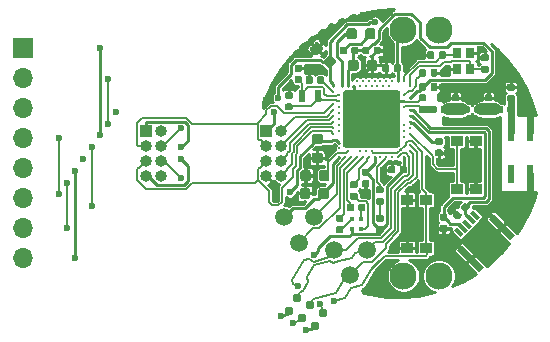
<source format=gbr>
G04 #@! TF.GenerationSoftware,KiCad,Pcbnew,(5.1.5-0)*
G04 #@! TF.CreationDate,2020-05-02T01:07:30+03:00*
G04 #@! TF.ProjectId,raybeacon,72617962-6561-4636-9f6e-2e6b69636164,1.4*
G04 #@! TF.SameCoordinates,PX8f0d180PY5f5e100*
G04 #@! TF.FileFunction,Copper,L1,Top*
G04 #@! TF.FilePolarity,Positive*
%FSLAX46Y46*%
G04 Gerber Fmt 4.6, Leading zero omitted, Abs format (unit mm)*
G04 Created by KiCad (PCBNEW (5.1.5-0)) date 2020-05-02 01:07:30*
%MOMM*%
%LPD*%
G04 APERTURE LIST*
%ADD10R,0.600000X1.500000*%
%ADD11C,1.500000*%
%ADD12C,0.787400*%
%ADD13C,0.250000*%
%ADD14C,0.100000*%
%ADD15R,1.000000X1.000000*%
%ADD16O,1.000000X1.000000*%
%ADD17C,2.300000*%
%ADD18R,0.800000X0.900000*%
%ADD19R,0.400000X0.400000*%
%ADD20R,1.000000X0.900000*%
%ADD21R,0.600000X1.100000*%
%ADD22R,1.700000X1.700000*%
%ADD23O,1.700000X1.700000*%
%ADD24C,0.600000*%
%ADD25C,0.600000*%
%ADD26C,0.220000*%
%ADD27C,0.140000*%
%ADD28C,0.152000*%
%ADD29C,1.026000*%
G04 APERTURE END LIST*
D10*
X9600000Y-1750000D03*
X11200000Y-1750000D03*
X11200000Y1750000D03*
X9600000Y1750000D03*
D11*
X-5400000Y-8195577D03*
X-2600000Y-8195577D03*
D12*
X-9167352Y-13338320D03*
X-8532352Y-12238468D03*
X-8067500Y-13973320D03*
X-7432500Y-12873468D03*
X-6967648Y-14608320D03*
X-6332648Y-13508468D03*
D13*
X1050000Y150000D03*
X1050000Y650000D03*
X1050000Y1650000D03*
X1050000Y2150000D03*
X1050000Y2650000D03*
X1050000Y3150000D03*
X1050000Y3650000D03*
X1050000Y4650000D03*
X550000Y1400000D03*
X550000Y1900000D03*
X550000Y2400000D03*
X550000Y3900000D03*
X550000Y4400000D03*
X550000Y6150000D03*
X50000Y6150000D03*
X-450000Y6150000D03*
X-950000Y6150000D03*
X-1450000Y6150000D03*
X-1950000Y6150000D03*
X-2450000Y6150000D03*
X-2950000Y6150000D03*
X-700000Y5650000D03*
X-1200000Y5650000D03*
X-1700000Y5650000D03*
X-2200000Y5650000D03*
X-2700000Y5650000D03*
X-3200000Y5650000D03*
X-3700000Y5650000D03*
X-4200000Y5650000D03*
X-4200000Y150000D03*
X-3200000Y150000D03*
X-2700000Y150000D03*
X-2200000Y150000D03*
X50000Y-350000D03*
X-450000Y-350000D03*
X-950000Y-350000D03*
X-1450000Y-350000D03*
X-1950000Y-350000D03*
X-2450000Y-350000D03*
X-2950000Y-350000D03*
X-3450000Y-350000D03*
X-3950000Y-350000D03*
X-4450000Y-350000D03*
X-5450000Y5650000D03*
X-4950000Y4900000D03*
X-5450000Y5150000D03*
X-4950000Y4400000D03*
X-4950000Y3900000D03*
X-4950000Y3400000D03*
X-4950000Y2900000D03*
X-4950000Y2400000D03*
X-4950000Y1900000D03*
X-5450000Y4150000D03*
X-5450000Y3650000D03*
X-5450000Y3150000D03*
X-5450000Y2650000D03*
X-5450000Y2150000D03*
X-5450000Y1650000D03*
X-5450000Y1150000D03*
X-4950000Y900000D03*
X-4950000Y400000D03*
X-4950000Y-350000D03*
X550000Y-350000D03*
X-4700000Y5650000D03*
X-3450000Y6150000D03*
X550000Y4900000D03*
X1050000Y5650000D03*
G04 #@! TA.AperFunction,SMDPad,CuDef*
D14*
G36*
X6269Y5323832D02*
G01*
X29809Y5320340D01*
X52894Y5314558D01*
X75301Y5306541D01*
X96814Y5296366D01*
X117226Y5284131D01*
X136340Y5269955D01*
X153973Y5253973D01*
X169955Y5236340D01*
X184131Y5217226D01*
X196366Y5196814D01*
X206541Y5175301D01*
X214558Y5152894D01*
X220340Y5129809D01*
X223832Y5106269D01*
X225000Y5082500D01*
X225000Y717500D01*
X223832Y693731D01*
X220340Y670191D01*
X214558Y647106D01*
X206541Y624699D01*
X196366Y603186D01*
X184131Y582774D01*
X169955Y563660D01*
X153973Y546027D01*
X136340Y530045D01*
X117226Y515869D01*
X96814Y503634D01*
X75301Y493459D01*
X52894Y485442D01*
X29809Y479660D01*
X6269Y476168D01*
X-17500Y475000D01*
X-4382500Y475000D01*
X-4406269Y476168D01*
X-4429809Y479660D01*
X-4452894Y485442D01*
X-4475301Y493459D01*
X-4496814Y503634D01*
X-4517226Y515869D01*
X-4536340Y530045D01*
X-4553973Y546027D01*
X-4569955Y563660D01*
X-4584131Y582774D01*
X-4596366Y603186D01*
X-4606541Y624699D01*
X-4614558Y647106D01*
X-4620340Y670191D01*
X-4623832Y693731D01*
X-4625000Y717500D01*
X-4625000Y5082500D01*
X-4623832Y5106269D01*
X-4620340Y5129809D01*
X-4614558Y5152894D01*
X-4606541Y5175301D01*
X-4596366Y5196814D01*
X-4584131Y5217226D01*
X-4569955Y5236340D01*
X-4553973Y5253973D01*
X-4536340Y5269955D01*
X-4517226Y5284131D01*
X-4496814Y5296366D01*
X-4475301Y5306541D01*
X-4452894Y5314558D01*
X-4429809Y5320340D01*
X-4406269Y5323832D01*
X-4382500Y5325000D01*
X-17500Y5325000D01*
X6269Y5323832D01*
G37*
G04 #@! TD.AperFunction*
D11*
X-8350000Y-7600000D03*
G04 #@! TA.AperFunction,SMDPad,CuDef*
D14*
G36*
X-9013041Y5179291D02*
G01*
X-8998723Y5177167D01*
X-8984682Y5173650D01*
X-8971053Y5168773D01*
X-8957968Y5162584D01*
X-8945552Y5155143D01*
X-8933926Y5146520D01*
X-8923201Y5136799D01*
X-8913480Y5126074D01*
X-8904857Y5114448D01*
X-8897416Y5102032D01*
X-8891227Y5088947D01*
X-8886350Y5075318D01*
X-8882833Y5061277D01*
X-8880709Y5046959D01*
X-8879999Y5032501D01*
X-8879999Y4737501D01*
X-8880709Y4723043D01*
X-8882833Y4708725D01*
X-8886350Y4694684D01*
X-8891227Y4681055D01*
X-8897416Y4667970D01*
X-8904857Y4655554D01*
X-8913480Y4643928D01*
X-8923201Y4633203D01*
X-8933926Y4623482D01*
X-8945552Y4614859D01*
X-8957968Y4607418D01*
X-8971053Y4601229D01*
X-8984682Y4596352D01*
X-8998723Y4592835D01*
X-9013041Y4590711D01*
X-9027499Y4590001D01*
X-9372499Y4590001D01*
X-9386957Y4590711D01*
X-9401275Y4592835D01*
X-9415316Y4596352D01*
X-9428945Y4601229D01*
X-9442030Y4607418D01*
X-9454446Y4614859D01*
X-9466072Y4623482D01*
X-9476797Y4633203D01*
X-9486518Y4643928D01*
X-9495141Y4655554D01*
X-9502582Y4667970D01*
X-9508771Y4681055D01*
X-9513648Y4694684D01*
X-9517165Y4708725D01*
X-9519289Y4723043D01*
X-9519999Y4737501D01*
X-9519999Y5032501D01*
X-9519289Y5046959D01*
X-9517165Y5061277D01*
X-9513648Y5075318D01*
X-9508771Y5088947D01*
X-9502582Y5102032D01*
X-9495141Y5114448D01*
X-9486518Y5126074D01*
X-9476797Y5136799D01*
X-9466072Y5146520D01*
X-9454446Y5155143D01*
X-9442030Y5162584D01*
X-9428945Y5168773D01*
X-9415316Y5173650D01*
X-9401275Y5177167D01*
X-9386957Y5179291D01*
X-9372499Y5180001D01*
X-9027499Y5180001D01*
X-9013041Y5179291D01*
G37*
G04 #@! TD.AperFunction*
G04 #@! TA.AperFunction,SMDPad,CuDef*
G36*
X-9013041Y4209291D02*
G01*
X-8998723Y4207167D01*
X-8984682Y4203650D01*
X-8971053Y4198773D01*
X-8957968Y4192584D01*
X-8945552Y4185143D01*
X-8933926Y4176520D01*
X-8923201Y4166799D01*
X-8913480Y4156074D01*
X-8904857Y4144448D01*
X-8897416Y4132032D01*
X-8891227Y4118947D01*
X-8886350Y4105318D01*
X-8882833Y4091277D01*
X-8880709Y4076959D01*
X-8879999Y4062501D01*
X-8879999Y3767501D01*
X-8880709Y3753043D01*
X-8882833Y3738725D01*
X-8886350Y3724684D01*
X-8891227Y3711055D01*
X-8897416Y3697970D01*
X-8904857Y3685554D01*
X-8913480Y3673928D01*
X-8923201Y3663203D01*
X-8933926Y3653482D01*
X-8945552Y3644859D01*
X-8957968Y3637418D01*
X-8971053Y3631229D01*
X-8984682Y3626352D01*
X-8998723Y3622835D01*
X-9013041Y3620711D01*
X-9027499Y3620001D01*
X-9372499Y3620001D01*
X-9386957Y3620711D01*
X-9401275Y3622835D01*
X-9415316Y3626352D01*
X-9428945Y3631229D01*
X-9442030Y3637418D01*
X-9454446Y3644859D01*
X-9466072Y3653482D01*
X-9476797Y3663203D01*
X-9486518Y3673928D01*
X-9495141Y3685554D01*
X-9502582Y3697970D01*
X-9508771Y3711055D01*
X-9513648Y3724684D01*
X-9517165Y3738725D01*
X-9519289Y3753043D01*
X-9519999Y3767501D01*
X-9519999Y4062501D01*
X-9519289Y4076959D01*
X-9517165Y4091277D01*
X-9513648Y4105318D01*
X-9508771Y4118947D01*
X-9502582Y4132032D01*
X-9495141Y4144448D01*
X-9486518Y4156074D01*
X-9476797Y4166799D01*
X-9466072Y4176520D01*
X-9454446Y4185143D01*
X-9442030Y4192584D01*
X-9428945Y4198773D01*
X-9415316Y4203650D01*
X-9401275Y4207167D01*
X-9386957Y4209291D01*
X-9372499Y4210001D01*
X-9027499Y4210001D01*
X-9013041Y4209291D01*
G37*
G04 #@! TD.AperFunction*
D15*
X-11100000Y1900001D03*
D16*
X-9830000Y1900001D03*
X-11100000Y630001D03*
X-9830000Y630001D03*
X-11100000Y-639999D03*
X-9830000Y-639999D03*
X-11100000Y-1909999D03*
X-9830000Y-1909999D03*
D17*
X3500000Y-10400000D03*
X500000Y-10400000D03*
X3500000Y10400000D03*
X500000Y10400000D03*
D18*
X5050001Y8500000D03*
X5050001Y7100000D03*
X6150001Y7100000D03*
X6150001Y8500000D03*
G04 #@! TA.AperFunction,SMDPad,CuDef*
D14*
G36*
X7886958Y4979290D02*
G01*
X7901276Y4977166D01*
X7915317Y4973649D01*
X7928946Y4968772D01*
X7942031Y4962583D01*
X7954447Y4955142D01*
X7966073Y4946519D01*
X7976798Y4936798D01*
X7986519Y4926073D01*
X7995142Y4914447D01*
X8002583Y4902031D01*
X8008772Y4888946D01*
X8013649Y4875317D01*
X8017166Y4861276D01*
X8019290Y4846958D01*
X8020000Y4832500D01*
X8020000Y4537500D01*
X8019290Y4523042D01*
X8017166Y4508724D01*
X8013649Y4494683D01*
X8008772Y4481054D01*
X8002583Y4467969D01*
X7995142Y4455553D01*
X7986519Y4443927D01*
X7976798Y4433202D01*
X7966073Y4423481D01*
X7954447Y4414858D01*
X7942031Y4407417D01*
X7928946Y4401228D01*
X7915317Y4396351D01*
X7901276Y4392834D01*
X7886958Y4390710D01*
X7872500Y4390000D01*
X7527500Y4390000D01*
X7513042Y4390710D01*
X7498724Y4392834D01*
X7484683Y4396351D01*
X7471054Y4401228D01*
X7457969Y4407417D01*
X7445553Y4414858D01*
X7433927Y4423481D01*
X7423202Y4433202D01*
X7413481Y4443927D01*
X7404858Y4455553D01*
X7397417Y4467969D01*
X7391228Y4481054D01*
X7386351Y4494683D01*
X7382834Y4508724D01*
X7380710Y4523042D01*
X7380000Y4537500D01*
X7380000Y4832500D01*
X7380710Y4846958D01*
X7382834Y4861276D01*
X7386351Y4875317D01*
X7391228Y4888946D01*
X7397417Y4902031D01*
X7404858Y4914447D01*
X7413481Y4926073D01*
X7423202Y4936798D01*
X7433927Y4946519D01*
X7445553Y4955142D01*
X7457969Y4962583D01*
X7471054Y4968772D01*
X7484683Y4973649D01*
X7498724Y4977166D01*
X7513042Y4979290D01*
X7527500Y4980000D01*
X7872500Y4980000D01*
X7886958Y4979290D01*
G37*
G04 #@! TD.AperFunction*
G04 #@! TA.AperFunction,SMDPad,CuDef*
G36*
X7886958Y4009290D02*
G01*
X7901276Y4007166D01*
X7915317Y4003649D01*
X7928946Y3998772D01*
X7942031Y3992583D01*
X7954447Y3985142D01*
X7966073Y3976519D01*
X7976798Y3966798D01*
X7986519Y3956073D01*
X7995142Y3944447D01*
X8002583Y3932031D01*
X8008772Y3918946D01*
X8013649Y3905317D01*
X8017166Y3891276D01*
X8019290Y3876958D01*
X8020000Y3862500D01*
X8020000Y3567500D01*
X8019290Y3553042D01*
X8017166Y3538724D01*
X8013649Y3524683D01*
X8008772Y3511054D01*
X8002583Y3497969D01*
X7995142Y3485553D01*
X7986519Y3473927D01*
X7976798Y3463202D01*
X7966073Y3453481D01*
X7954447Y3444858D01*
X7942031Y3437417D01*
X7928946Y3431228D01*
X7915317Y3426351D01*
X7901276Y3422834D01*
X7886958Y3420710D01*
X7872500Y3420000D01*
X7527500Y3420000D01*
X7513042Y3420710D01*
X7498724Y3422834D01*
X7484683Y3426351D01*
X7471054Y3431228D01*
X7457969Y3437417D01*
X7445553Y3444858D01*
X7433927Y3453481D01*
X7423202Y3463202D01*
X7413481Y3473927D01*
X7404858Y3485553D01*
X7397417Y3497969D01*
X7391228Y3511054D01*
X7386351Y3524683D01*
X7382834Y3538724D01*
X7380710Y3553042D01*
X7380000Y3567500D01*
X7380000Y3862500D01*
X7380710Y3876958D01*
X7382834Y3891276D01*
X7386351Y3905317D01*
X7391228Y3918946D01*
X7397417Y3932031D01*
X7404858Y3944447D01*
X7413481Y3956073D01*
X7423202Y3966798D01*
X7433927Y3976519D01*
X7445553Y3985142D01*
X7457969Y3992583D01*
X7471054Y3998772D01*
X7484683Y4003649D01*
X7498724Y4007166D01*
X7513042Y4009290D01*
X7527500Y4010000D01*
X7872500Y4010000D01*
X7886958Y4009290D01*
G37*
G04 #@! TD.AperFunction*
G04 #@! TA.AperFunction,SMDPad,CuDef*
G36*
X5086958Y4979291D02*
G01*
X5101276Y4977167D01*
X5115317Y4973650D01*
X5128946Y4968773D01*
X5142031Y4962584D01*
X5154447Y4955143D01*
X5166073Y4946520D01*
X5176798Y4936799D01*
X5186519Y4926074D01*
X5195142Y4914448D01*
X5202583Y4902032D01*
X5208772Y4888947D01*
X5213649Y4875318D01*
X5217166Y4861277D01*
X5219290Y4846959D01*
X5220000Y4832501D01*
X5220000Y4537501D01*
X5219290Y4523043D01*
X5217166Y4508725D01*
X5213649Y4494684D01*
X5208772Y4481055D01*
X5202583Y4467970D01*
X5195142Y4455554D01*
X5186519Y4443928D01*
X5176798Y4433203D01*
X5166073Y4423482D01*
X5154447Y4414859D01*
X5142031Y4407418D01*
X5128946Y4401229D01*
X5115317Y4396352D01*
X5101276Y4392835D01*
X5086958Y4390711D01*
X5072500Y4390001D01*
X4727500Y4390001D01*
X4713042Y4390711D01*
X4698724Y4392835D01*
X4684683Y4396352D01*
X4671054Y4401229D01*
X4657969Y4407418D01*
X4645553Y4414859D01*
X4633927Y4423482D01*
X4623202Y4433203D01*
X4613481Y4443928D01*
X4604858Y4455554D01*
X4597417Y4467970D01*
X4591228Y4481055D01*
X4586351Y4494684D01*
X4582834Y4508725D01*
X4580710Y4523043D01*
X4580000Y4537501D01*
X4580000Y4832501D01*
X4580710Y4846959D01*
X4582834Y4861277D01*
X4586351Y4875318D01*
X4591228Y4888947D01*
X4597417Y4902032D01*
X4604858Y4914448D01*
X4613481Y4926074D01*
X4623202Y4936799D01*
X4633927Y4946520D01*
X4645553Y4955143D01*
X4657969Y4962584D01*
X4671054Y4968773D01*
X4684683Y4973650D01*
X4698724Y4977167D01*
X4713042Y4979291D01*
X4727500Y4980001D01*
X5072500Y4980001D01*
X5086958Y4979291D01*
G37*
G04 #@! TD.AperFunction*
G04 #@! TA.AperFunction,SMDPad,CuDef*
G36*
X5086958Y4009291D02*
G01*
X5101276Y4007167D01*
X5115317Y4003650D01*
X5128946Y3998773D01*
X5142031Y3992584D01*
X5154447Y3985143D01*
X5166073Y3976520D01*
X5176798Y3966799D01*
X5186519Y3956074D01*
X5195142Y3944448D01*
X5202583Y3932032D01*
X5208772Y3918947D01*
X5213649Y3905318D01*
X5217166Y3891277D01*
X5219290Y3876959D01*
X5220000Y3862501D01*
X5220000Y3567501D01*
X5219290Y3553043D01*
X5217166Y3538725D01*
X5213649Y3524684D01*
X5208772Y3511055D01*
X5202583Y3497970D01*
X5195142Y3485554D01*
X5186519Y3473928D01*
X5176798Y3463203D01*
X5166073Y3453482D01*
X5154447Y3444859D01*
X5142031Y3437418D01*
X5128946Y3431229D01*
X5115317Y3426352D01*
X5101276Y3422835D01*
X5086958Y3420711D01*
X5072500Y3420001D01*
X4727500Y3420001D01*
X4713042Y3420711D01*
X4698724Y3422835D01*
X4684683Y3426352D01*
X4671054Y3431229D01*
X4657969Y3437418D01*
X4645553Y3444859D01*
X4633927Y3453482D01*
X4623202Y3463203D01*
X4613481Y3473928D01*
X4604858Y3485554D01*
X4597417Y3497970D01*
X4591228Y3511055D01*
X4586351Y3524684D01*
X4582834Y3538725D01*
X4580710Y3553043D01*
X4580000Y3567501D01*
X4580000Y3862501D01*
X4580710Y3876959D01*
X4582834Y3891277D01*
X4586351Y3905318D01*
X4591228Y3918947D01*
X4597417Y3932032D01*
X4604858Y3944448D01*
X4613481Y3956074D01*
X4623202Y3966799D01*
X4633927Y3976520D01*
X4645553Y3985143D01*
X4657969Y3992584D01*
X4671054Y3998773D01*
X4684683Y4003650D01*
X4698724Y4007167D01*
X4713042Y4009291D01*
X4727500Y4010001D01*
X5072500Y4010001D01*
X5086958Y4009291D01*
G37*
G04 #@! TD.AperFunction*
D19*
X-3100000Y-6400000D03*
X-3100000Y-5600000D03*
X-3900000Y-5600000D03*
X-3900000Y-6400000D03*
G04 #@! TA.AperFunction,SMDPad,CuDef*
D14*
G36*
X9550610Y-7387868D02*
G01*
X7712132Y-5549390D01*
X8136396Y-5125126D01*
X9974874Y-6963604D01*
X9550610Y-7387868D01*
G37*
G04 #@! TD.AperFunction*
G04 #@! TA.AperFunction,SMDPad,CuDef*
G36*
X6863604Y-10074874D02*
G01*
X5025126Y-8236396D01*
X5449390Y-7812132D01*
X7287868Y-9650610D01*
X6863604Y-10074874D01*
G37*
G04 #@! TD.AperFunction*
G04 #@! TA.AperFunction,SMDPad,CuDef*
G36*
X6739860Y-5673134D02*
G01*
X6174175Y-5107449D01*
X6421662Y-4859962D01*
X6987347Y-5425647D01*
X6739860Y-5673134D01*
G37*
G04 #@! TD.AperFunction*
G04 #@! TA.AperFunction,SMDPad,CuDef*
G36*
X6386307Y-6026687D02*
G01*
X5820622Y-5461002D01*
X6068109Y-5213515D01*
X6633794Y-5779200D01*
X6386307Y-6026687D01*
G37*
G04 #@! TD.AperFunction*
G04 #@! TA.AperFunction,SMDPad,CuDef*
G36*
X6032753Y-6380240D02*
G01*
X5467068Y-5814555D01*
X5714555Y-5567068D01*
X6280240Y-6132753D01*
X6032753Y-6380240D01*
G37*
G04 #@! TD.AperFunction*
G04 #@! TA.AperFunction,SMDPad,CuDef*
G36*
X5679200Y-6733794D02*
G01*
X5113515Y-6168109D01*
X5361002Y-5920622D01*
X5926687Y-6486307D01*
X5679200Y-6733794D01*
G37*
G04 #@! TD.AperFunction*
G04 #@! TA.AperFunction,SMDPad,CuDef*
G36*
X5325647Y-7087347D02*
G01*
X4759962Y-6521662D01*
X5007449Y-6274175D01*
X5573134Y-6839860D01*
X5325647Y-7087347D01*
G37*
G04 #@! TD.AperFunction*
G04 #@! TA.AperFunction,SMDPad,CuDef*
G36*
X7586958Y8379290D02*
G01*
X7601276Y8377166D01*
X7615317Y8373649D01*
X7628946Y8368772D01*
X7642031Y8362583D01*
X7654447Y8355142D01*
X7666073Y8346519D01*
X7676798Y8336798D01*
X7686519Y8326073D01*
X7695142Y8314447D01*
X7702583Y8302031D01*
X7708772Y8288946D01*
X7713649Y8275317D01*
X7717166Y8261276D01*
X7719290Y8246958D01*
X7720000Y8232500D01*
X7720000Y7937500D01*
X7719290Y7923042D01*
X7717166Y7908724D01*
X7713649Y7894683D01*
X7708772Y7881054D01*
X7702583Y7867969D01*
X7695142Y7855553D01*
X7686519Y7843927D01*
X7676798Y7833202D01*
X7666073Y7823481D01*
X7654447Y7814858D01*
X7642031Y7807417D01*
X7628946Y7801228D01*
X7615317Y7796351D01*
X7601276Y7792834D01*
X7586958Y7790710D01*
X7572500Y7790000D01*
X7227500Y7790000D01*
X7213042Y7790710D01*
X7198724Y7792834D01*
X7184683Y7796351D01*
X7171054Y7801228D01*
X7157969Y7807417D01*
X7145553Y7814858D01*
X7133927Y7823481D01*
X7123202Y7833202D01*
X7113481Y7843927D01*
X7104858Y7855553D01*
X7097417Y7867969D01*
X7091228Y7881054D01*
X7086351Y7894683D01*
X7082834Y7908724D01*
X7080710Y7923042D01*
X7080000Y7937500D01*
X7080000Y8232500D01*
X7080710Y8246958D01*
X7082834Y8261276D01*
X7086351Y8275317D01*
X7091228Y8288946D01*
X7097417Y8302031D01*
X7104858Y8314447D01*
X7113481Y8326073D01*
X7123202Y8336798D01*
X7133927Y8346519D01*
X7145553Y8355142D01*
X7157969Y8362583D01*
X7171054Y8368772D01*
X7184683Y8373649D01*
X7198724Y8377166D01*
X7213042Y8379290D01*
X7227500Y8380000D01*
X7572500Y8380000D01*
X7586958Y8379290D01*
G37*
G04 #@! TD.AperFunction*
G04 #@! TA.AperFunction,SMDPad,CuDef*
G36*
X7586958Y7409290D02*
G01*
X7601276Y7407166D01*
X7615317Y7403649D01*
X7628946Y7398772D01*
X7642031Y7392583D01*
X7654447Y7385142D01*
X7666073Y7376519D01*
X7676798Y7366798D01*
X7686519Y7356073D01*
X7695142Y7344447D01*
X7702583Y7332031D01*
X7708772Y7318946D01*
X7713649Y7305317D01*
X7717166Y7291276D01*
X7719290Y7276958D01*
X7720000Y7262500D01*
X7720000Y6967500D01*
X7719290Y6953042D01*
X7717166Y6938724D01*
X7713649Y6924683D01*
X7708772Y6911054D01*
X7702583Y6897969D01*
X7695142Y6885553D01*
X7686519Y6873927D01*
X7676798Y6863202D01*
X7666073Y6853481D01*
X7654447Y6844858D01*
X7642031Y6837417D01*
X7628946Y6831228D01*
X7615317Y6826351D01*
X7601276Y6822834D01*
X7586958Y6820710D01*
X7572500Y6820000D01*
X7227500Y6820000D01*
X7213042Y6820710D01*
X7198724Y6822834D01*
X7184683Y6826351D01*
X7171054Y6831228D01*
X7157969Y6837417D01*
X7145553Y6844858D01*
X7133927Y6853481D01*
X7123202Y6863202D01*
X7113481Y6873927D01*
X7104858Y6885553D01*
X7097417Y6897969D01*
X7091228Y6911054D01*
X7086351Y6924683D01*
X7082834Y6938724D01*
X7080710Y6953042D01*
X7080000Y6967500D01*
X7080000Y7262500D01*
X7080710Y7276958D01*
X7082834Y7291276D01*
X7086351Y7305317D01*
X7091228Y7318946D01*
X7097417Y7332031D01*
X7104858Y7344447D01*
X7113481Y7356073D01*
X7123202Y7366798D01*
X7133927Y7376519D01*
X7145553Y7385142D01*
X7157969Y7392583D01*
X7171054Y7398772D01*
X7184683Y7403649D01*
X7198724Y7407166D01*
X7213042Y7409290D01*
X7227500Y7410000D01*
X7572500Y7410000D01*
X7586958Y7409290D01*
G37*
G04 #@! TD.AperFunction*
G04 #@! TA.AperFunction,SMDPad,CuDef*
G36*
X3946958Y8619290D02*
G01*
X3961276Y8617166D01*
X3975317Y8613649D01*
X3988946Y8608772D01*
X4002031Y8602583D01*
X4014447Y8595142D01*
X4026073Y8586519D01*
X4036798Y8576798D01*
X4046519Y8566073D01*
X4055142Y8554447D01*
X4062583Y8542031D01*
X4068772Y8528946D01*
X4073649Y8515317D01*
X4077166Y8501276D01*
X4079290Y8486958D01*
X4080000Y8472500D01*
X4080000Y8127500D01*
X4079290Y8113042D01*
X4077166Y8098724D01*
X4073649Y8084683D01*
X4068772Y8071054D01*
X4062583Y8057969D01*
X4055142Y8045553D01*
X4046519Y8033927D01*
X4036798Y8023202D01*
X4026073Y8013481D01*
X4014447Y8004858D01*
X4002031Y7997417D01*
X3988946Y7991228D01*
X3975317Y7986351D01*
X3961276Y7982834D01*
X3946958Y7980710D01*
X3932500Y7980000D01*
X3637500Y7980000D01*
X3623042Y7980710D01*
X3608724Y7982834D01*
X3594683Y7986351D01*
X3581054Y7991228D01*
X3567969Y7997417D01*
X3555553Y8004858D01*
X3543927Y8013481D01*
X3533202Y8023202D01*
X3523481Y8033927D01*
X3514858Y8045553D01*
X3507417Y8057969D01*
X3501228Y8071054D01*
X3496351Y8084683D01*
X3492834Y8098724D01*
X3490710Y8113042D01*
X3490000Y8127500D01*
X3490000Y8472500D01*
X3490710Y8486958D01*
X3492834Y8501276D01*
X3496351Y8515317D01*
X3501228Y8528946D01*
X3507417Y8542031D01*
X3514858Y8554447D01*
X3523481Y8566073D01*
X3533202Y8576798D01*
X3543927Y8586519D01*
X3555553Y8595142D01*
X3567969Y8602583D01*
X3581054Y8608772D01*
X3594683Y8613649D01*
X3608724Y8617166D01*
X3623042Y8619290D01*
X3637500Y8620000D01*
X3932500Y8620000D01*
X3946958Y8619290D01*
G37*
G04 #@! TD.AperFunction*
G04 #@! TA.AperFunction,SMDPad,CuDef*
G36*
X2976958Y8619290D02*
G01*
X2991276Y8617166D01*
X3005317Y8613649D01*
X3018946Y8608772D01*
X3032031Y8602583D01*
X3044447Y8595142D01*
X3056073Y8586519D01*
X3066798Y8576798D01*
X3076519Y8566073D01*
X3085142Y8554447D01*
X3092583Y8542031D01*
X3098772Y8528946D01*
X3103649Y8515317D01*
X3107166Y8501276D01*
X3109290Y8486958D01*
X3110000Y8472500D01*
X3110000Y8127500D01*
X3109290Y8113042D01*
X3107166Y8098724D01*
X3103649Y8084683D01*
X3098772Y8071054D01*
X3092583Y8057969D01*
X3085142Y8045553D01*
X3076519Y8033927D01*
X3066798Y8023202D01*
X3056073Y8013481D01*
X3044447Y8004858D01*
X3032031Y7997417D01*
X3018946Y7991228D01*
X3005317Y7986351D01*
X2991276Y7982834D01*
X2976958Y7980710D01*
X2962500Y7980000D01*
X2667500Y7980000D01*
X2653042Y7980710D01*
X2638724Y7982834D01*
X2624683Y7986351D01*
X2611054Y7991228D01*
X2597969Y7997417D01*
X2585553Y8004858D01*
X2573927Y8013481D01*
X2563202Y8023202D01*
X2553481Y8033927D01*
X2544858Y8045553D01*
X2537417Y8057969D01*
X2531228Y8071054D01*
X2526351Y8084683D01*
X2522834Y8098724D01*
X2520710Y8113042D01*
X2520000Y8127500D01*
X2520000Y8472500D01*
X2520710Y8486958D01*
X2522834Y8501276D01*
X2526351Y8515317D01*
X2531228Y8528946D01*
X2537417Y8542031D01*
X2544858Y8554447D01*
X2553481Y8566073D01*
X2563202Y8576798D01*
X2573927Y8586519D01*
X2585553Y8595142D01*
X2597969Y8602583D01*
X2611054Y8608772D01*
X2624683Y8613649D01*
X2638724Y8617166D01*
X2653042Y8619290D01*
X2667500Y8620000D01*
X2962500Y8620000D01*
X2976958Y8619290D01*
G37*
G04 #@! TD.AperFunction*
G04 #@! TA.AperFunction,SMDPad,CuDef*
G36*
X2286958Y4979290D02*
G01*
X2301276Y4977166D01*
X2315317Y4973649D01*
X2328946Y4968772D01*
X2342031Y4962583D01*
X2354447Y4955142D01*
X2366073Y4946519D01*
X2376798Y4936798D01*
X2386519Y4926073D01*
X2395142Y4914447D01*
X2402583Y4902031D01*
X2408772Y4888946D01*
X2413649Y4875317D01*
X2417166Y4861276D01*
X2419290Y4846958D01*
X2420000Y4832500D01*
X2420000Y4537500D01*
X2419290Y4523042D01*
X2417166Y4508724D01*
X2413649Y4494683D01*
X2408772Y4481054D01*
X2402583Y4467969D01*
X2395142Y4455553D01*
X2386519Y4443927D01*
X2376798Y4433202D01*
X2366073Y4423481D01*
X2354447Y4414858D01*
X2342031Y4407417D01*
X2328946Y4401228D01*
X2315317Y4396351D01*
X2301276Y4392834D01*
X2286958Y4390710D01*
X2272500Y4390000D01*
X1927500Y4390000D01*
X1913042Y4390710D01*
X1898724Y4392834D01*
X1884683Y4396351D01*
X1871054Y4401228D01*
X1857969Y4407417D01*
X1845553Y4414858D01*
X1833927Y4423481D01*
X1823202Y4433202D01*
X1813481Y4443927D01*
X1804858Y4455553D01*
X1797417Y4467969D01*
X1791228Y4481054D01*
X1786351Y4494683D01*
X1782834Y4508724D01*
X1780710Y4523042D01*
X1780000Y4537500D01*
X1780000Y4832500D01*
X1780710Y4846958D01*
X1782834Y4861276D01*
X1786351Y4875317D01*
X1791228Y4888946D01*
X1797417Y4902031D01*
X1804858Y4914447D01*
X1813481Y4926073D01*
X1823202Y4936798D01*
X1833927Y4946519D01*
X1845553Y4955142D01*
X1857969Y4962583D01*
X1871054Y4968772D01*
X1884683Y4973649D01*
X1898724Y4977166D01*
X1913042Y4979290D01*
X1927500Y4980000D01*
X2272500Y4980000D01*
X2286958Y4979290D01*
G37*
G04 #@! TD.AperFunction*
G04 #@! TA.AperFunction,SMDPad,CuDef*
G36*
X2286958Y4009290D02*
G01*
X2301276Y4007166D01*
X2315317Y4003649D01*
X2328946Y3998772D01*
X2342031Y3992583D01*
X2354447Y3985142D01*
X2366073Y3976519D01*
X2376798Y3966798D01*
X2386519Y3956073D01*
X2395142Y3944447D01*
X2402583Y3932031D01*
X2408772Y3918946D01*
X2413649Y3905317D01*
X2417166Y3891276D01*
X2419290Y3876958D01*
X2420000Y3862500D01*
X2420000Y3567500D01*
X2419290Y3553042D01*
X2417166Y3538724D01*
X2413649Y3524683D01*
X2408772Y3511054D01*
X2402583Y3497969D01*
X2395142Y3485553D01*
X2386519Y3473927D01*
X2376798Y3463202D01*
X2366073Y3453481D01*
X2354447Y3444858D01*
X2342031Y3437417D01*
X2328946Y3431228D01*
X2315317Y3426351D01*
X2301276Y3422834D01*
X2286958Y3420710D01*
X2272500Y3420000D01*
X1927500Y3420000D01*
X1913042Y3420710D01*
X1898724Y3422834D01*
X1884683Y3426351D01*
X1871054Y3431228D01*
X1857969Y3437417D01*
X1845553Y3444858D01*
X1833927Y3453481D01*
X1823202Y3463202D01*
X1813481Y3473927D01*
X1804858Y3485553D01*
X1797417Y3497969D01*
X1791228Y3511054D01*
X1786351Y3524683D01*
X1782834Y3538724D01*
X1780710Y3553042D01*
X1780000Y3567500D01*
X1780000Y3862500D01*
X1780710Y3876958D01*
X1782834Y3891276D01*
X1786351Y3905317D01*
X1791228Y3918946D01*
X1797417Y3932031D01*
X1804858Y3944447D01*
X1813481Y3956073D01*
X1823202Y3966798D01*
X1833927Y3976519D01*
X1845553Y3985142D01*
X1857969Y3992583D01*
X1871054Y3998772D01*
X1884683Y4003649D01*
X1898724Y4007166D01*
X1913042Y4009290D01*
X1927500Y4010000D01*
X2272500Y4010000D01*
X2286958Y4009290D01*
G37*
G04 #@! TD.AperFunction*
G04 #@! TA.AperFunction,SMDPad,CuDef*
G36*
X-6353041Y6519291D02*
G01*
X-6338723Y6517167D01*
X-6324682Y6513650D01*
X-6311053Y6508773D01*
X-6297968Y6502584D01*
X-6285552Y6495143D01*
X-6273926Y6486520D01*
X-6263201Y6476799D01*
X-6253480Y6466074D01*
X-6244857Y6454448D01*
X-6237416Y6442032D01*
X-6231227Y6428947D01*
X-6226350Y6415318D01*
X-6222833Y6401277D01*
X-6220709Y6386959D01*
X-6219999Y6372501D01*
X-6219999Y6027501D01*
X-6220709Y6013043D01*
X-6222833Y5998725D01*
X-6226350Y5984684D01*
X-6231227Y5971055D01*
X-6237416Y5957970D01*
X-6244857Y5945554D01*
X-6253480Y5933928D01*
X-6263201Y5923203D01*
X-6273926Y5913482D01*
X-6285552Y5904859D01*
X-6297968Y5897418D01*
X-6311053Y5891229D01*
X-6324682Y5886352D01*
X-6338723Y5882835D01*
X-6353041Y5880711D01*
X-6367499Y5880001D01*
X-6662499Y5880001D01*
X-6676957Y5880711D01*
X-6691275Y5882835D01*
X-6705316Y5886352D01*
X-6718945Y5891229D01*
X-6732030Y5897418D01*
X-6744446Y5904859D01*
X-6756072Y5913482D01*
X-6766797Y5923203D01*
X-6776518Y5933928D01*
X-6785141Y5945554D01*
X-6792582Y5957970D01*
X-6798771Y5971055D01*
X-6803648Y5984684D01*
X-6807165Y5998725D01*
X-6809289Y6013043D01*
X-6809999Y6027501D01*
X-6809999Y6372501D01*
X-6809289Y6386959D01*
X-6807165Y6401277D01*
X-6803648Y6415318D01*
X-6798771Y6428947D01*
X-6792582Y6442032D01*
X-6785141Y6454448D01*
X-6776518Y6466074D01*
X-6766797Y6476799D01*
X-6756072Y6486520D01*
X-6744446Y6495143D01*
X-6732030Y6502584D01*
X-6718945Y6508773D01*
X-6705316Y6513650D01*
X-6691275Y6517167D01*
X-6676957Y6519291D01*
X-6662499Y6520001D01*
X-6367499Y6520001D01*
X-6353041Y6519291D01*
G37*
G04 #@! TD.AperFunction*
G04 #@! TA.AperFunction,SMDPad,CuDef*
G36*
X-7323041Y6519291D02*
G01*
X-7308723Y6517167D01*
X-7294682Y6513650D01*
X-7281053Y6508773D01*
X-7267968Y6502584D01*
X-7255552Y6495143D01*
X-7243926Y6486520D01*
X-7233201Y6476799D01*
X-7223480Y6466074D01*
X-7214857Y6454448D01*
X-7207416Y6442032D01*
X-7201227Y6428947D01*
X-7196350Y6415318D01*
X-7192833Y6401277D01*
X-7190709Y6386959D01*
X-7189999Y6372501D01*
X-7189999Y6027501D01*
X-7190709Y6013043D01*
X-7192833Y5998725D01*
X-7196350Y5984684D01*
X-7201227Y5971055D01*
X-7207416Y5957970D01*
X-7214857Y5945554D01*
X-7223480Y5933928D01*
X-7233201Y5923203D01*
X-7243926Y5913482D01*
X-7255552Y5904859D01*
X-7267968Y5897418D01*
X-7281053Y5891229D01*
X-7294682Y5886352D01*
X-7308723Y5882835D01*
X-7323041Y5880711D01*
X-7337499Y5880001D01*
X-7632499Y5880001D01*
X-7646957Y5880711D01*
X-7661275Y5882835D01*
X-7675316Y5886352D01*
X-7688945Y5891229D01*
X-7702030Y5897418D01*
X-7714446Y5904859D01*
X-7726072Y5913482D01*
X-7736797Y5923203D01*
X-7746518Y5933928D01*
X-7755141Y5945554D01*
X-7762582Y5957970D01*
X-7768771Y5971055D01*
X-7773648Y5984684D01*
X-7777165Y5998725D01*
X-7779289Y6013043D01*
X-7779999Y6027501D01*
X-7779999Y6372501D01*
X-7779289Y6386959D01*
X-7777165Y6401277D01*
X-7773648Y6415318D01*
X-7768771Y6428947D01*
X-7762582Y6442032D01*
X-7755141Y6454448D01*
X-7746518Y6466074D01*
X-7736797Y6476799D01*
X-7726072Y6486520D01*
X-7714446Y6495143D01*
X-7702030Y6502584D01*
X-7688945Y6508773D01*
X-7675316Y6513650D01*
X-7661275Y6517167D01*
X-7646957Y6519291D01*
X-7632499Y6520001D01*
X-7337499Y6520001D01*
X-7323041Y6519291D01*
G37*
G04 #@! TD.AperFunction*
G04 #@! TA.AperFunction,SMDPad,CuDef*
G36*
X-2513042Y-1320709D02*
G01*
X-2498724Y-1322833D01*
X-2484683Y-1326350D01*
X-2471054Y-1331227D01*
X-2457969Y-1337416D01*
X-2445553Y-1344857D01*
X-2433927Y-1353480D01*
X-2423202Y-1363201D01*
X-2413481Y-1373926D01*
X-2404858Y-1385552D01*
X-2397417Y-1397968D01*
X-2391228Y-1411053D01*
X-2386351Y-1424682D01*
X-2382834Y-1438723D01*
X-2380710Y-1453041D01*
X-2380000Y-1467499D01*
X-2380000Y-1762499D01*
X-2380710Y-1776957D01*
X-2382834Y-1791275D01*
X-2386351Y-1805316D01*
X-2391228Y-1818945D01*
X-2397417Y-1832030D01*
X-2404858Y-1844446D01*
X-2413481Y-1856072D01*
X-2423202Y-1866797D01*
X-2433927Y-1876518D01*
X-2445553Y-1885141D01*
X-2457969Y-1892582D01*
X-2471054Y-1898771D01*
X-2484683Y-1903648D01*
X-2498724Y-1907165D01*
X-2513042Y-1909289D01*
X-2527500Y-1909999D01*
X-2872500Y-1909999D01*
X-2886958Y-1909289D01*
X-2901276Y-1907165D01*
X-2915317Y-1903648D01*
X-2928946Y-1898771D01*
X-2942031Y-1892582D01*
X-2954447Y-1885141D01*
X-2966073Y-1876518D01*
X-2976798Y-1866797D01*
X-2986519Y-1856072D01*
X-2995142Y-1844446D01*
X-3002583Y-1832030D01*
X-3008772Y-1818945D01*
X-3013649Y-1805316D01*
X-3017166Y-1791275D01*
X-3019290Y-1776957D01*
X-3020000Y-1762499D01*
X-3020000Y-1467499D01*
X-3019290Y-1453041D01*
X-3017166Y-1438723D01*
X-3013649Y-1424682D01*
X-3008772Y-1411053D01*
X-3002583Y-1397968D01*
X-2995142Y-1385552D01*
X-2986519Y-1373926D01*
X-2976798Y-1363201D01*
X-2966073Y-1353480D01*
X-2954447Y-1344857D01*
X-2942031Y-1337416D01*
X-2928946Y-1331227D01*
X-2915317Y-1326350D01*
X-2901276Y-1322833D01*
X-2886958Y-1320709D01*
X-2872500Y-1319999D01*
X-2527500Y-1319999D01*
X-2513042Y-1320709D01*
G37*
G04 #@! TD.AperFunction*
G04 #@! TA.AperFunction,SMDPad,CuDef*
G36*
X-2513042Y-2290709D02*
G01*
X-2498724Y-2292833D01*
X-2484683Y-2296350D01*
X-2471054Y-2301227D01*
X-2457969Y-2307416D01*
X-2445553Y-2314857D01*
X-2433927Y-2323480D01*
X-2423202Y-2333201D01*
X-2413481Y-2343926D01*
X-2404858Y-2355552D01*
X-2397417Y-2367968D01*
X-2391228Y-2381053D01*
X-2386351Y-2394682D01*
X-2382834Y-2408723D01*
X-2380710Y-2423041D01*
X-2380000Y-2437499D01*
X-2380000Y-2732499D01*
X-2380710Y-2746957D01*
X-2382834Y-2761275D01*
X-2386351Y-2775316D01*
X-2391228Y-2788945D01*
X-2397417Y-2802030D01*
X-2404858Y-2814446D01*
X-2413481Y-2826072D01*
X-2423202Y-2836797D01*
X-2433927Y-2846518D01*
X-2445553Y-2855141D01*
X-2457969Y-2862582D01*
X-2471054Y-2868771D01*
X-2484683Y-2873648D01*
X-2498724Y-2877165D01*
X-2513042Y-2879289D01*
X-2527500Y-2879999D01*
X-2872500Y-2879999D01*
X-2886958Y-2879289D01*
X-2901276Y-2877165D01*
X-2915317Y-2873648D01*
X-2928946Y-2868771D01*
X-2942031Y-2862582D01*
X-2954447Y-2855141D01*
X-2966073Y-2846518D01*
X-2976798Y-2836797D01*
X-2986519Y-2826072D01*
X-2995142Y-2814446D01*
X-3002583Y-2802030D01*
X-3008772Y-2788945D01*
X-3013649Y-2775316D01*
X-3017166Y-2761275D01*
X-3019290Y-2746957D01*
X-3020000Y-2732499D01*
X-3020000Y-2437499D01*
X-3019290Y-2423041D01*
X-3017166Y-2408723D01*
X-3013649Y-2394682D01*
X-3008772Y-2381053D01*
X-3002583Y-2367968D01*
X-2995142Y-2355552D01*
X-2986519Y-2343926D01*
X-2976798Y-2333201D01*
X-2966073Y-2323480D01*
X-2954447Y-2314857D01*
X-2942031Y-2307416D01*
X-2928946Y-2301227D01*
X-2915317Y-2296350D01*
X-2901276Y-2292833D01*
X-2886958Y-2290709D01*
X-2872500Y-2289999D01*
X-2527500Y-2289999D01*
X-2513042Y-2290709D01*
G37*
G04 #@! TD.AperFunction*
G04 #@! TA.AperFunction,SMDPad,CuDef*
G36*
X-323042Y-1080710D02*
G01*
X-308724Y-1082834D01*
X-294683Y-1086351D01*
X-281054Y-1091228D01*
X-267969Y-1097417D01*
X-255553Y-1104858D01*
X-243927Y-1113481D01*
X-233202Y-1123202D01*
X-223481Y-1133927D01*
X-214858Y-1145553D01*
X-207417Y-1157969D01*
X-201228Y-1171054D01*
X-196351Y-1184683D01*
X-192834Y-1198724D01*
X-190710Y-1213042D01*
X-190000Y-1227500D01*
X-190000Y-1572500D01*
X-190710Y-1586958D01*
X-192834Y-1601276D01*
X-196351Y-1615317D01*
X-201228Y-1628946D01*
X-207417Y-1642031D01*
X-214858Y-1654447D01*
X-223481Y-1666073D01*
X-233202Y-1676798D01*
X-243927Y-1686519D01*
X-255553Y-1695142D01*
X-267969Y-1702583D01*
X-281054Y-1708772D01*
X-294683Y-1713649D01*
X-308724Y-1717166D01*
X-323042Y-1719290D01*
X-337500Y-1720000D01*
X-632500Y-1720000D01*
X-646958Y-1719290D01*
X-661276Y-1717166D01*
X-675317Y-1713649D01*
X-688946Y-1708772D01*
X-702031Y-1702583D01*
X-714447Y-1695142D01*
X-726073Y-1686519D01*
X-736798Y-1676798D01*
X-746519Y-1666073D01*
X-755142Y-1654447D01*
X-762583Y-1642031D01*
X-768772Y-1628946D01*
X-773649Y-1615317D01*
X-777166Y-1601276D01*
X-779290Y-1586958D01*
X-780000Y-1572500D01*
X-780000Y-1227500D01*
X-779290Y-1213042D01*
X-777166Y-1198724D01*
X-773649Y-1184683D01*
X-768772Y-1171054D01*
X-762583Y-1157969D01*
X-755142Y-1145553D01*
X-746519Y-1133927D01*
X-736798Y-1123202D01*
X-726073Y-1113481D01*
X-714447Y-1104858D01*
X-702031Y-1097417D01*
X-688946Y-1091228D01*
X-675317Y-1086351D01*
X-661276Y-1082834D01*
X-646958Y-1080710D01*
X-632500Y-1080000D01*
X-337500Y-1080000D01*
X-323042Y-1080710D01*
G37*
G04 #@! TD.AperFunction*
G04 #@! TA.AperFunction,SMDPad,CuDef*
G36*
X646958Y-1080710D02*
G01*
X661276Y-1082834D01*
X675317Y-1086351D01*
X688946Y-1091228D01*
X702031Y-1097417D01*
X714447Y-1104858D01*
X726073Y-1113481D01*
X736798Y-1123202D01*
X746519Y-1133927D01*
X755142Y-1145553D01*
X762583Y-1157969D01*
X768772Y-1171054D01*
X773649Y-1184683D01*
X777166Y-1198724D01*
X779290Y-1213042D01*
X780000Y-1227500D01*
X780000Y-1572500D01*
X779290Y-1586958D01*
X777166Y-1601276D01*
X773649Y-1615317D01*
X768772Y-1628946D01*
X762583Y-1642031D01*
X755142Y-1654447D01*
X746519Y-1666073D01*
X736798Y-1676798D01*
X726073Y-1686519D01*
X714447Y-1695142D01*
X702031Y-1702583D01*
X688946Y-1708772D01*
X675317Y-1713649D01*
X661276Y-1717166D01*
X646958Y-1719290D01*
X632500Y-1720000D01*
X337500Y-1720000D01*
X323042Y-1719290D01*
X308724Y-1717166D01*
X294683Y-1713649D01*
X281054Y-1708772D01*
X267969Y-1702583D01*
X255553Y-1695142D01*
X243927Y-1686519D01*
X233202Y-1676798D01*
X223481Y-1666073D01*
X214858Y-1654447D01*
X207417Y-1642031D01*
X201228Y-1628946D01*
X196351Y-1615317D01*
X192834Y-1601276D01*
X190710Y-1586958D01*
X190000Y-1572500D01*
X190000Y-1227500D01*
X190710Y-1213042D01*
X192834Y-1198724D01*
X196351Y-1184683D01*
X201228Y-1171054D01*
X207417Y-1157969D01*
X214858Y-1145553D01*
X223481Y-1133927D01*
X233202Y-1123202D01*
X243927Y-1113481D01*
X255553Y-1104858D01*
X267969Y-1097417D01*
X281054Y-1091228D01*
X294683Y-1086351D01*
X308724Y-1082834D01*
X323042Y-1080710D01*
X337500Y-1080000D01*
X632500Y-1080000D01*
X646958Y-1080710D01*
G37*
G04 #@! TD.AperFunction*
G04 #@! TA.AperFunction,SMDPad,CuDef*
G36*
X3686958Y1279290D02*
G01*
X3701276Y1277166D01*
X3715317Y1273649D01*
X3728946Y1268772D01*
X3742031Y1262583D01*
X3754447Y1255142D01*
X3766073Y1246519D01*
X3776798Y1236798D01*
X3786519Y1226073D01*
X3795142Y1214447D01*
X3802583Y1202031D01*
X3808772Y1188946D01*
X3813649Y1175317D01*
X3817166Y1161276D01*
X3819290Y1146958D01*
X3820000Y1132500D01*
X3820000Y837500D01*
X3819290Y823042D01*
X3817166Y808724D01*
X3813649Y794683D01*
X3808772Y781054D01*
X3802583Y767969D01*
X3795142Y755553D01*
X3786519Y743927D01*
X3776798Y733202D01*
X3766073Y723481D01*
X3754447Y714858D01*
X3742031Y707417D01*
X3728946Y701228D01*
X3715317Y696351D01*
X3701276Y692834D01*
X3686958Y690710D01*
X3672500Y690000D01*
X3327500Y690000D01*
X3313042Y690710D01*
X3298724Y692834D01*
X3284683Y696351D01*
X3271054Y701228D01*
X3257969Y707417D01*
X3245553Y714858D01*
X3233927Y723481D01*
X3223202Y733202D01*
X3213481Y743927D01*
X3204858Y755553D01*
X3197417Y767969D01*
X3191228Y781054D01*
X3186351Y794683D01*
X3182834Y808724D01*
X3180710Y823042D01*
X3180000Y837500D01*
X3180000Y1132500D01*
X3180710Y1146958D01*
X3182834Y1161276D01*
X3186351Y1175317D01*
X3191228Y1188946D01*
X3197417Y1202031D01*
X3204858Y1214447D01*
X3213481Y1226073D01*
X3223202Y1236798D01*
X3233927Y1246519D01*
X3245553Y1255142D01*
X3257969Y1262583D01*
X3271054Y1268772D01*
X3284683Y1273649D01*
X3298724Y1277166D01*
X3313042Y1279290D01*
X3327500Y1280000D01*
X3672500Y1280000D01*
X3686958Y1279290D01*
G37*
G04 #@! TD.AperFunction*
G04 #@! TA.AperFunction,SMDPad,CuDef*
G36*
X3686958Y309290D02*
G01*
X3701276Y307166D01*
X3715317Y303649D01*
X3728946Y298772D01*
X3742031Y292583D01*
X3754447Y285142D01*
X3766073Y276519D01*
X3776798Y266798D01*
X3786519Y256073D01*
X3795142Y244447D01*
X3802583Y232031D01*
X3808772Y218946D01*
X3813649Y205317D01*
X3817166Y191276D01*
X3819290Y176958D01*
X3820000Y162500D01*
X3820000Y-132500D01*
X3819290Y-146958D01*
X3817166Y-161276D01*
X3813649Y-175317D01*
X3808772Y-188946D01*
X3802583Y-202031D01*
X3795142Y-214447D01*
X3786519Y-226073D01*
X3776798Y-236798D01*
X3766073Y-246519D01*
X3754447Y-255142D01*
X3742031Y-262583D01*
X3728946Y-268772D01*
X3715317Y-273649D01*
X3701276Y-277166D01*
X3686958Y-279290D01*
X3672500Y-280000D01*
X3327500Y-280000D01*
X3313042Y-279290D01*
X3298724Y-277166D01*
X3284683Y-273649D01*
X3271054Y-268772D01*
X3257969Y-262583D01*
X3245553Y-255142D01*
X3233927Y-246519D01*
X3223202Y-236798D01*
X3213481Y-226073D01*
X3204858Y-214447D01*
X3197417Y-202031D01*
X3191228Y-188946D01*
X3186351Y-175317D01*
X3182834Y-161276D01*
X3180710Y-146958D01*
X3180000Y-132500D01*
X3180000Y162500D01*
X3180710Y176958D01*
X3182834Y191276D01*
X3186351Y205317D01*
X3191228Y218946D01*
X3197417Y232031D01*
X3204858Y244447D01*
X3213481Y256073D01*
X3223202Y266798D01*
X3233927Y276519D01*
X3245553Y285142D01*
X3257969Y292583D01*
X3271054Y298772D01*
X3284683Y303649D01*
X3298724Y307166D01*
X3313042Y309290D01*
X3327500Y310000D01*
X3672500Y310000D01*
X3686958Y309290D01*
G37*
G04 #@! TD.AperFunction*
G04 #@! TA.AperFunction,SMDPad,CuDef*
G36*
X3246958Y5919291D02*
G01*
X3261276Y5917167D01*
X3275317Y5913650D01*
X3288946Y5908773D01*
X3302031Y5902584D01*
X3314447Y5895143D01*
X3326073Y5886520D01*
X3336798Y5876799D01*
X3346519Y5866074D01*
X3355142Y5854448D01*
X3362583Y5842032D01*
X3368772Y5828947D01*
X3373649Y5815318D01*
X3377166Y5801277D01*
X3379290Y5786959D01*
X3380000Y5772501D01*
X3380000Y5427501D01*
X3379290Y5413043D01*
X3377166Y5398725D01*
X3373649Y5384684D01*
X3368772Y5371055D01*
X3362583Y5357970D01*
X3355142Y5345554D01*
X3346519Y5333928D01*
X3336798Y5323203D01*
X3326073Y5313482D01*
X3314447Y5304859D01*
X3302031Y5297418D01*
X3288946Y5291229D01*
X3275317Y5286352D01*
X3261276Y5282835D01*
X3246958Y5280711D01*
X3232500Y5280001D01*
X2937500Y5280001D01*
X2923042Y5280711D01*
X2908724Y5282835D01*
X2894683Y5286352D01*
X2881054Y5291229D01*
X2867969Y5297418D01*
X2855553Y5304859D01*
X2843927Y5313482D01*
X2833202Y5323203D01*
X2823481Y5333928D01*
X2814858Y5345554D01*
X2807417Y5357970D01*
X2801228Y5371055D01*
X2796351Y5384684D01*
X2792834Y5398725D01*
X2790710Y5413043D01*
X2790000Y5427501D01*
X2790000Y5772501D01*
X2790710Y5786959D01*
X2792834Y5801277D01*
X2796351Y5815318D01*
X2801228Y5828947D01*
X2807417Y5842032D01*
X2814858Y5854448D01*
X2823481Y5866074D01*
X2833202Y5876799D01*
X2843927Y5886520D01*
X2855553Y5895143D01*
X2867969Y5902584D01*
X2881054Y5908773D01*
X2894683Y5913650D01*
X2908724Y5917167D01*
X2923042Y5919291D01*
X2937500Y5920001D01*
X3232500Y5920001D01*
X3246958Y5919291D01*
G37*
G04 #@! TD.AperFunction*
G04 #@! TA.AperFunction,SMDPad,CuDef*
G36*
X2276958Y5919291D02*
G01*
X2291276Y5917167D01*
X2305317Y5913650D01*
X2318946Y5908773D01*
X2332031Y5902584D01*
X2344447Y5895143D01*
X2356073Y5886520D01*
X2366798Y5876799D01*
X2376519Y5866074D01*
X2385142Y5854448D01*
X2392583Y5842032D01*
X2398772Y5828947D01*
X2403649Y5815318D01*
X2407166Y5801277D01*
X2409290Y5786959D01*
X2410000Y5772501D01*
X2410000Y5427501D01*
X2409290Y5413043D01*
X2407166Y5398725D01*
X2403649Y5384684D01*
X2398772Y5371055D01*
X2392583Y5357970D01*
X2385142Y5345554D01*
X2376519Y5333928D01*
X2366798Y5323203D01*
X2356073Y5313482D01*
X2344447Y5304859D01*
X2332031Y5297418D01*
X2318946Y5291229D01*
X2305317Y5286352D01*
X2291276Y5282835D01*
X2276958Y5280711D01*
X2262500Y5280001D01*
X1967500Y5280001D01*
X1953042Y5280711D01*
X1938724Y5282835D01*
X1924683Y5286352D01*
X1911054Y5291229D01*
X1897969Y5297418D01*
X1885553Y5304859D01*
X1873927Y5313482D01*
X1863202Y5323203D01*
X1853481Y5333928D01*
X1844858Y5345554D01*
X1837417Y5357970D01*
X1831228Y5371055D01*
X1826351Y5384684D01*
X1822834Y5398725D01*
X1820710Y5413043D01*
X1820000Y5427501D01*
X1820000Y5772501D01*
X1820710Y5786959D01*
X1822834Y5801277D01*
X1826351Y5815318D01*
X1831228Y5828947D01*
X1837417Y5842032D01*
X1844858Y5854448D01*
X1853481Y5866074D01*
X1863202Y5876799D01*
X1873927Y5886520D01*
X1885553Y5895143D01*
X1897969Y5902584D01*
X1911054Y5908773D01*
X1924683Y5913650D01*
X1938724Y5917167D01*
X1953042Y5919291D01*
X1967500Y5920001D01*
X2262500Y5920001D01*
X2276958Y5919291D01*
G37*
G04 #@! TD.AperFunction*
G04 #@! TA.AperFunction,SMDPad,CuDef*
G36*
X2276958Y7119290D02*
G01*
X2291276Y7117166D01*
X2305317Y7113649D01*
X2318946Y7108772D01*
X2332031Y7102583D01*
X2344447Y7095142D01*
X2356073Y7086519D01*
X2366798Y7076798D01*
X2376519Y7066073D01*
X2385142Y7054447D01*
X2392583Y7042031D01*
X2398772Y7028946D01*
X2403649Y7015317D01*
X2407166Y7001276D01*
X2409290Y6986958D01*
X2410000Y6972500D01*
X2410000Y6627500D01*
X2409290Y6613042D01*
X2407166Y6598724D01*
X2403649Y6584683D01*
X2398772Y6571054D01*
X2392583Y6557969D01*
X2385142Y6545553D01*
X2376519Y6533927D01*
X2366798Y6523202D01*
X2356073Y6513481D01*
X2344447Y6504858D01*
X2332031Y6497417D01*
X2318946Y6491228D01*
X2305317Y6486351D01*
X2291276Y6482834D01*
X2276958Y6480710D01*
X2262500Y6480000D01*
X1967500Y6480000D01*
X1953042Y6480710D01*
X1938724Y6482834D01*
X1924683Y6486351D01*
X1911054Y6491228D01*
X1897969Y6497417D01*
X1885553Y6504858D01*
X1873927Y6513481D01*
X1863202Y6523202D01*
X1853481Y6533927D01*
X1844858Y6545553D01*
X1837417Y6557969D01*
X1831228Y6571054D01*
X1826351Y6584683D01*
X1822834Y6598724D01*
X1820710Y6613042D01*
X1820000Y6627500D01*
X1820000Y6972500D01*
X1820710Y6986958D01*
X1822834Y7001276D01*
X1826351Y7015317D01*
X1831228Y7028946D01*
X1837417Y7042031D01*
X1844858Y7054447D01*
X1853481Y7066073D01*
X1863202Y7076798D01*
X1873927Y7086519D01*
X1885553Y7095142D01*
X1897969Y7102583D01*
X1911054Y7108772D01*
X1924683Y7113649D01*
X1938724Y7117166D01*
X1953042Y7119290D01*
X1967500Y7120000D01*
X2262500Y7120000D01*
X2276958Y7119290D01*
G37*
G04 #@! TD.AperFunction*
G04 #@! TA.AperFunction,SMDPad,CuDef*
G36*
X3246958Y7119290D02*
G01*
X3261276Y7117166D01*
X3275317Y7113649D01*
X3288946Y7108772D01*
X3302031Y7102583D01*
X3314447Y7095142D01*
X3326073Y7086519D01*
X3336798Y7076798D01*
X3346519Y7066073D01*
X3355142Y7054447D01*
X3362583Y7042031D01*
X3368772Y7028946D01*
X3373649Y7015317D01*
X3377166Y7001276D01*
X3379290Y6986958D01*
X3380000Y6972500D01*
X3380000Y6627500D01*
X3379290Y6613042D01*
X3377166Y6598724D01*
X3373649Y6584683D01*
X3368772Y6571054D01*
X3362583Y6557969D01*
X3355142Y6545553D01*
X3346519Y6533927D01*
X3336798Y6523202D01*
X3326073Y6513481D01*
X3314447Y6504858D01*
X3302031Y6497417D01*
X3288946Y6491228D01*
X3275317Y6486351D01*
X3261276Y6482834D01*
X3246958Y6480710D01*
X3232500Y6480000D01*
X2937500Y6480000D01*
X2923042Y6480710D01*
X2908724Y6482834D01*
X2894683Y6486351D01*
X2881054Y6491228D01*
X2867969Y6497417D01*
X2855553Y6504858D01*
X2843927Y6513481D01*
X2833202Y6523202D01*
X2823481Y6533927D01*
X2814858Y6545553D01*
X2807417Y6557969D01*
X2801228Y6571054D01*
X2796351Y6584683D01*
X2792834Y6598724D01*
X2790710Y6613042D01*
X2790000Y6627500D01*
X2790000Y6972500D01*
X2790710Y6986958D01*
X2792834Y7001276D01*
X2796351Y7015317D01*
X2801228Y7028946D01*
X2807417Y7042031D01*
X2814858Y7054447D01*
X2823481Y7066073D01*
X2833202Y7076798D01*
X2843927Y7086519D01*
X2855553Y7095142D01*
X2867969Y7102583D01*
X2881054Y7108772D01*
X2894683Y7113649D01*
X2908724Y7117166D01*
X2923042Y7119290D01*
X2937500Y7120000D01*
X3232500Y7120000D01*
X3246958Y7119290D01*
G37*
G04 #@! TD.AperFunction*
G04 #@! TA.AperFunction,SMDPad,CuDef*
G36*
X146959Y7519291D02*
G01*
X161277Y7517167D01*
X175318Y7513650D01*
X188947Y7508773D01*
X202032Y7502584D01*
X214448Y7495143D01*
X226074Y7486520D01*
X236799Y7476799D01*
X246520Y7466074D01*
X255143Y7454448D01*
X262584Y7442032D01*
X268773Y7428947D01*
X273650Y7415318D01*
X277167Y7401277D01*
X279291Y7386959D01*
X280001Y7372501D01*
X280001Y7027501D01*
X279291Y7013043D01*
X277167Y6998725D01*
X273650Y6984684D01*
X268773Y6971055D01*
X262584Y6957970D01*
X255143Y6945554D01*
X246520Y6933928D01*
X236799Y6923203D01*
X226074Y6913482D01*
X214448Y6904859D01*
X202032Y6897418D01*
X188947Y6891229D01*
X175318Y6886352D01*
X161277Y6882835D01*
X146959Y6880711D01*
X132501Y6880001D01*
X-162499Y6880001D01*
X-176957Y6880711D01*
X-191275Y6882835D01*
X-205316Y6886352D01*
X-218945Y6891229D01*
X-232030Y6897418D01*
X-244446Y6904859D01*
X-256072Y6913482D01*
X-266797Y6923203D01*
X-276518Y6933928D01*
X-285141Y6945554D01*
X-292582Y6957970D01*
X-298771Y6971055D01*
X-303648Y6984684D01*
X-307165Y6998725D01*
X-309289Y7013043D01*
X-309999Y7027501D01*
X-309999Y7372501D01*
X-309289Y7386959D01*
X-307165Y7401277D01*
X-303648Y7415318D01*
X-298771Y7428947D01*
X-292582Y7442032D01*
X-285141Y7454448D01*
X-276518Y7466074D01*
X-266797Y7476799D01*
X-256072Y7486520D01*
X-244446Y7495143D01*
X-232030Y7502584D01*
X-218945Y7508773D01*
X-205316Y7513650D01*
X-191275Y7517167D01*
X-176957Y7519291D01*
X-162499Y7520001D01*
X132501Y7520001D01*
X146959Y7519291D01*
G37*
G04 #@! TD.AperFunction*
G04 #@! TA.AperFunction,SMDPad,CuDef*
G36*
X-823041Y7519291D02*
G01*
X-808723Y7517167D01*
X-794682Y7513650D01*
X-781053Y7508773D01*
X-767968Y7502584D01*
X-755552Y7495143D01*
X-743926Y7486520D01*
X-733201Y7476799D01*
X-723480Y7466074D01*
X-714857Y7454448D01*
X-707416Y7442032D01*
X-701227Y7428947D01*
X-696350Y7415318D01*
X-692833Y7401277D01*
X-690709Y7386959D01*
X-689999Y7372501D01*
X-689999Y7027501D01*
X-690709Y7013043D01*
X-692833Y6998725D01*
X-696350Y6984684D01*
X-701227Y6971055D01*
X-707416Y6957970D01*
X-714857Y6945554D01*
X-723480Y6933928D01*
X-733201Y6923203D01*
X-743926Y6913482D01*
X-755552Y6904859D01*
X-767968Y6897418D01*
X-781053Y6891229D01*
X-794682Y6886352D01*
X-808723Y6882835D01*
X-823041Y6880711D01*
X-837499Y6880001D01*
X-1132499Y6880001D01*
X-1146957Y6880711D01*
X-1161275Y6882835D01*
X-1175316Y6886352D01*
X-1188945Y6891229D01*
X-1202030Y6897418D01*
X-1214446Y6904859D01*
X-1226072Y6913482D01*
X-1236797Y6923203D01*
X-1246518Y6933928D01*
X-1255141Y6945554D01*
X-1262582Y6957970D01*
X-1268771Y6971055D01*
X-1273648Y6984684D01*
X-1277165Y6998725D01*
X-1279289Y7013043D01*
X-1279999Y7027501D01*
X-1279999Y7372501D01*
X-1279289Y7386959D01*
X-1277165Y7401277D01*
X-1273648Y7415318D01*
X-1268771Y7428947D01*
X-1262582Y7442032D01*
X-1255141Y7454448D01*
X-1246518Y7466074D01*
X-1236797Y7476799D01*
X-1226072Y7486520D01*
X-1214446Y7495143D01*
X-1202030Y7502584D01*
X-1188945Y7508773D01*
X-1175316Y7513650D01*
X-1161275Y7517167D01*
X-1146957Y7519291D01*
X-1132499Y7520001D01*
X-837499Y7520001D01*
X-823041Y7519291D01*
G37*
G04 #@! TD.AperFunction*
G04 #@! TA.AperFunction,SMDPad,CuDef*
G36*
X-6808889Y9410420D02*
G01*
X-6787654Y9407270D01*
X-6766830Y9402054D01*
X-6746618Y9394822D01*
X-6727212Y9385643D01*
X-6708799Y9374607D01*
X-6691556Y9361819D01*
X-6675650Y9347403D01*
X-6366291Y9038044D01*
X-6351875Y9022138D01*
X-6339087Y9004895D01*
X-6328051Y8986482D01*
X-6318872Y8967076D01*
X-6311640Y8946864D01*
X-6306424Y8926040D01*
X-6303274Y8904805D01*
X-6302221Y8883364D01*
X-6303274Y8861923D01*
X-6306424Y8840688D01*
X-6311640Y8819864D01*
X-6318872Y8799652D01*
X-6328051Y8780246D01*
X-6339087Y8761833D01*
X-6351875Y8744590D01*
X-6366291Y8728684D01*
X-6728684Y8366291D01*
X-6744590Y8351875D01*
X-6761833Y8339087D01*
X-6780246Y8328051D01*
X-6799652Y8318872D01*
X-6819864Y8311640D01*
X-6840688Y8306424D01*
X-6861923Y8303274D01*
X-6883364Y8302221D01*
X-6904805Y8303274D01*
X-6926040Y8306424D01*
X-6946864Y8311640D01*
X-6967076Y8318872D01*
X-6986482Y8328051D01*
X-7004895Y8339087D01*
X-7022138Y8351875D01*
X-7038044Y8366291D01*
X-7347403Y8675650D01*
X-7361819Y8691556D01*
X-7374607Y8708799D01*
X-7385643Y8727212D01*
X-7394822Y8746618D01*
X-7402054Y8766830D01*
X-7407270Y8787654D01*
X-7410420Y8808889D01*
X-7411473Y8830330D01*
X-7410420Y8851771D01*
X-7407270Y8873006D01*
X-7402054Y8893830D01*
X-7394822Y8914042D01*
X-7385643Y8933448D01*
X-7374607Y8951861D01*
X-7361819Y8969104D01*
X-7347403Y8985010D01*
X-6985010Y9347403D01*
X-6969104Y9361819D01*
X-6951861Y9374607D01*
X-6933448Y9385643D01*
X-6914042Y9394822D01*
X-6893830Y9402054D01*
X-6873006Y9407270D01*
X-6851771Y9410420D01*
X-6830330Y9411473D01*
X-6808889Y9410420D01*
G37*
G04 #@! TD.AperFunction*
G04 #@! TA.AperFunction,SMDPad,CuDef*
G36*
X-5695195Y8296726D02*
G01*
X-5673960Y8293576D01*
X-5653136Y8288360D01*
X-5632924Y8281128D01*
X-5613518Y8271949D01*
X-5595105Y8260913D01*
X-5577862Y8248125D01*
X-5561956Y8233709D01*
X-5252597Y7924350D01*
X-5238181Y7908444D01*
X-5225393Y7891201D01*
X-5214357Y7872788D01*
X-5205178Y7853382D01*
X-5197946Y7833170D01*
X-5192730Y7812346D01*
X-5189580Y7791111D01*
X-5188527Y7769670D01*
X-5189580Y7748229D01*
X-5192730Y7726994D01*
X-5197946Y7706170D01*
X-5205178Y7685958D01*
X-5214357Y7666552D01*
X-5225393Y7648139D01*
X-5238181Y7630896D01*
X-5252597Y7614990D01*
X-5614990Y7252597D01*
X-5630896Y7238181D01*
X-5648139Y7225393D01*
X-5666552Y7214357D01*
X-5685958Y7205178D01*
X-5706170Y7197946D01*
X-5726994Y7192730D01*
X-5748229Y7189580D01*
X-5769670Y7188527D01*
X-5791111Y7189580D01*
X-5812346Y7192730D01*
X-5833170Y7197946D01*
X-5853382Y7205178D01*
X-5872788Y7214357D01*
X-5891201Y7225393D01*
X-5908444Y7238181D01*
X-5924350Y7252597D01*
X-6233709Y7561956D01*
X-6248125Y7577862D01*
X-6260913Y7595105D01*
X-6271949Y7613518D01*
X-6281128Y7632924D01*
X-6288360Y7653136D01*
X-6293576Y7673960D01*
X-6296726Y7695195D01*
X-6297779Y7716636D01*
X-6296726Y7738077D01*
X-6293576Y7759312D01*
X-6288360Y7780136D01*
X-6281128Y7800348D01*
X-6271949Y7819754D01*
X-6260913Y7838167D01*
X-6248125Y7855410D01*
X-6233709Y7871316D01*
X-5871316Y8233709D01*
X-5855410Y8248125D01*
X-5838167Y8260913D01*
X-5819754Y8271949D01*
X-5800348Y8281128D01*
X-5780136Y8288360D01*
X-5759312Y8293576D01*
X-5738077Y8296726D01*
X-5716636Y8297779D01*
X-5695195Y8296726D01*
G37*
G04 #@! TD.AperFunction*
G04 #@! TA.AperFunction,SMDPad,CuDef*
G36*
X-1922309Y7923948D02*
G01*
X-1901074Y7920798D01*
X-1880250Y7915582D01*
X-1860038Y7908350D01*
X-1840632Y7899171D01*
X-1822219Y7888135D01*
X-1804976Y7875347D01*
X-1789070Y7860931D01*
X-1774654Y7845025D01*
X-1761866Y7827782D01*
X-1750830Y7809369D01*
X-1741651Y7789963D01*
X-1734419Y7769751D01*
X-1729203Y7748927D01*
X-1726053Y7727692D01*
X-1725000Y7706251D01*
X-1725000Y7193751D01*
X-1726053Y7172310D01*
X-1729203Y7151075D01*
X-1734419Y7130251D01*
X-1741651Y7110039D01*
X-1750830Y7090633D01*
X-1761866Y7072220D01*
X-1774654Y7054977D01*
X-1789070Y7039071D01*
X-1804976Y7024655D01*
X-1822219Y7011867D01*
X-1840632Y7000831D01*
X-1860038Y6991652D01*
X-1880250Y6984420D01*
X-1901074Y6979204D01*
X-1922309Y6976054D01*
X-1943750Y6975001D01*
X-2381250Y6975001D01*
X-2402691Y6976054D01*
X-2423926Y6979204D01*
X-2444750Y6984420D01*
X-2464962Y6991652D01*
X-2484368Y7000831D01*
X-2502781Y7011867D01*
X-2520024Y7024655D01*
X-2535930Y7039071D01*
X-2550346Y7054977D01*
X-2563134Y7072220D01*
X-2574170Y7090633D01*
X-2583349Y7110039D01*
X-2590581Y7130251D01*
X-2595797Y7151075D01*
X-2598947Y7172310D01*
X-2600000Y7193751D01*
X-2600000Y7706251D01*
X-2598947Y7727692D01*
X-2595797Y7748927D01*
X-2590581Y7769751D01*
X-2583349Y7789963D01*
X-2574170Y7809369D01*
X-2563134Y7827782D01*
X-2550346Y7845025D01*
X-2535930Y7860931D01*
X-2520024Y7875347D01*
X-2502781Y7888135D01*
X-2484368Y7899171D01*
X-2464962Y7908350D01*
X-2444750Y7915582D01*
X-2423926Y7920798D01*
X-2402691Y7923948D01*
X-2381250Y7925001D01*
X-1943750Y7925001D01*
X-1922309Y7923948D01*
G37*
G04 #@! TD.AperFunction*
G04 #@! TA.AperFunction,SMDPad,CuDef*
G36*
X-3497309Y7923948D02*
G01*
X-3476074Y7920798D01*
X-3455250Y7915582D01*
X-3435038Y7908350D01*
X-3415632Y7899171D01*
X-3397219Y7888135D01*
X-3379976Y7875347D01*
X-3364070Y7860931D01*
X-3349654Y7845025D01*
X-3336866Y7827782D01*
X-3325830Y7809369D01*
X-3316651Y7789963D01*
X-3309419Y7769751D01*
X-3304203Y7748927D01*
X-3301053Y7727692D01*
X-3300000Y7706251D01*
X-3300000Y7193751D01*
X-3301053Y7172310D01*
X-3304203Y7151075D01*
X-3309419Y7130251D01*
X-3316651Y7110039D01*
X-3325830Y7090633D01*
X-3336866Y7072220D01*
X-3349654Y7054977D01*
X-3364070Y7039071D01*
X-3379976Y7024655D01*
X-3397219Y7011867D01*
X-3415632Y7000831D01*
X-3435038Y6991652D01*
X-3455250Y6984420D01*
X-3476074Y6979204D01*
X-3497309Y6976054D01*
X-3518750Y6975001D01*
X-3956250Y6975001D01*
X-3977691Y6976054D01*
X-3998926Y6979204D01*
X-4019750Y6984420D01*
X-4039962Y6991652D01*
X-4059368Y7000831D01*
X-4077781Y7011867D01*
X-4095024Y7024655D01*
X-4110930Y7039071D01*
X-4125346Y7054977D01*
X-4138134Y7072220D01*
X-4149170Y7090633D01*
X-4158349Y7110039D01*
X-4165581Y7130251D01*
X-4170797Y7151075D01*
X-4173947Y7172310D01*
X-4175000Y7193751D01*
X-4175000Y7706251D01*
X-4173947Y7727692D01*
X-4170797Y7748927D01*
X-4165581Y7769751D01*
X-4158349Y7789963D01*
X-4149170Y7809369D01*
X-4138134Y7827782D01*
X-4125346Y7845025D01*
X-4110930Y7860931D01*
X-4095024Y7875347D01*
X-4077781Y7888135D01*
X-4059368Y7899171D01*
X-4039962Y7908350D01*
X-4019750Y7915582D01*
X-3998926Y7920798D01*
X-3977691Y7923948D01*
X-3956250Y7925001D01*
X-3518750Y7925001D01*
X-3497309Y7923948D01*
G37*
G04 #@! TD.AperFunction*
G04 #@! TA.AperFunction,SMDPad,CuDef*
G36*
X-1553042Y9019290D02*
G01*
X-1538724Y9017166D01*
X-1524683Y9013649D01*
X-1511054Y9008772D01*
X-1497969Y9002583D01*
X-1485553Y8995142D01*
X-1473927Y8986519D01*
X-1463202Y8976798D01*
X-1453481Y8966073D01*
X-1444858Y8954447D01*
X-1437417Y8942031D01*
X-1431228Y8928946D01*
X-1426351Y8915317D01*
X-1422834Y8901276D01*
X-1420710Y8886958D01*
X-1420000Y8872500D01*
X-1420000Y8527500D01*
X-1420710Y8513042D01*
X-1422834Y8498724D01*
X-1426351Y8484683D01*
X-1431228Y8471054D01*
X-1437417Y8457969D01*
X-1444858Y8445553D01*
X-1453481Y8433927D01*
X-1463202Y8423202D01*
X-1473927Y8413481D01*
X-1485553Y8404858D01*
X-1497969Y8397417D01*
X-1511054Y8391228D01*
X-1524683Y8386351D01*
X-1538724Y8382834D01*
X-1553042Y8380710D01*
X-1567500Y8380000D01*
X-1862500Y8380000D01*
X-1876958Y8380710D01*
X-1891276Y8382834D01*
X-1905317Y8386351D01*
X-1918946Y8391228D01*
X-1932031Y8397417D01*
X-1944447Y8404858D01*
X-1956073Y8413481D01*
X-1966798Y8423202D01*
X-1976519Y8433927D01*
X-1985142Y8445553D01*
X-1992583Y8457969D01*
X-1998772Y8471054D01*
X-2003649Y8484683D01*
X-2007166Y8498724D01*
X-2009290Y8513042D01*
X-2010000Y8527500D01*
X-2010000Y8872500D01*
X-2009290Y8886958D01*
X-2007166Y8901276D01*
X-2003649Y8915317D01*
X-1998772Y8928946D01*
X-1992583Y8942031D01*
X-1985142Y8954447D01*
X-1976519Y8966073D01*
X-1966798Y8976798D01*
X-1956073Y8986519D01*
X-1944447Y8995142D01*
X-1932031Y9002583D01*
X-1918946Y9008772D01*
X-1905317Y9013649D01*
X-1891276Y9017166D01*
X-1876958Y9019290D01*
X-1862500Y9020000D01*
X-1567500Y9020000D01*
X-1553042Y9019290D01*
G37*
G04 #@! TD.AperFunction*
G04 #@! TA.AperFunction,SMDPad,CuDef*
G36*
X-2523042Y9019290D02*
G01*
X-2508724Y9017166D01*
X-2494683Y9013649D01*
X-2481054Y9008772D01*
X-2467969Y9002583D01*
X-2455553Y8995142D01*
X-2443927Y8986519D01*
X-2433202Y8976798D01*
X-2423481Y8966073D01*
X-2414858Y8954447D01*
X-2407417Y8942031D01*
X-2401228Y8928946D01*
X-2396351Y8915317D01*
X-2392834Y8901276D01*
X-2390710Y8886958D01*
X-2390000Y8872500D01*
X-2390000Y8527500D01*
X-2390710Y8513042D01*
X-2392834Y8498724D01*
X-2396351Y8484683D01*
X-2401228Y8471054D01*
X-2407417Y8457969D01*
X-2414858Y8445553D01*
X-2423481Y8433927D01*
X-2433202Y8423202D01*
X-2443927Y8413481D01*
X-2455553Y8404858D01*
X-2467969Y8397417D01*
X-2481054Y8391228D01*
X-2494683Y8386351D01*
X-2508724Y8382834D01*
X-2523042Y8380710D01*
X-2537500Y8380000D01*
X-2832500Y8380000D01*
X-2846958Y8380710D01*
X-2861276Y8382834D01*
X-2875317Y8386351D01*
X-2888946Y8391228D01*
X-2902031Y8397417D01*
X-2914447Y8404858D01*
X-2926073Y8413481D01*
X-2936798Y8423202D01*
X-2946519Y8433927D01*
X-2955142Y8445553D01*
X-2962583Y8457969D01*
X-2968772Y8471054D01*
X-2973649Y8484683D01*
X-2977166Y8498724D01*
X-2979290Y8513042D01*
X-2980000Y8527500D01*
X-2980000Y8872500D01*
X-2979290Y8886958D01*
X-2977166Y8901276D01*
X-2973649Y8915317D01*
X-2968772Y8928946D01*
X-2962583Y8942031D01*
X-2955142Y8954447D01*
X-2946519Y8966073D01*
X-2936798Y8976798D01*
X-2926073Y8986519D01*
X-2914447Y8995142D01*
X-2902031Y9002583D01*
X-2888946Y9008772D01*
X-2875317Y9013649D01*
X-2861276Y9017166D01*
X-2846958Y9019290D01*
X-2832500Y9020000D01*
X-2537500Y9020000D01*
X-2523042Y9019290D01*
G37*
G04 #@! TD.AperFunction*
G04 #@! TA.AperFunction,SMDPad,CuDef*
G36*
X-8213042Y6509290D02*
G01*
X-8198724Y6507166D01*
X-8184683Y6503649D01*
X-8171054Y6498772D01*
X-8157969Y6492583D01*
X-8145553Y6485142D01*
X-8133927Y6476519D01*
X-8123202Y6466798D01*
X-8113481Y6456073D01*
X-8104858Y6444447D01*
X-8097417Y6432031D01*
X-8091228Y6418946D01*
X-8086351Y6405317D01*
X-8082834Y6391276D01*
X-8080710Y6376958D01*
X-8080000Y6362500D01*
X-8080000Y6067500D01*
X-8080710Y6053042D01*
X-8082834Y6038724D01*
X-8086351Y6024683D01*
X-8091228Y6011054D01*
X-8097417Y5997969D01*
X-8104858Y5985553D01*
X-8113481Y5973927D01*
X-8123202Y5963202D01*
X-8133927Y5953481D01*
X-8145553Y5944858D01*
X-8157969Y5937417D01*
X-8171054Y5931228D01*
X-8184683Y5926351D01*
X-8198724Y5922834D01*
X-8213042Y5920710D01*
X-8227500Y5920000D01*
X-8572500Y5920000D01*
X-8586958Y5920710D01*
X-8601276Y5922834D01*
X-8615317Y5926351D01*
X-8628946Y5931228D01*
X-8642031Y5937417D01*
X-8654447Y5944858D01*
X-8666073Y5953481D01*
X-8676798Y5963202D01*
X-8686519Y5973927D01*
X-8695142Y5985553D01*
X-8702583Y5997969D01*
X-8708772Y6011054D01*
X-8713649Y6024683D01*
X-8717166Y6038724D01*
X-8719290Y6053042D01*
X-8720000Y6067500D01*
X-8720000Y6362500D01*
X-8719290Y6376958D01*
X-8717166Y6391276D01*
X-8713649Y6405317D01*
X-8708772Y6418946D01*
X-8702583Y6432031D01*
X-8695142Y6444447D01*
X-8686519Y6456073D01*
X-8676798Y6466798D01*
X-8666073Y6476519D01*
X-8654447Y6485142D01*
X-8642031Y6492583D01*
X-8628946Y6498772D01*
X-8615317Y6503649D01*
X-8601276Y6507166D01*
X-8586958Y6509290D01*
X-8572500Y6510000D01*
X-8227500Y6510000D01*
X-8213042Y6509290D01*
G37*
G04 #@! TD.AperFunction*
G04 #@! TA.AperFunction,SMDPad,CuDef*
G36*
X-8213042Y7479290D02*
G01*
X-8198724Y7477166D01*
X-8184683Y7473649D01*
X-8171054Y7468772D01*
X-8157969Y7462583D01*
X-8145553Y7455142D01*
X-8133927Y7446519D01*
X-8123202Y7436798D01*
X-8113481Y7426073D01*
X-8104858Y7414447D01*
X-8097417Y7402031D01*
X-8091228Y7388946D01*
X-8086351Y7375317D01*
X-8082834Y7361276D01*
X-8080710Y7346958D01*
X-8080000Y7332500D01*
X-8080000Y7037500D01*
X-8080710Y7023042D01*
X-8082834Y7008724D01*
X-8086351Y6994683D01*
X-8091228Y6981054D01*
X-8097417Y6967969D01*
X-8104858Y6955553D01*
X-8113481Y6943927D01*
X-8123202Y6933202D01*
X-8133927Y6923481D01*
X-8145553Y6914858D01*
X-8157969Y6907417D01*
X-8171054Y6901228D01*
X-8184683Y6896351D01*
X-8198724Y6892834D01*
X-8213042Y6890710D01*
X-8227500Y6890000D01*
X-8572500Y6890000D01*
X-8586958Y6890710D01*
X-8601276Y6892834D01*
X-8615317Y6896351D01*
X-8628946Y6901228D01*
X-8642031Y6907417D01*
X-8654447Y6914858D01*
X-8666073Y6923481D01*
X-8676798Y6933202D01*
X-8686519Y6943927D01*
X-8695142Y6955553D01*
X-8702583Y6967969D01*
X-8708772Y6981054D01*
X-8713649Y6994683D01*
X-8717166Y7008724D01*
X-8719290Y7023042D01*
X-8720000Y7037500D01*
X-8720000Y7332500D01*
X-8719290Y7346958D01*
X-8717166Y7361276D01*
X-8713649Y7375317D01*
X-8708772Y7388946D01*
X-8702583Y7402031D01*
X-8695142Y7414447D01*
X-8686519Y7426073D01*
X-8676798Y7436798D01*
X-8666073Y7446519D01*
X-8654447Y7455142D01*
X-8642031Y7462583D01*
X-8628946Y7468772D01*
X-8615317Y7473649D01*
X-8601276Y7477166D01*
X-8586958Y7479290D01*
X-8572500Y7480000D01*
X-8227500Y7480000D01*
X-8213042Y7479290D01*
G37*
G04 #@! TD.AperFunction*
G04 #@! TA.AperFunction,SMDPad,CuDef*
G36*
X5053834Y-4869882D02*
G01*
X5068152Y-4872006D01*
X5082193Y-4875523D01*
X5095822Y-4880400D01*
X5108907Y-4886589D01*
X5121323Y-4894030D01*
X5132949Y-4902653D01*
X5143674Y-4912374D01*
X5387626Y-5156326D01*
X5397347Y-5167051D01*
X5405970Y-5178677D01*
X5413411Y-5191093D01*
X5419600Y-5204178D01*
X5424477Y-5217807D01*
X5427994Y-5231848D01*
X5430118Y-5246166D01*
X5430828Y-5260624D01*
X5430118Y-5275082D01*
X5427994Y-5289400D01*
X5424477Y-5303441D01*
X5419600Y-5317070D01*
X5413411Y-5330155D01*
X5405970Y-5342571D01*
X5397347Y-5354197D01*
X5387626Y-5364922D01*
X5179030Y-5573518D01*
X5168305Y-5583239D01*
X5156679Y-5591862D01*
X5144263Y-5599303D01*
X5131178Y-5605492D01*
X5117549Y-5610369D01*
X5103508Y-5613886D01*
X5089190Y-5616010D01*
X5074732Y-5616720D01*
X5060274Y-5616010D01*
X5045956Y-5613886D01*
X5031915Y-5610369D01*
X5018286Y-5605492D01*
X5005201Y-5599303D01*
X4992785Y-5591862D01*
X4981159Y-5583239D01*
X4970434Y-5573518D01*
X4726482Y-5329566D01*
X4716761Y-5318841D01*
X4708138Y-5307215D01*
X4700697Y-5294799D01*
X4694508Y-5281714D01*
X4689631Y-5268085D01*
X4686114Y-5254044D01*
X4683990Y-5239726D01*
X4683280Y-5225268D01*
X4683990Y-5210810D01*
X4686114Y-5196492D01*
X4689631Y-5182451D01*
X4694508Y-5168822D01*
X4700697Y-5155737D01*
X4708138Y-5143321D01*
X4716761Y-5131695D01*
X4726482Y-5120970D01*
X4935078Y-4912374D01*
X4945803Y-4902653D01*
X4957429Y-4894030D01*
X4969845Y-4886589D01*
X4982930Y-4880400D01*
X4996559Y-4875523D01*
X5010600Y-4872006D01*
X5024918Y-4869882D01*
X5039376Y-4869172D01*
X5053834Y-4869882D01*
G37*
G04 #@! TD.AperFunction*
G04 #@! TA.AperFunction,SMDPad,CuDef*
G36*
X5739728Y-4183988D02*
G01*
X5754046Y-4186112D01*
X5768087Y-4189629D01*
X5781716Y-4194506D01*
X5794801Y-4200695D01*
X5807217Y-4208136D01*
X5818843Y-4216759D01*
X5829568Y-4226480D01*
X6073520Y-4470432D01*
X6083241Y-4481157D01*
X6091864Y-4492783D01*
X6099305Y-4505199D01*
X6105494Y-4518284D01*
X6110371Y-4531913D01*
X6113888Y-4545954D01*
X6116012Y-4560272D01*
X6116722Y-4574730D01*
X6116012Y-4589188D01*
X6113888Y-4603506D01*
X6110371Y-4617547D01*
X6105494Y-4631176D01*
X6099305Y-4644261D01*
X6091864Y-4656677D01*
X6083241Y-4668303D01*
X6073520Y-4679028D01*
X5864924Y-4887624D01*
X5854199Y-4897345D01*
X5842573Y-4905968D01*
X5830157Y-4913409D01*
X5817072Y-4919598D01*
X5803443Y-4924475D01*
X5789402Y-4927992D01*
X5775084Y-4930116D01*
X5760626Y-4930826D01*
X5746168Y-4930116D01*
X5731850Y-4927992D01*
X5717809Y-4924475D01*
X5704180Y-4919598D01*
X5691095Y-4913409D01*
X5678679Y-4905968D01*
X5667053Y-4897345D01*
X5656328Y-4887624D01*
X5412376Y-4643672D01*
X5402655Y-4632947D01*
X5394032Y-4621321D01*
X5386591Y-4608905D01*
X5380402Y-4595820D01*
X5375525Y-4582191D01*
X5372008Y-4568150D01*
X5369884Y-4553832D01*
X5369174Y-4539374D01*
X5369884Y-4524916D01*
X5372008Y-4510598D01*
X5375525Y-4496557D01*
X5380402Y-4482928D01*
X5386591Y-4469843D01*
X5394032Y-4457427D01*
X5402655Y-4445801D01*
X5412376Y-4435076D01*
X5620972Y-4226480D01*
X5631697Y-4216759D01*
X5643323Y-4208136D01*
X5655739Y-4200695D01*
X5668824Y-4194506D01*
X5682453Y-4189629D01*
X5696494Y-4186112D01*
X5710812Y-4183988D01*
X5725270Y-4183278D01*
X5739728Y-4183988D01*
G37*
G04 #@! TD.AperFunction*
G04 #@! TA.AperFunction,SMDPad,CuDef*
G36*
X4086958Y-5120710D02*
G01*
X4101276Y-5122834D01*
X4115317Y-5126351D01*
X4128946Y-5131228D01*
X4142031Y-5137417D01*
X4154447Y-5144858D01*
X4166073Y-5153481D01*
X4176798Y-5163202D01*
X4186519Y-5173927D01*
X4195142Y-5185553D01*
X4202583Y-5197969D01*
X4208772Y-5211054D01*
X4213649Y-5224683D01*
X4217166Y-5238724D01*
X4219290Y-5253042D01*
X4220000Y-5267500D01*
X4220000Y-5562500D01*
X4219290Y-5576958D01*
X4217166Y-5591276D01*
X4213649Y-5605317D01*
X4208772Y-5618946D01*
X4202583Y-5632031D01*
X4195142Y-5644447D01*
X4186519Y-5656073D01*
X4176798Y-5666798D01*
X4166073Y-5676519D01*
X4154447Y-5685142D01*
X4142031Y-5692583D01*
X4128946Y-5698772D01*
X4115317Y-5703649D01*
X4101276Y-5707166D01*
X4086958Y-5709290D01*
X4072500Y-5710000D01*
X3727500Y-5710000D01*
X3713042Y-5709290D01*
X3698724Y-5707166D01*
X3684683Y-5703649D01*
X3671054Y-5698772D01*
X3657969Y-5692583D01*
X3645553Y-5685142D01*
X3633927Y-5676519D01*
X3623202Y-5666798D01*
X3613481Y-5656073D01*
X3604858Y-5644447D01*
X3597417Y-5632031D01*
X3591228Y-5618946D01*
X3586351Y-5605317D01*
X3582834Y-5591276D01*
X3580710Y-5576958D01*
X3580000Y-5562500D01*
X3580000Y-5267500D01*
X3580710Y-5253042D01*
X3582834Y-5238724D01*
X3586351Y-5224683D01*
X3591228Y-5211054D01*
X3597417Y-5197969D01*
X3604858Y-5185553D01*
X3613481Y-5173927D01*
X3623202Y-5163202D01*
X3633927Y-5153481D01*
X3645553Y-5144858D01*
X3657969Y-5137417D01*
X3671054Y-5131228D01*
X3684683Y-5126351D01*
X3698724Y-5122834D01*
X3713042Y-5120710D01*
X3727500Y-5120000D01*
X4072500Y-5120000D01*
X4086958Y-5120710D01*
G37*
G04 #@! TD.AperFunction*
G04 #@! TA.AperFunction,SMDPad,CuDef*
G36*
X4086958Y-6090710D02*
G01*
X4101276Y-6092834D01*
X4115317Y-6096351D01*
X4128946Y-6101228D01*
X4142031Y-6107417D01*
X4154447Y-6114858D01*
X4166073Y-6123481D01*
X4176798Y-6133202D01*
X4186519Y-6143927D01*
X4195142Y-6155553D01*
X4202583Y-6167969D01*
X4208772Y-6181054D01*
X4213649Y-6194683D01*
X4217166Y-6208724D01*
X4219290Y-6223042D01*
X4220000Y-6237500D01*
X4220000Y-6532500D01*
X4219290Y-6546958D01*
X4217166Y-6561276D01*
X4213649Y-6575317D01*
X4208772Y-6588946D01*
X4202583Y-6602031D01*
X4195142Y-6614447D01*
X4186519Y-6626073D01*
X4176798Y-6636798D01*
X4166073Y-6646519D01*
X4154447Y-6655142D01*
X4142031Y-6662583D01*
X4128946Y-6668772D01*
X4115317Y-6673649D01*
X4101276Y-6677166D01*
X4086958Y-6679290D01*
X4072500Y-6680000D01*
X3727500Y-6680000D01*
X3713042Y-6679290D01*
X3698724Y-6677166D01*
X3684683Y-6673649D01*
X3671054Y-6668772D01*
X3657969Y-6662583D01*
X3645553Y-6655142D01*
X3633927Y-6646519D01*
X3623202Y-6636798D01*
X3613481Y-6626073D01*
X3604858Y-6614447D01*
X3597417Y-6602031D01*
X3591228Y-6588946D01*
X3586351Y-6575317D01*
X3582834Y-6561276D01*
X3580710Y-6546958D01*
X3580000Y-6532500D01*
X3580000Y-6237500D01*
X3580710Y-6223042D01*
X3582834Y-6208724D01*
X3586351Y-6194683D01*
X3591228Y-6181054D01*
X3597417Y-6167969D01*
X3604858Y-6155553D01*
X3613481Y-6143927D01*
X3623202Y-6133202D01*
X3633927Y-6123481D01*
X3645553Y-6114858D01*
X3657969Y-6107417D01*
X3671054Y-6101228D01*
X3684683Y-6096351D01*
X3698724Y-6092834D01*
X3713042Y-6090710D01*
X3727500Y-6090000D01*
X4072500Y-6090000D01*
X4086958Y-6090710D01*
G37*
G04 #@! TD.AperFunction*
G04 #@! TA.AperFunction,SMDPad,CuDef*
G36*
X3176958Y4019290D02*
G01*
X3191276Y4017166D01*
X3205317Y4013649D01*
X3218946Y4008772D01*
X3232031Y4002583D01*
X3244447Y3995142D01*
X3256073Y3986519D01*
X3266798Y3976798D01*
X3276519Y3966073D01*
X3285142Y3954447D01*
X3292583Y3942031D01*
X3298772Y3928946D01*
X3303649Y3915317D01*
X3307166Y3901276D01*
X3309290Y3886958D01*
X3310000Y3872500D01*
X3310000Y3527500D01*
X3309290Y3513042D01*
X3307166Y3498724D01*
X3303649Y3484683D01*
X3298772Y3471054D01*
X3292583Y3457969D01*
X3285142Y3445553D01*
X3276519Y3433927D01*
X3266798Y3423202D01*
X3256073Y3413481D01*
X3244447Y3404858D01*
X3232031Y3397417D01*
X3218946Y3391228D01*
X3205317Y3386351D01*
X3191276Y3382834D01*
X3176958Y3380710D01*
X3162500Y3380000D01*
X2867500Y3380000D01*
X2853042Y3380710D01*
X2838724Y3382834D01*
X2824683Y3386351D01*
X2811054Y3391228D01*
X2797969Y3397417D01*
X2785553Y3404858D01*
X2773927Y3413481D01*
X2763202Y3423202D01*
X2753481Y3433927D01*
X2744858Y3445553D01*
X2737417Y3457969D01*
X2731228Y3471054D01*
X2726351Y3484683D01*
X2722834Y3498724D01*
X2720710Y3513042D01*
X2720000Y3527500D01*
X2720000Y3872500D01*
X2720710Y3886958D01*
X2722834Y3901276D01*
X2726351Y3915317D01*
X2731228Y3928946D01*
X2737417Y3942031D01*
X2744858Y3954447D01*
X2753481Y3966073D01*
X2763202Y3976798D01*
X2773927Y3986519D01*
X2785553Y3995142D01*
X2797969Y4002583D01*
X2811054Y4008772D01*
X2824683Y4013649D01*
X2838724Y4017166D01*
X2853042Y4019290D01*
X2867500Y4020000D01*
X3162500Y4020000D01*
X3176958Y4019290D01*
G37*
G04 #@! TD.AperFunction*
G04 #@! TA.AperFunction,SMDPad,CuDef*
G36*
X4146958Y4019290D02*
G01*
X4161276Y4017166D01*
X4175317Y4013649D01*
X4188946Y4008772D01*
X4202031Y4002583D01*
X4214447Y3995142D01*
X4226073Y3986519D01*
X4236798Y3976798D01*
X4246519Y3966073D01*
X4255142Y3954447D01*
X4262583Y3942031D01*
X4268772Y3928946D01*
X4273649Y3915317D01*
X4277166Y3901276D01*
X4279290Y3886958D01*
X4280000Y3872500D01*
X4280000Y3527500D01*
X4279290Y3513042D01*
X4277166Y3498724D01*
X4273649Y3484683D01*
X4268772Y3471054D01*
X4262583Y3457969D01*
X4255142Y3445553D01*
X4246519Y3433927D01*
X4236798Y3423202D01*
X4226073Y3413481D01*
X4214447Y3404858D01*
X4202031Y3397417D01*
X4188946Y3391228D01*
X4175317Y3386351D01*
X4161276Y3382834D01*
X4146958Y3380710D01*
X4132500Y3380000D01*
X3837500Y3380000D01*
X3823042Y3380710D01*
X3808724Y3382834D01*
X3794683Y3386351D01*
X3781054Y3391228D01*
X3767969Y3397417D01*
X3755553Y3404858D01*
X3743927Y3413481D01*
X3733202Y3423202D01*
X3723481Y3433927D01*
X3714858Y3445553D01*
X3707417Y3457969D01*
X3701228Y3471054D01*
X3696351Y3484683D01*
X3692834Y3498724D01*
X3690710Y3513042D01*
X3690000Y3527500D01*
X3690000Y3872500D01*
X3690710Y3886958D01*
X3692834Y3901276D01*
X3696351Y3915317D01*
X3701228Y3928946D01*
X3707417Y3942031D01*
X3714858Y3954447D01*
X3723481Y3966073D01*
X3733202Y3976798D01*
X3743927Y3986519D01*
X3755553Y3995142D01*
X3767969Y4002583D01*
X3781054Y4008772D01*
X3794683Y4013649D01*
X3808724Y4017166D01*
X3823042Y4019290D01*
X3837500Y4020000D01*
X4132500Y4020000D01*
X4146958Y4019290D01*
G37*
G04 #@! TD.AperFunction*
G04 #@! TA.AperFunction,SMDPad,CuDef*
G36*
X5976958Y4019290D02*
G01*
X5991276Y4017166D01*
X6005317Y4013649D01*
X6018946Y4008772D01*
X6032031Y4002583D01*
X6044447Y3995142D01*
X6056073Y3986519D01*
X6066798Y3976798D01*
X6076519Y3966073D01*
X6085142Y3954447D01*
X6092583Y3942031D01*
X6098772Y3928946D01*
X6103649Y3915317D01*
X6107166Y3901276D01*
X6109290Y3886958D01*
X6110000Y3872500D01*
X6110000Y3527500D01*
X6109290Y3513042D01*
X6107166Y3498724D01*
X6103649Y3484683D01*
X6098772Y3471054D01*
X6092583Y3457969D01*
X6085142Y3445553D01*
X6076519Y3433927D01*
X6066798Y3423202D01*
X6056073Y3413481D01*
X6044447Y3404858D01*
X6032031Y3397417D01*
X6018946Y3391228D01*
X6005317Y3386351D01*
X5991276Y3382834D01*
X5976958Y3380710D01*
X5962500Y3380000D01*
X5667500Y3380000D01*
X5653042Y3380710D01*
X5638724Y3382834D01*
X5624683Y3386351D01*
X5611054Y3391228D01*
X5597969Y3397417D01*
X5585553Y3404858D01*
X5573927Y3413481D01*
X5563202Y3423202D01*
X5553481Y3433927D01*
X5544858Y3445553D01*
X5537417Y3457969D01*
X5531228Y3471054D01*
X5526351Y3484683D01*
X5522834Y3498724D01*
X5520710Y3513042D01*
X5520000Y3527500D01*
X5520000Y3872500D01*
X5520710Y3886958D01*
X5522834Y3901276D01*
X5526351Y3915317D01*
X5531228Y3928946D01*
X5537417Y3942031D01*
X5544858Y3954447D01*
X5553481Y3966073D01*
X5563202Y3976798D01*
X5573927Y3986519D01*
X5585553Y3995142D01*
X5597969Y4002583D01*
X5611054Y4008772D01*
X5624683Y4013649D01*
X5638724Y4017166D01*
X5653042Y4019290D01*
X5667500Y4020000D01*
X5962500Y4020000D01*
X5976958Y4019290D01*
G37*
G04 #@! TD.AperFunction*
G04 #@! TA.AperFunction,SMDPad,CuDef*
G36*
X6946958Y4019290D02*
G01*
X6961276Y4017166D01*
X6975317Y4013649D01*
X6988946Y4008772D01*
X7002031Y4002583D01*
X7014447Y3995142D01*
X7026073Y3986519D01*
X7036798Y3976798D01*
X7046519Y3966073D01*
X7055142Y3954447D01*
X7062583Y3942031D01*
X7068772Y3928946D01*
X7073649Y3915317D01*
X7077166Y3901276D01*
X7079290Y3886958D01*
X7080000Y3872500D01*
X7080000Y3527500D01*
X7079290Y3513042D01*
X7077166Y3498724D01*
X7073649Y3484683D01*
X7068772Y3471054D01*
X7062583Y3457969D01*
X7055142Y3445553D01*
X7046519Y3433927D01*
X7036798Y3423202D01*
X7026073Y3413481D01*
X7014447Y3404858D01*
X7002031Y3397417D01*
X6988946Y3391228D01*
X6975317Y3386351D01*
X6961276Y3382834D01*
X6946958Y3380710D01*
X6932500Y3380000D01*
X6637500Y3380000D01*
X6623042Y3380710D01*
X6608724Y3382834D01*
X6594683Y3386351D01*
X6581054Y3391228D01*
X6567969Y3397417D01*
X6555553Y3404858D01*
X6543927Y3413481D01*
X6533202Y3423202D01*
X6523481Y3433927D01*
X6514858Y3445553D01*
X6507417Y3457969D01*
X6501228Y3471054D01*
X6496351Y3484683D01*
X6492834Y3498724D01*
X6490710Y3513042D01*
X6490000Y3527500D01*
X6490000Y3872500D01*
X6490710Y3886958D01*
X6492834Y3901276D01*
X6496351Y3915317D01*
X6501228Y3928946D01*
X6507417Y3942031D01*
X6514858Y3954447D01*
X6523481Y3966073D01*
X6533202Y3976798D01*
X6543927Y3986519D01*
X6555553Y3995142D01*
X6567969Y4002583D01*
X6581054Y4008772D01*
X6594683Y4013649D01*
X6608724Y4017166D01*
X6623042Y4019290D01*
X6637500Y4020000D01*
X6932500Y4020000D01*
X6946958Y4019290D01*
G37*
G04 #@! TD.AperFunction*
G04 #@! TA.AperFunction,SMDPad,CuDef*
G36*
X-3647309Y10573947D02*
G01*
X-3626074Y10570797D01*
X-3605250Y10565581D01*
X-3585038Y10558349D01*
X-3565632Y10549170D01*
X-3547219Y10538134D01*
X-3529976Y10525346D01*
X-3514070Y10510930D01*
X-3499654Y10495024D01*
X-3486866Y10477781D01*
X-3475830Y10459368D01*
X-3466651Y10439962D01*
X-3459419Y10419750D01*
X-3454203Y10398926D01*
X-3451053Y10377691D01*
X-3450000Y10356250D01*
X-3450000Y9843750D01*
X-3451053Y9822309D01*
X-3454203Y9801074D01*
X-3459419Y9780250D01*
X-3466651Y9760038D01*
X-3475830Y9740632D01*
X-3486866Y9722219D01*
X-3499654Y9704976D01*
X-3514070Y9689070D01*
X-3529976Y9674654D01*
X-3547219Y9661866D01*
X-3565632Y9650830D01*
X-3585038Y9641651D01*
X-3605250Y9634419D01*
X-3626074Y9629203D01*
X-3647309Y9626053D01*
X-3668750Y9625000D01*
X-4106250Y9625000D01*
X-4127691Y9626053D01*
X-4148926Y9629203D01*
X-4169750Y9634419D01*
X-4189962Y9641651D01*
X-4209368Y9650830D01*
X-4227781Y9661866D01*
X-4245024Y9674654D01*
X-4260930Y9689070D01*
X-4275346Y9704976D01*
X-4288134Y9722219D01*
X-4299170Y9740632D01*
X-4308349Y9760038D01*
X-4315581Y9780250D01*
X-4320797Y9801074D01*
X-4323947Y9822309D01*
X-4325000Y9843750D01*
X-4325000Y10356250D01*
X-4323947Y10377691D01*
X-4320797Y10398926D01*
X-4315581Y10419750D01*
X-4308349Y10439962D01*
X-4299170Y10459368D01*
X-4288134Y10477781D01*
X-4275346Y10495024D01*
X-4260930Y10510930D01*
X-4245024Y10525346D01*
X-4227781Y10538134D01*
X-4209368Y10549170D01*
X-4189962Y10558349D01*
X-4169750Y10565581D01*
X-4148926Y10570797D01*
X-4127691Y10573947D01*
X-4106250Y10575000D01*
X-3668750Y10575000D01*
X-3647309Y10573947D01*
G37*
G04 #@! TD.AperFunction*
G04 #@! TA.AperFunction,SMDPad,CuDef*
G36*
X-2072309Y10573947D02*
G01*
X-2051074Y10570797D01*
X-2030250Y10565581D01*
X-2010038Y10558349D01*
X-1990632Y10549170D01*
X-1972219Y10538134D01*
X-1954976Y10525346D01*
X-1939070Y10510930D01*
X-1924654Y10495024D01*
X-1911866Y10477781D01*
X-1900830Y10459368D01*
X-1891651Y10439962D01*
X-1884419Y10419750D01*
X-1879203Y10398926D01*
X-1876053Y10377691D01*
X-1875000Y10356250D01*
X-1875000Y9843750D01*
X-1876053Y9822309D01*
X-1879203Y9801074D01*
X-1884419Y9780250D01*
X-1891651Y9760038D01*
X-1900830Y9740632D01*
X-1911866Y9722219D01*
X-1924654Y9704976D01*
X-1939070Y9689070D01*
X-1954976Y9674654D01*
X-1972219Y9661866D01*
X-1990632Y9650830D01*
X-2010038Y9641651D01*
X-2030250Y9634419D01*
X-2051074Y9629203D01*
X-2072309Y9626053D01*
X-2093750Y9625000D01*
X-2531250Y9625000D01*
X-2552691Y9626053D01*
X-2573926Y9629203D01*
X-2594750Y9634419D01*
X-2614962Y9641651D01*
X-2634368Y9650830D01*
X-2652781Y9661866D01*
X-2670024Y9674654D01*
X-2685930Y9689070D01*
X-2700346Y9704976D01*
X-2713134Y9722219D01*
X-2724170Y9740632D01*
X-2733349Y9760038D01*
X-2740581Y9780250D01*
X-2745797Y9801074D01*
X-2748947Y9822309D01*
X-2750000Y9843750D01*
X-2750000Y10356250D01*
X-2748947Y10377691D01*
X-2745797Y10398926D01*
X-2740581Y10419750D01*
X-2733349Y10439962D01*
X-2724170Y10459368D01*
X-2713134Y10477781D01*
X-2700346Y10495024D01*
X-2685930Y10510930D01*
X-2670024Y10525346D01*
X-2652781Y10538134D01*
X-2634368Y10549170D01*
X-2614962Y10558349D01*
X-2594750Y10565581D01*
X-2573926Y10570797D01*
X-2552691Y10573947D01*
X-2531250Y10575000D01*
X-2093750Y10575000D01*
X-2072309Y10573947D01*
G37*
G04 #@! TD.AperFunction*
G04 #@! TA.AperFunction,SMDPad,CuDef*
G36*
X-4423042Y9019290D02*
G01*
X-4408724Y9017166D01*
X-4394683Y9013649D01*
X-4381054Y9008772D01*
X-4367969Y9002583D01*
X-4355553Y8995142D01*
X-4343927Y8986519D01*
X-4333202Y8976798D01*
X-4323481Y8966073D01*
X-4314858Y8954447D01*
X-4307417Y8942031D01*
X-4301228Y8928946D01*
X-4296351Y8915317D01*
X-4292834Y8901276D01*
X-4290710Y8886958D01*
X-4290000Y8872500D01*
X-4290000Y8527500D01*
X-4290710Y8513042D01*
X-4292834Y8498724D01*
X-4296351Y8484683D01*
X-4301228Y8471054D01*
X-4307417Y8457969D01*
X-4314858Y8445553D01*
X-4323481Y8433927D01*
X-4333202Y8423202D01*
X-4343927Y8413481D01*
X-4355553Y8404858D01*
X-4367969Y8397417D01*
X-4381054Y8391228D01*
X-4394683Y8386351D01*
X-4408724Y8382834D01*
X-4423042Y8380710D01*
X-4437500Y8380000D01*
X-4732500Y8380000D01*
X-4746958Y8380710D01*
X-4761276Y8382834D01*
X-4775317Y8386351D01*
X-4788946Y8391228D01*
X-4802031Y8397417D01*
X-4814447Y8404858D01*
X-4826073Y8413481D01*
X-4836798Y8423202D01*
X-4846519Y8433927D01*
X-4855142Y8445553D01*
X-4862583Y8457969D01*
X-4868772Y8471054D01*
X-4873649Y8484683D01*
X-4877166Y8498724D01*
X-4879290Y8513042D01*
X-4880000Y8527500D01*
X-4880000Y8872500D01*
X-4879290Y8886958D01*
X-4877166Y8901276D01*
X-4873649Y8915317D01*
X-4868772Y8928946D01*
X-4862583Y8942031D01*
X-4855142Y8954447D01*
X-4846519Y8966073D01*
X-4836798Y8976798D01*
X-4826073Y8986519D01*
X-4814447Y8995142D01*
X-4802031Y9002583D01*
X-4788946Y9008772D01*
X-4775317Y9013649D01*
X-4761276Y9017166D01*
X-4746958Y9019290D01*
X-4732500Y9020000D01*
X-4437500Y9020000D01*
X-4423042Y9019290D01*
G37*
G04 #@! TD.AperFunction*
G04 #@! TA.AperFunction,SMDPad,CuDef*
G36*
X-3453042Y9019290D02*
G01*
X-3438724Y9017166D01*
X-3424683Y9013649D01*
X-3411054Y9008772D01*
X-3397969Y9002583D01*
X-3385553Y8995142D01*
X-3373927Y8986519D01*
X-3363202Y8976798D01*
X-3353481Y8966073D01*
X-3344858Y8954447D01*
X-3337417Y8942031D01*
X-3331228Y8928946D01*
X-3326351Y8915317D01*
X-3322834Y8901276D01*
X-3320710Y8886958D01*
X-3320000Y8872500D01*
X-3320000Y8527500D01*
X-3320710Y8513042D01*
X-3322834Y8498724D01*
X-3326351Y8484683D01*
X-3331228Y8471054D01*
X-3337417Y8457969D01*
X-3344858Y8445553D01*
X-3353481Y8433927D01*
X-3363202Y8423202D01*
X-3373927Y8413481D01*
X-3385553Y8404858D01*
X-3397969Y8397417D01*
X-3411054Y8391228D01*
X-3424683Y8386351D01*
X-3438724Y8382834D01*
X-3453042Y8380710D01*
X-3467500Y8380000D01*
X-3762500Y8380000D01*
X-3776958Y8380710D01*
X-3791276Y8382834D01*
X-3805317Y8386351D01*
X-3818946Y8391228D01*
X-3832031Y8397417D01*
X-3844447Y8404858D01*
X-3856073Y8413481D01*
X-3866798Y8423202D01*
X-3876519Y8433927D01*
X-3885142Y8445553D01*
X-3892583Y8457969D01*
X-3898772Y8471054D01*
X-3903649Y8484683D01*
X-3907166Y8498724D01*
X-3909290Y8513042D01*
X-3910000Y8527500D01*
X-3910000Y8872500D01*
X-3909290Y8886958D01*
X-3907166Y8901276D01*
X-3903649Y8915317D01*
X-3898772Y8928946D01*
X-3892583Y8942031D01*
X-3885142Y8954447D01*
X-3876519Y8966073D01*
X-3866798Y8976798D01*
X-3856073Y8986519D01*
X-3844447Y8995142D01*
X-3832031Y9002583D01*
X-3818946Y9008772D01*
X-3805317Y9013649D01*
X-3791276Y9017166D01*
X-3776958Y9019290D01*
X-3762500Y9020000D01*
X-3467500Y9020000D01*
X-3453042Y9019290D01*
G37*
G04 #@! TD.AperFunction*
G04 #@! TA.AperFunction,SMDPad,CuDef*
G36*
X9746958Y4019290D02*
G01*
X9761276Y4017166D01*
X9775317Y4013649D01*
X9788946Y4008772D01*
X9802031Y4002583D01*
X9814447Y3995142D01*
X9826073Y3986519D01*
X9836798Y3976798D01*
X9846519Y3966073D01*
X9855142Y3954447D01*
X9862583Y3942031D01*
X9868772Y3928946D01*
X9873649Y3915317D01*
X9877166Y3901276D01*
X9879290Y3886958D01*
X9880000Y3872500D01*
X9880000Y3527500D01*
X9879290Y3513042D01*
X9877166Y3498724D01*
X9873649Y3484683D01*
X9868772Y3471054D01*
X9862583Y3457969D01*
X9855142Y3445553D01*
X9846519Y3433927D01*
X9836798Y3423202D01*
X9826073Y3413481D01*
X9814447Y3404858D01*
X9802031Y3397417D01*
X9788946Y3391228D01*
X9775317Y3386351D01*
X9761276Y3382834D01*
X9746958Y3380710D01*
X9732500Y3380000D01*
X9437500Y3380000D01*
X9423042Y3380710D01*
X9408724Y3382834D01*
X9394683Y3386351D01*
X9381054Y3391228D01*
X9367969Y3397417D01*
X9355553Y3404858D01*
X9343927Y3413481D01*
X9333202Y3423202D01*
X9323481Y3433927D01*
X9314858Y3445553D01*
X9307417Y3457969D01*
X9301228Y3471054D01*
X9296351Y3484683D01*
X9292834Y3498724D01*
X9290710Y3513042D01*
X9290000Y3527500D01*
X9290000Y3872500D01*
X9290710Y3886958D01*
X9292834Y3901276D01*
X9296351Y3915317D01*
X9301228Y3928946D01*
X9307417Y3942031D01*
X9314858Y3954447D01*
X9323481Y3966073D01*
X9333202Y3976798D01*
X9343927Y3986519D01*
X9355553Y3995142D01*
X9367969Y4002583D01*
X9381054Y4008772D01*
X9394683Y4013649D01*
X9408724Y4017166D01*
X9423042Y4019290D01*
X9437500Y4020000D01*
X9732500Y4020000D01*
X9746958Y4019290D01*
G37*
G04 #@! TD.AperFunction*
G04 #@! TA.AperFunction,SMDPad,CuDef*
G36*
X8776958Y4019290D02*
G01*
X8791276Y4017166D01*
X8805317Y4013649D01*
X8818946Y4008772D01*
X8832031Y4002583D01*
X8844447Y3995142D01*
X8856073Y3986519D01*
X8866798Y3976798D01*
X8876519Y3966073D01*
X8885142Y3954447D01*
X8892583Y3942031D01*
X8898772Y3928946D01*
X8903649Y3915317D01*
X8907166Y3901276D01*
X8909290Y3886958D01*
X8910000Y3872500D01*
X8910000Y3527500D01*
X8909290Y3513042D01*
X8907166Y3498724D01*
X8903649Y3484683D01*
X8898772Y3471054D01*
X8892583Y3457969D01*
X8885142Y3445553D01*
X8876519Y3433927D01*
X8866798Y3423202D01*
X8856073Y3413481D01*
X8844447Y3404858D01*
X8832031Y3397417D01*
X8818946Y3391228D01*
X8805317Y3386351D01*
X8791276Y3382834D01*
X8776958Y3380710D01*
X8762500Y3380000D01*
X8467500Y3380000D01*
X8453042Y3380710D01*
X8438724Y3382834D01*
X8424683Y3386351D01*
X8411054Y3391228D01*
X8397969Y3397417D01*
X8385553Y3404858D01*
X8373927Y3413481D01*
X8363202Y3423202D01*
X8353481Y3433927D01*
X8344858Y3445553D01*
X8337417Y3457969D01*
X8331228Y3471054D01*
X8326351Y3484683D01*
X8322834Y3498724D01*
X8320710Y3513042D01*
X8320000Y3527500D01*
X8320000Y3872500D01*
X8320710Y3886958D01*
X8322834Y3901276D01*
X8326351Y3915317D01*
X8331228Y3928946D01*
X8337417Y3942031D01*
X8344858Y3954447D01*
X8353481Y3966073D01*
X8363202Y3976798D01*
X8373927Y3986519D01*
X8385553Y3995142D01*
X8397969Y4002583D01*
X8411054Y4008772D01*
X8424683Y4013649D01*
X8438724Y4017166D01*
X8453042Y4019290D01*
X8467500Y4020000D01*
X8762500Y4020000D01*
X8776958Y4019290D01*
G37*
G04 #@! TD.AperFunction*
G04 #@! TA.AperFunction,SMDPad,CuDef*
G36*
X-4713041Y-5220710D02*
G01*
X-4698723Y-5222834D01*
X-4684682Y-5226351D01*
X-4671053Y-5231228D01*
X-4657968Y-5237417D01*
X-4645552Y-5244858D01*
X-4633926Y-5253481D01*
X-4623201Y-5263202D01*
X-4613480Y-5273927D01*
X-4604857Y-5285553D01*
X-4597416Y-5297969D01*
X-4591227Y-5311054D01*
X-4586350Y-5324683D01*
X-4582833Y-5338724D01*
X-4580709Y-5353042D01*
X-4579999Y-5367500D01*
X-4579999Y-5662500D01*
X-4580709Y-5676958D01*
X-4582833Y-5691276D01*
X-4586350Y-5705317D01*
X-4591227Y-5718946D01*
X-4597416Y-5732031D01*
X-4604857Y-5744447D01*
X-4613480Y-5756073D01*
X-4623201Y-5766798D01*
X-4633926Y-5776519D01*
X-4645552Y-5785142D01*
X-4657968Y-5792583D01*
X-4671053Y-5798772D01*
X-4684682Y-5803649D01*
X-4698723Y-5807166D01*
X-4713041Y-5809290D01*
X-4727499Y-5810000D01*
X-5072499Y-5810000D01*
X-5086957Y-5809290D01*
X-5101275Y-5807166D01*
X-5115316Y-5803649D01*
X-5128945Y-5798772D01*
X-5142030Y-5792583D01*
X-5154446Y-5785142D01*
X-5166072Y-5776519D01*
X-5176797Y-5766798D01*
X-5186518Y-5756073D01*
X-5195141Y-5744447D01*
X-5202582Y-5732031D01*
X-5208771Y-5718946D01*
X-5213648Y-5705317D01*
X-5217165Y-5691276D01*
X-5219289Y-5676958D01*
X-5219999Y-5662500D01*
X-5219999Y-5367500D01*
X-5219289Y-5353042D01*
X-5217165Y-5338724D01*
X-5213648Y-5324683D01*
X-5208771Y-5311054D01*
X-5202582Y-5297969D01*
X-5195141Y-5285553D01*
X-5186518Y-5273927D01*
X-5176797Y-5263202D01*
X-5166072Y-5253481D01*
X-5154446Y-5244858D01*
X-5142030Y-5237417D01*
X-5128945Y-5231228D01*
X-5115316Y-5226351D01*
X-5101275Y-5222834D01*
X-5086957Y-5220710D01*
X-5072499Y-5220000D01*
X-4727499Y-5220000D01*
X-4713041Y-5220710D01*
G37*
G04 #@! TD.AperFunction*
G04 #@! TA.AperFunction,SMDPad,CuDef*
G36*
X-4713041Y-6190710D02*
G01*
X-4698723Y-6192834D01*
X-4684682Y-6196351D01*
X-4671053Y-6201228D01*
X-4657968Y-6207417D01*
X-4645552Y-6214858D01*
X-4633926Y-6223481D01*
X-4623201Y-6233202D01*
X-4613480Y-6243927D01*
X-4604857Y-6255553D01*
X-4597416Y-6267969D01*
X-4591227Y-6281054D01*
X-4586350Y-6294683D01*
X-4582833Y-6308724D01*
X-4580709Y-6323042D01*
X-4579999Y-6337500D01*
X-4579999Y-6632500D01*
X-4580709Y-6646958D01*
X-4582833Y-6661276D01*
X-4586350Y-6675317D01*
X-4591227Y-6688946D01*
X-4597416Y-6702031D01*
X-4604857Y-6714447D01*
X-4613480Y-6726073D01*
X-4623201Y-6736798D01*
X-4633926Y-6746519D01*
X-4645552Y-6755142D01*
X-4657968Y-6762583D01*
X-4671053Y-6768772D01*
X-4684682Y-6773649D01*
X-4698723Y-6777166D01*
X-4713041Y-6779290D01*
X-4727499Y-6780000D01*
X-5072499Y-6780000D01*
X-5086957Y-6779290D01*
X-5101275Y-6777166D01*
X-5115316Y-6773649D01*
X-5128945Y-6768772D01*
X-5142030Y-6762583D01*
X-5154446Y-6755142D01*
X-5166072Y-6746519D01*
X-5176797Y-6736798D01*
X-5186518Y-6726073D01*
X-5195141Y-6714447D01*
X-5202582Y-6702031D01*
X-5208771Y-6688946D01*
X-5213648Y-6675317D01*
X-5217165Y-6661276D01*
X-5219289Y-6646958D01*
X-5219999Y-6632500D01*
X-5219999Y-6337500D01*
X-5219289Y-6323042D01*
X-5217165Y-6308724D01*
X-5213648Y-6294683D01*
X-5208771Y-6281054D01*
X-5202582Y-6267969D01*
X-5195141Y-6255553D01*
X-5186518Y-6243927D01*
X-5176797Y-6233202D01*
X-5166072Y-6223481D01*
X-5154446Y-6214858D01*
X-5142030Y-6207417D01*
X-5128945Y-6201228D01*
X-5115316Y-6196351D01*
X-5101275Y-6192834D01*
X-5086957Y-6190710D01*
X-5072499Y-6190000D01*
X-4727499Y-6190000D01*
X-4713041Y-6190710D01*
G37*
G04 #@! TD.AperFunction*
G04 #@! TA.AperFunction,SMDPad,CuDef*
G36*
X-2853042Y-4280710D02*
G01*
X-2838724Y-4282834D01*
X-2824683Y-4286351D01*
X-2811054Y-4291228D01*
X-2797969Y-4297417D01*
X-2785553Y-4304858D01*
X-2773927Y-4313481D01*
X-2763202Y-4323202D01*
X-2753481Y-4333927D01*
X-2744858Y-4345553D01*
X-2737417Y-4357969D01*
X-2731228Y-4371054D01*
X-2726351Y-4384683D01*
X-2722834Y-4398724D01*
X-2720710Y-4413042D01*
X-2720000Y-4427500D01*
X-2720000Y-4772500D01*
X-2720710Y-4786958D01*
X-2722834Y-4801276D01*
X-2726351Y-4815317D01*
X-2731228Y-4828946D01*
X-2737417Y-4842031D01*
X-2744858Y-4854447D01*
X-2753481Y-4866073D01*
X-2763202Y-4876798D01*
X-2773927Y-4886519D01*
X-2785553Y-4895142D01*
X-2797969Y-4902583D01*
X-2811054Y-4908772D01*
X-2824683Y-4913649D01*
X-2838724Y-4917166D01*
X-2853042Y-4919290D01*
X-2867500Y-4920000D01*
X-3162500Y-4920000D01*
X-3176958Y-4919290D01*
X-3191276Y-4917166D01*
X-3205317Y-4913649D01*
X-3218946Y-4908772D01*
X-3232031Y-4902583D01*
X-3244447Y-4895142D01*
X-3256073Y-4886519D01*
X-3266798Y-4876798D01*
X-3276519Y-4866073D01*
X-3285142Y-4854447D01*
X-3292583Y-4842031D01*
X-3298772Y-4828946D01*
X-3303649Y-4815317D01*
X-3307166Y-4801276D01*
X-3309290Y-4786958D01*
X-3310000Y-4772500D01*
X-3310000Y-4427500D01*
X-3309290Y-4413042D01*
X-3307166Y-4398724D01*
X-3303649Y-4384683D01*
X-3298772Y-4371054D01*
X-3292583Y-4357969D01*
X-3285142Y-4345553D01*
X-3276519Y-4333927D01*
X-3266798Y-4323202D01*
X-3256073Y-4313481D01*
X-3244447Y-4304858D01*
X-3232031Y-4297417D01*
X-3218946Y-4291228D01*
X-3205317Y-4286351D01*
X-3191276Y-4282834D01*
X-3176958Y-4280710D01*
X-3162500Y-4280000D01*
X-2867500Y-4280000D01*
X-2853042Y-4280710D01*
G37*
G04 #@! TD.AperFunction*
G04 #@! TA.AperFunction,SMDPad,CuDef*
G36*
X-3823042Y-4280710D02*
G01*
X-3808724Y-4282834D01*
X-3794683Y-4286351D01*
X-3781054Y-4291228D01*
X-3767969Y-4297417D01*
X-3755553Y-4304858D01*
X-3743927Y-4313481D01*
X-3733202Y-4323202D01*
X-3723481Y-4333927D01*
X-3714858Y-4345553D01*
X-3707417Y-4357969D01*
X-3701228Y-4371054D01*
X-3696351Y-4384683D01*
X-3692834Y-4398724D01*
X-3690710Y-4413042D01*
X-3690000Y-4427500D01*
X-3690000Y-4772500D01*
X-3690710Y-4786958D01*
X-3692834Y-4801276D01*
X-3696351Y-4815317D01*
X-3701228Y-4828946D01*
X-3707417Y-4842031D01*
X-3714858Y-4854447D01*
X-3723481Y-4866073D01*
X-3733202Y-4876798D01*
X-3743927Y-4886519D01*
X-3755553Y-4895142D01*
X-3767969Y-4902583D01*
X-3781054Y-4908772D01*
X-3794683Y-4913649D01*
X-3808724Y-4917166D01*
X-3823042Y-4919290D01*
X-3837500Y-4920000D01*
X-4132500Y-4920000D01*
X-4146958Y-4919290D01*
X-4161276Y-4917166D01*
X-4175317Y-4913649D01*
X-4188946Y-4908772D01*
X-4202031Y-4902583D01*
X-4214447Y-4895142D01*
X-4226073Y-4886519D01*
X-4236798Y-4876798D01*
X-4246519Y-4866073D01*
X-4255142Y-4854447D01*
X-4262583Y-4842031D01*
X-4268772Y-4828946D01*
X-4273649Y-4815317D01*
X-4277166Y-4801276D01*
X-4279290Y-4786958D01*
X-4280000Y-4772500D01*
X-4280000Y-4427500D01*
X-4279290Y-4413042D01*
X-4277166Y-4398724D01*
X-4273649Y-4384683D01*
X-4268772Y-4371054D01*
X-4262583Y-4357969D01*
X-4255142Y-4345553D01*
X-4246519Y-4333927D01*
X-4236798Y-4323202D01*
X-4226073Y-4313481D01*
X-4214447Y-4304858D01*
X-4202031Y-4297417D01*
X-4188946Y-4291228D01*
X-4175317Y-4286351D01*
X-4161276Y-4282834D01*
X-4146958Y-4280710D01*
X-4132500Y-4280000D01*
X-3837500Y-4280000D01*
X-3823042Y-4280710D01*
G37*
G04 #@! TD.AperFunction*
G04 #@! TA.AperFunction,SMDPad,CuDef*
G36*
X-3513042Y-2370710D02*
G01*
X-3498724Y-2372834D01*
X-3484683Y-2376351D01*
X-3471054Y-2381228D01*
X-3457969Y-2387417D01*
X-3445553Y-2394858D01*
X-3433927Y-2403481D01*
X-3423202Y-2413202D01*
X-3413481Y-2423927D01*
X-3404858Y-2435553D01*
X-3397417Y-2447969D01*
X-3391228Y-2461054D01*
X-3386351Y-2474683D01*
X-3382834Y-2488724D01*
X-3380710Y-2503042D01*
X-3380000Y-2517500D01*
X-3380000Y-2812500D01*
X-3380710Y-2826958D01*
X-3382834Y-2841276D01*
X-3386351Y-2855317D01*
X-3391228Y-2868946D01*
X-3397417Y-2882031D01*
X-3404858Y-2894447D01*
X-3413481Y-2906073D01*
X-3423202Y-2916798D01*
X-3433927Y-2926519D01*
X-3445553Y-2935142D01*
X-3457969Y-2942583D01*
X-3471054Y-2948772D01*
X-3484683Y-2953649D01*
X-3498724Y-2957166D01*
X-3513042Y-2959290D01*
X-3527500Y-2960000D01*
X-3872500Y-2960000D01*
X-3886958Y-2959290D01*
X-3901276Y-2957166D01*
X-3915317Y-2953649D01*
X-3928946Y-2948772D01*
X-3942031Y-2942583D01*
X-3954447Y-2935142D01*
X-3966073Y-2926519D01*
X-3976798Y-2916798D01*
X-3986519Y-2906073D01*
X-3995142Y-2894447D01*
X-4002583Y-2882031D01*
X-4008772Y-2868946D01*
X-4013649Y-2855317D01*
X-4017166Y-2841276D01*
X-4019290Y-2826958D01*
X-4020000Y-2812500D01*
X-4020000Y-2517500D01*
X-4019290Y-2503042D01*
X-4017166Y-2488724D01*
X-4013649Y-2474683D01*
X-4008772Y-2461054D01*
X-4002583Y-2447969D01*
X-3995142Y-2435553D01*
X-3986519Y-2423927D01*
X-3976798Y-2413202D01*
X-3966073Y-2403481D01*
X-3954447Y-2394858D01*
X-3942031Y-2387417D01*
X-3928946Y-2381228D01*
X-3915317Y-2376351D01*
X-3901276Y-2372834D01*
X-3886958Y-2370710D01*
X-3872500Y-2370000D01*
X-3527500Y-2370000D01*
X-3513042Y-2370710D01*
G37*
G04 #@! TD.AperFunction*
G04 #@! TA.AperFunction,SMDPad,CuDef*
G36*
X-3513042Y-3340710D02*
G01*
X-3498724Y-3342834D01*
X-3484683Y-3346351D01*
X-3471054Y-3351228D01*
X-3457969Y-3357417D01*
X-3445553Y-3364858D01*
X-3433927Y-3373481D01*
X-3423202Y-3383202D01*
X-3413481Y-3393927D01*
X-3404858Y-3405553D01*
X-3397417Y-3417969D01*
X-3391228Y-3431054D01*
X-3386351Y-3444683D01*
X-3382834Y-3458724D01*
X-3380710Y-3473042D01*
X-3380000Y-3487500D01*
X-3380000Y-3782500D01*
X-3380710Y-3796958D01*
X-3382834Y-3811276D01*
X-3386351Y-3825317D01*
X-3391228Y-3838946D01*
X-3397417Y-3852031D01*
X-3404858Y-3864447D01*
X-3413481Y-3876073D01*
X-3423202Y-3886798D01*
X-3433927Y-3896519D01*
X-3445553Y-3905142D01*
X-3457969Y-3912583D01*
X-3471054Y-3918772D01*
X-3484683Y-3923649D01*
X-3498724Y-3927166D01*
X-3513042Y-3929290D01*
X-3527500Y-3930000D01*
X-3872500Y-3930000D01*
X-3886958Y-3929290D01*
X-3901276Y-3927166D01*
X-3915317Y-3923649D01*
X-3928946Y-3918772D01*
X-3942031Y-3912583D01*
X-3954447Y-3905142D01*
X-3966073Y-3896519D01*
X-3976798Y-3886798D01*
X-3986519Y-3876073D01*
X-3995142Y-3864447D01*
X-4002583Y-3852031D01*
X-4008772Y-3838946D01*
X-4013649Y-3825317D01*
X-4017166Y-3811276D01*
X-4019290Y-3796958D01*
X-4020000Y-3782500D01*
X-4020000Y-3487500D01*
X-4019290Y-3473042D01*
X-4017166Y-3458724D01*
X-4013649Y-3444683D01*
X-4008772Y-3431054D01*
X-4002583Y-3417969D01*
X-3995142Y-3405553D01*
X-3986519Y-3393927D01*
X-3976798Y-3383202D01*
X-3966073Y-3373481D01*
X-3954447Y-3364858D01*
X-3942031Y-3357417D01*
X-3928946Y-3351228D01*
X-3915317Y-3346351D01*
X-3901276Y-3342834D01*
X-3886958Y-3340710D01*
X-3872500Y-3340000D01*
X-3527500Y-3340000D01*
X-3513042Y-3340710D01*
G37*
G04 #@! TD.AperFunction*
D20*
X5000000Y-3049999D03*
X6600000Y-3049999D03*
X5000000Y1050001D03*
X6600000Y1050001D03*
X800001Y-8050000D03*
X2400001Y-8050000D03*
X800001Y-3950000D03*
X2400001Y-3950000D03*
D21*
X-8100000Y4800000D03*
X-6700000Y4800000D03*
D11*
X-9600000Y-5400000D03*
X-7100000Y-5400000D03*
G04 #@! TA.AperFunction,SMDPad,CuDef*
D14*
G36*
X-1313042Y-5220710D02*
G01*
X-1298724Y-5222834D01*
X-1284683Y-5226351D01*
X-1271054Y-5231228D01*
X-1257969Y-5237417D01*
X-1245553Y-5244858D01*
X-1233927Y-5253481D01*
X-1223202Y-5263202D01*
X-1213481Y-5273927D01*
X-1204858Y-5285553D01*
X-1197417Y-5297969D01*
X-1191228Y-5311054D01*
X-1186351Y-5324683D01*
X-1182834Y-5338724D01*
X-1180710Y-5353042D01*
X-1180000Y-5367500D01*
X-1180000Y-5662500D01*
X-1180710Y-5676958D01*
X-1182834Y-5691276D01*
X-1186351Y-5705317D01*
X-1191228Y-5718946D01*
X-1197417Y-5732031D01*
X-1204858Y-5744447D01*
X-1213481Y-5756073D01*
X-1223202Y-5766798D01*
X-1233927Y-5776519D01*
X-1245553Y-5785142D01*
X-1257969Y-5792583D01*
X-1271054Y-5798772D01*
X-1284683Y-5803649D01*
X-1298724Y-5807166D01*
X-1313042Y-5809290D01*
X-1327500Y-5810000D01*
X-1672500Y-5810000D01*
X-1686958Y-5809290D01*
X-1701276Y-5807166D01*
X-1715317Y-5803649D01*
X-1728946Y-5798772D01*
X-1742031Y-5792583D01*
X-1754447Y-5785142D01*
X-1766073Y-5776519D01*
X-1776798Y-5766798D01*
X-1786519Y-5756073D01*
X-1795142Y-5744447D01*
X-1802583Y-5732031D01*
X-1808772Y-5718946D01*
X-1813649Y-5705317D01*
X-1817166Y-5691276D01*
X-1819290Y-5676958D01*
X-1820000Y-5662500D01*
X-1820000Y-5367500D01*
X-1819290Y-5353042D01*
X-1817166Y-5338724D01*
X-1813649Y-5324683D01*
X-1808772Y-5311054D01*
X-1802583Y-5297969D01*
X-1795142Y-5285553D01*
X-1786519Y-5273927D01*
X-1776798Y-5263202D01*
X-1766073Y-5253481D01*
X-1754447Y-5244858D01*
X-1742031Y-5237417D01*
X-1728946Y-5231228D01*
X-1715317Y-5226351D01*
X-1701276Y-5222834D01*
X-1686958Y-5220710D01*
X-1672500Y-5220000D01*
X-1327500Y-5220000D01*
X-1313042Y-5220710D01*
G37*
G04 #@! TD.AperFunction*
G04 #@! TA.AperFunction,SMDPad,CuDef*
G36*
X-1313042Y-6190710D02*
G01*
X-1298724Y-6192834D01*
X-1284683Y-6196351D01*
X-1271054Y-6201228D01*
X-1257969Y-6207417D01*
X-1245553Y-6214858D01*
X-1233927Y-6223481D01*
X-1223202Y-6233202D01*
X-1213481Y-6243927D01*
X-1204858Y-6255553D01*
X-1197417Y-6267969D01*
X-1191228Y-6281054D01*
X-1186351Y-6294683D01*
X-1182834Y-6308724D01*
X-1180710Y-6323042D01*
X-1180000Y-6337500D01*
X-1180000Y-6632500D01*
X-1180710Y-6646958D01*
X-1182834Y-6661276D01*
X-1186351Y-6675317D01*
X-1191228Y-6688946D01*
X-1197417Y-6702031D01*
X-1204858Y-6714447D01*
X-1213481Y-6726073D01*
X-1223202Y-6736798D01*
X-1233927Y-6746519D01*
X-1245553Y-6755142D01*
X-1257969Y-6762583D01*
X-1271054Y-6768772D01*
X-1284683Y-6773649D01*
X-1298724Y-6777166D01*
X-1313042Y-6779290D01*
X-1327500Y-6780000D01*
X-1672500Y-6780000D01*
X-1686958Y-6779290D01*
X-1701276Y-6777166D01*
X-1715317Y-6773649D01*
X-1728946Y-6768772D01*
X-1742031Y-6762583D01*
X-1754447Y-6755142D01*
X-1766073Y-6746519D01*
X-1776798Y-6736798D01*
X-1786519Y-6726073D01*
X-1795142Y-6714447D01*
X-1802583Y-6702031D01*
X-1808772Y-6688946D01*
X-1813649Y-6675317D01*
X-1817166Y-6661276D01*
X-1819290Y-6646958D01*
X-1820000Y-6632500D01*
X-1820000Y-6337500D01*
X-1819290Y-6323042D01*
X-1817166Y-6308724D01*
X-1813649Y-6294683D01*
X-1808772Y-6281054D01*
X-1802583Y-6267969D01*
X-1795142Y-6255553D01*
X-1786519Y-6243927D01*
X-1776798Y-6233202D01*
X-1766073Y-6223481D01*
X-1754447Y-6214858D01*
X-1742031Y-6207417D01*
X-1728946Y-6201228D01*
X-1715317Y-6196351D01*
X-1701276Y-6192834D01*
X-1686958Y-6190710D01*
X-1672500Y-6190000D01*
X-1327500Y-6190000D01*
X-1313042Y-6190710D01*
G37*
G04 #@! TD.AperFunction*
G04 #@! TA.AperFunction,SMDPad,CuDef*
G36*
X-1313042Y-3790710D02*
G01*
X-1298724Y-3792834D01*
X-1284683Y-3796351D01*
X-1271054Y-3801228D01*
X-1257969Y-3807417D01*
X-1245553Y-3814858D01*
X-1233927Y-3823481D01*
X-1223202Y-3833202D01*
X-1213481Y-3843927D01*
X-1204858Y-3855553D01*
X-1197417Y-3867969D01*
X-1191228Y-3881054D01*
X-1186351Y-3894683D01*
X-1182834Y-3908724D01*
X-1180710Y-3923042D01*
X-1180000Y-3937500D01*
X-1180000Y-4232500D01*
X-1180710Y-4246958D01*
X-1182834Y-4261276D01*
X-1186351Y-4275317D01*
X-1191228Y-4288946D01*
X-1197417Y-4302031D01*
X-1204858Y-4314447D01*
X-1213481Y-4326073D01*
X-1223202Y-4336798D01*
X-1233927Y-4346519D01*
X-1245553Y-4355142D01*
X-1257969Y-4362583D01*
X-1271054Y-4368772D01*
X-1284683Y-4373649D01*
X-1298724Y-4377166D01*
X-1313042Y-4379290D01*
X-1327500Y-4380000D01*
X-1672500Y-4380000D01*
X-1686958Y-4379290D01*
X-1701276Y-4377166D01*
X-1715317Y-4373649D01*
X-1728946Y-4368772D01*
X-1742031Y-4362583D01*
X-1754447Y-4355142D01*
X-1766073Y-4346519D01*
X-1776798Y-4336798D01*
X-1786519Y-4326073D01*
X-1795142Y-4314447D01*
X-1802583Y-4302031D01*
X-1808772Y-4288946D01*
X-1813649Y-4275317D01*
X-1817166Y-4261276D01*
X-1819290Y-4246958D01*
X-1820000Y-4232500D01*
X-1820000Y-3937500D01*
X-1819290Y-3923042D01*
X-1817166Y-3908724D01*
X-1813649Y-3894683D01*
X-1808772Y-3881054D01*
X-1802583Y-3867969D01*
X-1795142Y-3855553D01*
X-1786519Y-3843927D01*
X-1776798Y-3833202D01*
X-1766073Y-3823481D01*
X-1754447Y-3814858D01*
X-1742031Y-3807417D01*
X-1728946Y-3801228D01*
X-1715317Y-3796351D01*
X-1701276Y-3792834D01*
X-1686958Y-3790710D01*
X-1672500Y-3790000D01*
X-1327500Y-3790000D01*
X-1313042Y-3790710D01*
G37*
G04 #@! TD.AperFunction*
G04 #@! TA.AperFunction,SMDPad,CuDef*
G36*
X-1313042Y-2820710D02*
G01*
X-1298724Y-2822834D01*
X-1284683Y-2826351D01*
X-1271054Y-2831228D01*
X-1257969Y-2837417D01*
X-1245553Y-2844858D01*
X-1233927Y-2853481D01*
X-1223202Y-2863202D01*
X-1213481Y-2873927D01*
X-1204858Y-2885553D01*
X-1197417Y-2897969D01*
X-1191228Y-2911054D01*
X-1186351Y-2924683D01*
X-1182834Y-2938724D01*
X-1180710Y-2953042D01*
X-1180000Y-2967500D01*
X-1180000Y-3262500D01*
X-1180710Y-3276958D01*
X-1182834Y-3291276D01*
X-1186351Y-3305317D01*
X-1191228Y-3318946D01*
X-1197417Y-3332031D01*
X-1204858Y-3344447D01*
X-1213481Y-3356073D01*
X-1223202Y-3366798D01*
X-1233927Y-3376519D01*
X-1245553Y-3385142D01*
X-1257969Y-3392583D01*
X-1271054Y-3398772D01*
X-1284683Y-3403649D01*
X-1298724Y-3407166D01*
X-1313042Y-3409290D01*
X-1327500Y-3410000D01*
X-1672500Y-3410000D01*
X-1686958Y-3409290D01*
X-1701276Y-3407166D01*
X-1715317Y-3403649D01*
X-1728946Y-3398772D01*
X-1742031Y-3392583D01*
X-1754447Y-3385142D01*
X-1766073Y-3376519D01*
X-1776798Y-3366798D01*
X-1786519Y-3356073D01*
X-1795142Y-3344447D01*
X-1802583Y-3332031D01*
X-1808772Y-3318946D01*
X-1813649Y-3305317D01*
X-1817166Y-3291276D01*
X-1819290Y-3276958D01*
X-1820000Y-3262500D01*
X-1820000Y-2967500D01*
X-1819290Y-2953042D01*
X-1817166Y-2938724D01*
X-1813649Y-2924683D01*
X-1808772Y-2911054D01*
X-1802583Y-2897969D01*
X-1795142Y-2885553D01*
X-1786519Y-2873927D01*
X-1776798Y-2863202D01*
X-1766073Y-2853481D01*
X-1754447Y-2844858D01*
X-1742031Y-2837417D01*
X-1728946Y-2831228D01*
X-1715317Y-2826351D01*
X-1701276Y-2822834D01*
X-1686958Y-2820710D01*
X-1672500Y-2820000D01*
X-1327500Y-2820000D01*
X-1313042Y-2820710D01*
G37*
G04 #@! TD.AperFunction*
D11*
X-3999999Y-10295577D03*
D22*
X-31700000Y8900000D03*
D23*
X-31700000Y6360000D03*
X-31700000Y3820000D03*
X-31700000Y1280000D03*
X-31700000Y-1260000D03*
X-31700000Y-3800000D03*
X-31700000Y-6340000D03*
X-31700000Y-8880000D03*
G04 #@! TA.AperFunction,SMDPad,CuDef*
D14*
G36*
X-6522309Y1623947D02*
G01*
X-6501074Y1620797D01*
X-6480250Y1615581D01*
X-6460038Y1608349D01*
X-6440632Y1599170D01*
X-6422219Y1588134D01*
X-6404976Y1575346D01*
X-6389070Y1560930D01*
X-6374654Y1545024D01*
X-6361866Y1527781D01*
X-6350830Y1509368D01*
X-6341651Y1489962D01*
X-6334419Y1469750D01*
X-6329203Y1448926D01*
X-6326053Y1427691D01*
X-6325000Y1406250D01*
X-6325000Y968750D01*
X-6326053Y947309D01*
X-6329203Y926074D01*
X-6334419Y905250D01*
X-6341651Y885038D01*
X-6350830Y865632D01*
X-6361866Y847219D01*
X-6374654Y829976D01*
X-6389070Y814070D01*
X-6404976Y799654D01*
X-6422219Y786866D01*
X-6440632Y775830D01*
X-6460038Y766651D01*
X-6480250Y759419D01*
X-6501074Y754203D01*
X-6522309Y751053D01*
X-6543750Y750000D01*
X-7056250Y750000D01*
X-7077691Y751053D01*
X-7098926Y754203D01*
X-7119750Y759419D01*
X-7139962Y766651D01*
X-7159368Y775830D01*
X-7177781Y786866D01*
X-7195024Y799654D01*
X-7210930Y814070D01*
X-7225346Y829976D01*
X-7238134Y847219D01*
X-7249170Y865632D01*
X-7258349Y885038D01*
X-7265581Y905250D01*
X-7270797Y926074D01*
X-7273947Y947309D01*
X-7275000Y968750D01*
X-7275000Y1406250D01*
X-7273947Y1427691D01*
X-7270797Y1448926D01*
X-7265581Y1469750D01*
X-7258349Y1489962D01*
X-7249170Y1509368D01*
X-7238134Y1527781D01*
X-7225346Y1545024D01*
X-7210930Y1560930D01*
X-7195024Y1575346D01*
X-7177781Y1588134D01*
X-7159368Y1599170D01*
X-7139962Y1608349D01*
X-7119750Y1615581D01*
X-7098926Y1620797D01*
X-7077691Y1623947D01*
X-7056250Y1625000D01*
X-6543750Y1625000D01*
X-6522309Y1623947D01*
G37*
G04 #@! TD.AperFunction*
G04 #@! TA.AperFunction,SMDPad,CuDef*
G36*
X-6522309Y48947D02*
G01*
X-6501074Y45797D01*
X-6480250Y40581D01*
X-6460038Y33349D01*
X-6440632Y24170D01*
X-6422219Y13134D01*
X-6404976Y346D01*
X-6389070Y-14070D01*
X-6374654Y-29976D01*
X-6361866Y-47219D01*
X-6350830Y-65632D01*
X-6341651Y-85038D01*
X-6334419Y-105250D01*
X-6329203Y-126074D01*
X-6326053Y-147309D01*
X-6325000Y-168750D01*
X-6325000Y-606250D01*
X-6326053Y-627691D01*
X-6329203Y-648926D01*
X-6334419Y-669750D01*
X-6341651Y-689962D01*
X-6350830Y-709368D01*
X-6361866Y-727781D01*
X-6374654Y-745024D01*
X-6389070Y-760930D01*
X-6404976Y-775346D01*
X-6422219Y-788134D01*
X-6440632Y-799170D01*
X-6460038Y-808349D01*
X-6480250Y-815581D01*
X-6501074Y-820797D01*
X-6522309Y-823947D01*
X-6543750Y-825000D01*
X-7056250Y-825000D01*
X-7077691Y-823947D01*
X-7098926Y-820797D01*
X-7119750Y-815581D01*
X-7139962Y-808349D01*
X-7159368Y-799170D01*
X-7177781Y-788134D01*
X-7195024Y-775346D01*
X-7210930Y-760930D01*
X-7225346Y-745024D01*
X-7238134Y-727781D01*
X-7249170Y-709368D01*
X-7258349Y-689962D01*
X-7265581Y-669750D01*
X-7270797Y-648926D01*
X-7273947Y-627691D01*
X-7275000Y-606250D01*
X-7275000Y-168750D01*
X-7273947Y-147309D01*
X-7270797Y-126074D01*
X-7265581Y-105250D01*
X-7258349Y-85038D01*
X-7249170Y-65632D01*
X-7238134Y-47219D01*
X-7225346Y-29976D01*
X-7210930Y-14070D01*
X-7195024Y346D01*
X-7177781Y13134D01*
X-7159368Y24170D01*
X-7139962Y33349D01*
X-7119750Y40581D01*
X-7098926Y45797D01*
X-7077691Y48947D01*
X-7056250Y50000D01*
X-6543750Y50000D01*
X-6522309Y48947D01*
G37*
G04 #@! TD.AperFunction*
G04 #@! TA.AperFunction,SMDPad,CuDef*
G36*
X-7547309Y-1426053D02*
G01*
X-7526074Y-1429203D01*
X-7505250Y-1434419D01*
X-7485038Y-1441651D01*
X-7465632Y-1450830D01*
X-7447219Y-1461866D01*
X-7429976Y-1474654D01*
X-7414070Y-1489070D01*
X-7399654Y-1504976D01*
X-7386866Y-1522219D01*
X-7375830Y-1540632D01*
X-7366651Y-1560038D01*
X-7359419Y-1580250D01*
X-7354203Y-1601074D01*
X-7351053Y-1622309D01*
X-7350000Y-1643750D01*
X-7350000Y-2156250D01*
X-7351053Y-2177691D01*
X-7354203Y-2198926D01*
X-7359419Y-2219750D01*
X-7366651Y-2239962D01*
X-7375830Y-2259368D01*
X-7386866Y-2277781D01*
X-7399654Y-2295024D01*
X-7414070Y-2310930D01*
X-7429976Y-2325346D01*
X-7447219Y-2338134D01*
X-7465632Y-2349170D01*
X-7485038Y-2358349D01*
X-7505250Y-2365581D01*
X-7526074Y-2370797D01*
X-7547309Y-2373947D01*
X-7568750Y-2375000D01*
X-8006250Y-2375000D01*
X-8027691Y-2373947D01*
X-8048926Y-2370797D01*
X-8069750Y-2365581D01*
X-8089962Y-2358349D01*
X-8109368Y-2349170D01*
X-8127781Y-2338134D01*
X-8145024Y-2325346D01*
X-8160930Y-2310930D01*
X-8175346Y-2295024D01*
X-8188134Y-2277781D01*
X-8199170Y-2259368D01*
X-8208349Y-2239962D01*
X-8215581Y-2219750D01*
X-8220797Y-2198926D01*
X-8223947Y-2177691D01*
X-8225000Y-2156250D01*
X-8225000Y-1643750D01*
X-8223947Y-1622309D01*
X-8220797Y-1601074D01*
X-8215581Y-1580250D01*
X-8208349Y-1560038D01*
X-8199170Y-1540632D01*
X-8188134Y-1522219D01*
X-8175346Y-1504976D01*
X-8160930Y-1489070D01*
X-8145024Y-1474654D01*
X-8127781Y-1461866D01*
X-8109368Y-1450830D01*
X-8089962Y-1441651D01*
X-8069750Y-1434419D01*
X-8048926Y-1429203D01*
X-8027691Y-1426053D01*
X-8006250Y-1425000D01*
X-7568750Y-1425000D01*
X-7547309Y-1426053D01*
G37*
G04 #@! TD.AperFunction*
G04 #@! TA.AperFunction,SMDPad,CuDef*
G36*
X-5972309Y-1426053D02*
G01*
X-5951074Y-1429203D01*
X-5930250Y-1434419D01*
X-5910038Y-1441651D01*
X-5890632Y-1450830D01*
X-5872219Y-1461866D01*
X-5854976Y-1474654D01*
X-5839070Y-1489070D01*
X-5824654Y-1504976D01*
X-5811866Y-1522219D01*
X-5800830Y-1540632D01*
X-5791651Y-1560038D01*
X-5784419Y-1580250D01*
X-5779203Y-1601074D01*
X-5776053Y-1622309D01*
X-5775000Y-1643750D01*
X-5775000Y-2156250D01*
X-5776053Y-2177691D01*
X-5779203Y-2198926D01*
X-5784419Y-2219750D01*
X-5791651Y-2239962D01*
X-5800830Y-2259368D01*
X-5811866Y-2277781D01*
X-5824654Y-2295024D01*
X-5839070Y-2310930D01*
X-5854976Y-2325346D01*
X-5872219Y-2338134D01*
X-5890632Y-2349170D01*
X-5910038Y-2358349D01*
X-5930250Y-2365581D01*
X-5951074Y-2370797D01*
X-5972309Y-2373947D01*
X-5993750Y-2375000D01*
X-6431250Y-2375000D01*
X-6452691Y-2373947D01*
X-6473926Y-2370797D01*
X-6494750Y-2365581D01*
X-6514962Y-2358349D01*
X-6534368Y-2349170D01*
X-6552781Y-2338134D01*
X-6570024Y-2325346D01*
X-6585930Y-2310930D01*
X-6600346Y-2295024D01*
X-6613134Y-2277781D01*
X-6624170Y-2259368D01*
X-6633349Y-2239962D01*
X-6640581Y-2219750D01*
X-6645797Y-2198926D01*
X-6648947Y-2177691D01*
X-6650000Y-2156250D01*
X-6650000Y-1643750D01*
X-6648947Y-1622309D01*
X-6645797Y-1601074D01*
X-6640581Y-1580250D01*
X-6633349Y-1560038D01*
X-6624170Y-1540632D01*
X-6613134Y-1522219D01*
X-6600346Y-1504976D01*
X-6585930Y-1489070D01*
X-6570024Y-1474654D01*
X-6552781Y-1461866D01*
X-6534368Y-1450830D01*
X-6514962Y-1441651D01*
X-6494750Y-1434419D01*
X-6473926Y-1429203D01*
X-6452691Y-1426053D01*
X-6431250Y-1425000D01*
X-5993750Y-1425000D01*
X-5972309Y-1426053D01*
G37*
G04 #@! TD.AperFunction*
G04 #@! TA.AperFunction,SMDPad,CuDef*
G36*
X-6022309Y-2926053D02*
G01*
X-6001074Y-2929203D01*
X-5980250Y-2934419D01*
X-5960038Y-2941651D01*
X-5940632Y-2950830D01*
X-5922219Y-2961866D01*
X-5904976Y-2974654D01*
X-5889070Y-2989070D01*
X-5874654Y-3004976D01*
X-5861866Y-3022219D01*
X-5850830Y-3040632D01*
X-5841651Y-3060038D01*
X-5834419Y-3080250D01*
X-5829203Y-3101074D01*
X-5826053Y-3122309D01*
X-5825000Y-3143750D01*
X-5825000Y-3656250D01*
X-5826053Y-3677691D01*
X-5829203Y-3698926D01*
X-5834419Y-3719750D01*
X-5841651Y-3739962D01*
X-5850830Y-3759368D01*
X-5861866Y-3777781D01*
X-5874654Y-3795024D01*
X-5889070Y-3810930D01*
X-5904976Y-3825346D01*
X-5922219Y-3838134D01*
X-5940632Y-3849170D01*
X-5960038Y-3858349D01*
X-5980250Y-3865581D01*
X-6001074Y-3870797D01*
X-6022309Y-3873947D01*
X-6043750Y-3875000D01*
X-6481250Y-3875000D01*
X-6502691Y-3873947D01*
X-6523926Y-3870797D01*
X-6544750Y-3865581D01*
X-6564962Y-3858349D01*
X-6584368Y-3849170D01*
X-6602781Y-3838134D01*
X-6620024Y-3825346D01*
X-6635930Y-3810930D01*
X-6650346Y-3795024D01*
X-6663134Y-3777781D01*
X-6674170Y-3759368D01*
X-6683349Y-3739962D01*
X-6690581Y-3719750D01*
X-6695797Y-3698926D01*
X-6698947Y-3677691D01*
X-6700000Y-3656250D01*
X-6700000Y-3143750D01*
X-6698947Y-3122309D01*
X-6695797Y-3101074D01*
X-6690581Y-3080250D01*
X-6683349Y-3060038D01*
X-6674170Y-3040632D01*
X-6663134Y-3022219D01*
X-6650346Y-3004976D01*
X-6635930Y-2989070D01*
X-6620024Y-2974654D01*
X-6602781Y-2961866D01*
X-6584368Y-2950830D01*
X-6564962Y-2941651D01*
X-6544750Y-2934419D01*
X-6523926Y-2929203D01*
X-6502691Y-2926053D01*
X-6481250Y-2925000D01*
X-6043750Y-2925000D01*
X-6022309Y-2926053D01*
G37*
G04 #@! TD.AperFunction*
G04 #@! TA.AperFunction,SMDPad,CuDef*
G36*
X-7597309Y-2926053D02*
G01*
X-7576074Y-2929203D01*
X-7555250Y-2934419D01*
X-7535038Y-2941651D01*
X-7515632Y-2950830D01*
X-7497219Y-2961866D01*
X-7479976Y-2974654D01*
X-7464070Y-2989070D01*
X-7449654Y-3004976D01*
X-7436866Y-3022219D01*
X-7425830Y-3040632D01*
X-7416651Y-3060038D01*
X-7409419Y-3080250D01*
X-7404203Y-3101074D01*
X-7401053Y-3122309D01*
X-7400000Y-3143750D01*
X-7400000Y-3656250D01*
X-7401053Y-3677691D01*
X-7404203Y-3698926D01*
X-7409419Y-3719750D01*
X-7416651Y-3739962D01*
X-7425830Y-3759368D01*
X-7436866Y-3777781D01*
X-7449654Y-3795024D01*
X-7464070Y-3810930D01*
X-7479976Y-3825346D01*
X-7497219Y-3838134D01*
X-7515632Y-3849170D01*
X-7535038Y-3858349D01*
X-7555250Y-3865581D01*
X-7576074Y-3870797D01*
X-7597309Y-3873947D01*
X-7618750Y-3875000D01*
X-8056250Y-3875000D01*
X-8077691Y-3873947D01*
X-8098926Y-3870797D01*
X-8119750Y-3865581D01*
X-8139962Y-3858349D01*
X-8159368Y-3849170D01*
X-8177781Y-3838134D01*
X-8195024Y-3825346D01*
X-8210930Y-3810930D01*
X-8225346Y-3795024D01*
X-8238134Y-3777781D01*
X-8249170Y-3759368D01*
X-8258349Y-3739962D01*
X-8265581Y-3719750D01*
X-8270797Y-3698926D01*
X-8273947Y-3677691D01*
X-8275000Y-3656250D01*
X-8275000Y-3143750D01*
X-8273947Y-3122309D01*
X-8270797Y-3101074D01*
X-8265581Y-3080250D01*
X-8258349Y-3060038D01*
X-8249170Y-3040632D01*
X-8238134Y-3022219D01*
X-8225346Y-3004976D01*
X-8210930Y-2989070D01*
X-8195024Y-2974654D01*
X-8177781Y-2961866D01*
X-8159368Y-2950830D01*
X-8139962Y-2941651D01*
X-8119750Y-2934419D01*
X-8098926Y-2929203D01*
X-8077691Y-2926053D01*
X-8056250Y-2925000D01*
X-7618750Y-2925000D01*
X-7597309Y-2926053D01*
G37*
G04 #@! TD.AperFunction*
D15*
X-21300000Y1900001D03*
D16*
X-20030000Y1900001D03*
X-21300000Y630001D03*
X-20030000Y630001D03*
X-21300000Y-639999D03*
X-20030000Y-639999D03*
X-21300000Y-1909999D03*
X-20030000Y-1909999D03*
G04 #@! TA.AperFunction,SMDPad,CuDef*
D14*
G36*
X9786958Y5879290D02*
G01*
X9801276Y5877166D01*
X9815317Y5873649D01*
X9828946Y5868772D01*
X9842031Y5862583D01*
X9854447Y5855142D01*
X9866073Y5846519D01*
X9876798Y5836798D01*
X9886519Y5826073D01*
X9895142Y5814447D01*
X9902583Y5802031D01*
X9908772Y5788946D01*
X9913649Y5775317D01*
X9917166Y5761276D01*
X9919290Y5746958D01*
X9920000Y5732500D01*
X9920000Y5437500D01*
X9919290Y5423042D01*
X9917166Y5408724D01*
X9913649Y5394683D01*
X9908772Y5381054D01*
X9902583Y5367969D01*
X9895142Y5355553D01*
X9886519Y5343927D01*
X9876798Y5333202D01*
X9866073Y5323481D01*
X9854447Y5314858D01*
X9842031Y5307417D01*
X9828946Y5301228D01*
X9815317Y5296351D01*
X9801276Y5292834D01*
X9786958Y5290710D01*
X9772500Y5290000D01*
X9427500Y5290000D01*
X9413042Y5290710D01*
X9398724Y5292834D01*
X9384683Y5296351D01*
X9371054Y5301228D01*
X9357969Y5307417D01*
X9345553Y5314858D01*
X9333927Y5323481D01*
X9323202Y5333202D01*
X9313481Y5343927D01*
X9304858Y5355553D01*
X9297417Y5367969D01*
X9291228Y5381054D01*
X9286351Y5394683D01*
X9282834Y5408724D01*
X9280710Y5423042D01*
X9280000Y5437500D01*
X9280000Y5732500D01*
X9280710Y5746958D01*
X9282834Y5761276D01*
X9286351Y5775317D01*
X9291228Y5788946D01*
X9297417Y5802031D01*
X9304858Y5814447D01*
X9313481Y5826073D01*
X9323202Y5836798D01*
X9333927Y5846519D01*
X9345553Y5855142D01*
X9357969Y5862583D01*
X9371054Y5868772D01*
X9384683Y5873649D01*
X9398724Y5877166D01*
X9413042Y5879290D01*
X9427500Y5880000D01*
X9772500Y5880000D01*
X9786958Y5879290D01*
G37*
G04 #@! TD.AperFunction*
G04 #@! TA.AperFunction,SMDPad,CuDef*
G36*
X9786958Y4909290D02*
G01*
X9801276Y4907166D01*
X9815317Y4903649D01*
X9828946Y4898772D01*
X9842031Y4892583D01*
X9854447Y4885142D01*
X9866073Y4876519D01*
X9876798Y4866798D01*
X9886519Y4856073D01*
X9895142Y4844447D01*
X9902583Y4832031D01*
X9908772Y4818946D01*
X9913649Y4805317D01*
X9917166Y4791276D01*
X9919290Y4776958D01*
X9920000Y4762500D01*
X9920000Y4467500D01*
X9919290Y4453042D01*
X9917166Y4438724D01*
X9913649Y4424683D01*
X9908772Y4411054D01*
X9902583Y4397969D01*
X9895142Y4385553D01*
X9886519Y4373927D01*
X9876798Y4363202D01*
X9866073Y4353481D01*
X9854447Y4344858D01*
X9842031Y4337417D01*
X9828946Y4331228D01*
X9815317Y4326351D01*
X9801276Y4322834D01*
X9786958Y4320710D01*
X9772500Y4320000D01*
X9427500Y4320000D01*
X9413042Y4320710D01*
X9398724Y4322834D01*
X9384683Y4326351D01*
X9371054Y4331228D01*
X9357969Y4337417D01*
X9345553Y4344858D01*
X9333927Y4353481D01*
X9323202Y4363202D01*
X9313481Y4373927D01*
X9304858Y4385553D01*
X9297417Y4397969D01*
X9291228Y4411054D01*
X9286351Y4424683D01*
X9282834Y4438724D01*
X9280710Y4453042D01*
X9280000Y4467500D01*
X9280000Y4762500D01*
X9280710Y4776958D01*
X9282834Y4791276D01*
X9286351Y4805317D01*
X9291228Y4818946D01*
X9297417Y4832031D01*
X9304858Y4844447D01*
X9313481Y4856073D01*
X9323202Y4866798D01*
X9333927Y4876519D01*
X9345553Y4885142D01*
X9357969Y4892583D01*
X9371054Y4898772D01*
X9384683Y4903649D01*
X9398724Y4907166D01*
X9413042Y4909290D01*
X9427500Y4910000D01*
X9772500Y4910000D01*
X9786958Y4909290D01*
G37*
G04 #@! TD.AperFunction*
D24*
X-27299999Y-1499999D03*
X1800000Y-4900000D03*
X-1100000Y-2200000D03*
X-7000000Y-2600000D03*
X-6000000Y200000D03*
X6300000Y5600001D03*
X1600000Y9149999D03*
X750000Y7500000D03*
X2000000Y8300000D03*
X3100001Y-6400000D03*
X3100000Y-5000000D03*
X800001Y-7100000D03*
X800000Y-4899999D03*
X1500000Y-2899999D03*
X-600000Y8900000D03*
X600000Y8700000D03*
X-1000000Y8000000D03*
X5600001Y100001D03*
X5600001Y-2100000D03*
X-7699999Y-800000D03*
X-2700000Y-3399999D03*
X2700000Y-1500000D03*
X4000001Y-3600000D03*
X3900000Y-7200000D03*
X4400000Y-2000000D03*
X4400000Y-700000D03*
X6700000Y-2100000D03*
X6700001Y100001D03*
X-1200000Y-1400001D03*
X3800000Y4699999D03*
X6900001Y4700000D03*
X5700000Y4700000D03*
X5200000Y2700000D03*
X4000001Y2700000D03*
X6300000Y2700000D03*
X7400000Y2700000D03*
X-3999999Y1100001D03*
X-2800000Y1100000D03*
X-1599999Y1100001D03*
X-400000Y1100000D03*
X-400000Y2300000D03*
X-1600001Y2300000D03*
X-2800000Y2300000D03*
X-2800000Y3500000D03*
X-3999999Y3500001D03*
X-4000001Y4700000D03*
X-1600001Y4700000D03*
X-1599999Y3500001D03*
X-4000001Y2300000D03*
X-2800000Y4700000D03*
X-400000Y3500000D03*
X-400000Y4700000D03*
X8500000Y2700000D03*
X8500000Y1700000D03*
X8500000Y700000D03*
X8500000Y-400000D03*
X8500000Y-1400000D03*
X8500000Y-2400000D03*
X4899999Y5400000D03*
X3800001Y5600000D03*
X3900000Y6900001D03*
X-9600000Y7000000D03*
X-6200001Y9700000D03*
X-7500001Y7100000D03*
X7700000Y5400000D03*
X11500000Y-3450000D03*
X10500001Y-3450000D03*
X9500001Y-3450000D03*
X8500000Y-3449999D03*
X11200000Y3500000D03*
X10400000Y3500000D03*
X8700000Y4600000D03*
X10500000Y4600000D03*
X4600000Y-4700000D03*
X3500000Y-700000D03*
X4200000Y0D03*
X7600000Y-9199999D03*
X9100000Y-7699999D03*
X10100000Y-6400001D03*
X7100001Y-4800000D03*
X6200000Y-10200000D03*
X6600000Y-6700000D03*
X10500001Y5600000D03*
X10900000Y-4900000D03*
X9600000Y6400000D03*
X8800001Y5600000D03*
X1800000Y-7100000D03*
X7000000Y8800000D03*
X-10350000Y-3900000D03*
X-1049999Y9800001D03*
X2400000Y-11700000D03*
X-200000Y-8000000D03*
X-416506Y-11921410D03*
X-7800000Y8500000D03*
X8599999Y8200000D03*
X5100001Y-10800000D03*
X-9200000Y5599999D03*
X-11100000Y4500001D03*
X-8600000Y-4000001D03*
X-2899999Y6800000D03*
X-6399999Y7000001D03*
X-1199999Y11799999D03*
X-800000Y-9300000D03*
X-27299999Y-8899999D03*
X-18300000Y-499999D03*
X2000000Y-9400000D03*
X-999999Y-11000000D03*
X-7758141Y-14998265D03*
X-2600000Y-11600000D03*
X-9906217Y-13758073D03*
X-25200000Y1500000D03*
X-10493941Y3460013D03*
X-9100000Y-3300000D03*
X-10100001Y4700000D03*
X-1900000Y11100000D03*
X-25200000Y8900000D03*
X-18300000Y500000D03*
X-7042820Y-8600446D03*
X-8456218Y-11248522D03*
X-6589961Y-12800274D03*
X-24499999Y2500000D03*
X-24500000Y6300000D03*
X-25900000Y500000D03*
X-25899999Y-4499999D03*
X-18299999Y2099999D03*
X-23799999Y3500001D03*
X-26600000Y-500001D03*
X-28700000Y-3500000D03*
X-18299999Y-2100000D03*
X-28700000Y1300000D03*
X-27999999Y-2500000D03*
X-28000000Y-6300000D03*
X-8883974Y-14348265D03*
X-5349551Y-12484191D03*
D25*
X9600000Y3685000D02*
X9585000Y3700000D01*
X9600000Y1750000D02*
X9600000Y3685000D01*
X9600000Y3715000D02*
X9585000Y3700000D01*
X9600000Y4615000D02*
X9600000Y3715000D01*
D26*
X-3700000Y4400000D02*
X-2200000Y2900000D01*
X-3700000Y5650000D02*
X-3700000Y4400000D01*
X-700000Y4400000D02*
X-2200000Y2900000D01*
X550000Y4400000D02*
X-700000Y4400000D01*
D27*
X650000Y4300000D02*
X550000Y4400000D01*
X1715000Y4300000D02*
X650000Y4300000D01*
X2100001Y4685001D02*
X1715000Y4300000D01*
D25*
X11200000Y1749999D02*
X11200000Y3500000D01*
D26*
X11200000Y-3150000D02*
X11500000Y-3449999D01*
D25*
X11200002Y-1749999D02*
X11200000Y-3150000D01*
D26*
X-1234999Y7450000D02*
X-985000Y7200000D01*
X-2162500Y7450001D02*
X-2099998Y7450000D01*
X-10400000Y-2610000D02*
X-11100000Y-1910000D01*
X-10400000Y-3500000D02*
X-10400000Y-2610000D01*
X-2099998Y7450000D02*
X-1234999Y7450000D01*
X-2812499Y6799999D02*
X-2162500Y7450001D01*
X-2899999Y6800000D02*
X-2812499Y6799999D01*
X-2162500Y8252500D02*
X-1715000Y8700000D01*
X-2162500Y7450001D02*
X-2162500Y8252500D01*
X-27299999Y-1499999D02*
X-27299999Y-8899999D01*
X-21157761Y-1910000D02*
X-21300001Y-1910000D01*
X-20395760Y-2672001D02*
X-21157761Y-1910000D01*
X-18040239Y-2672001D02*
X-20395760Y-2672001D01*
X-17737998Y-1062001D02*
X-17737998Y-2369760D01*
X-17737998Y-2369760D02*
X-18040239Y-2672001D01*
X-18300000Y-499999D02*
X-17737998Y-1062001D01*
X-7089315Y-14819053D02*
X-7758141Y-14998265D01*
X-6967648Y-14608320D02*
X-7089315Y-14819053D01*
X550000Y-1335000D02*
X485001Y-1400000D01*
X550000Y-350000D02*
X550000Y-1335000D01*
X-5200000Y1150000D02*
X-4950000Y900000D01*
X-5450000Y1150000D02*
X-5200000Y1150000D01*
X50001Y7134999D02*
X-15000Y7200000D01*
X50001Y6149999D02*
X50001Y7134999D01*
X-8982010Y7502126D02*
X-8610024Y7874112D01*
X-8610024Y7874112D02*
X-6561611Y7874113D01*
X-15000Y9885000D02*
X500000Y10400000D01*
X-15000Y7200000D02*
X-15000Y9885000D01*
X-8982010Y6782010D02*
X-8982010Y7017990D01*
X-8982010Y7017990D02*
X-8982010Y7502126D01*
X-8982008Y6682011D02*
X-8982010Y7017990D01*
X-10099999Y5564020D02*
X-8982008Y6682011D01*
X-10100001Y4700000D02*
X-10099999Y5564020D01*
X-10493941Y2506059D02*
X-10493941Y3460013D01*
X-11100000Y1900001D02*
X-10493941Y2506059D01*
X-1950000Y-865000D02*
X-2699999Y-1614999D01*
X-1950000Y-350000D02*
X-1950000Y-865000D01*
X-2365831Y-1949167D02*
X-2699999Y-1614999D01*
X-2082009Y-2232989D02*
X-2365831Y-1949167D01*
X-2082009Y-5902990D02*
X-2082009Y-2232989D01*
X-1500000Y-6485000D02*
X-2082009Y-5902990D01*
X150831Y-1734168D02*
X485001Y-1400000D01*
X150833Y-1780930D02*
X150831Y-1734168D01*
X-874032Y-2805794D02*
X150833Y-1780930D01*
X-874031Y-5979031D02*
X-874032Y-2805794D01*
X-1380000Y-6485000D02*
X-874031Y-5979031D01*
X-5612500Y987500D02*
X-5450000Y1150000D01*
X-6800000Y987500D02*
X-5612500Y987500D01*
X-7261612Y725887D02*
X-6800000Y1187500D01*
X-8262001Y-274501D02*
X-7261612Y725887D01*
X-8262001Y-1219601D02*
X-8262001Y-274501D01*
X-8487010Y-1444610D02*
X-8262001Y-1219601D01*
X-8487010Y-2687010D02*
X-8487010Y-1444610D01*
X-9100000Y-3300000D02*
X-8487010Y-2687010D01*
X-5700000Y9442401D02*
X-5700000Y8352015D01*
X-5700000Y8352015D02*
X-5700000Y7700000D01*
X-5700000Y9442401D02*
X-4242400Y10900000D01*
X-5700000Y7700000D02*
X-5700000Y9442401D01*
X-4242400Y10900000D02*
X-2500000Y10900000D01*
X-2324263Y11100001D02*
X-1900000Y11100000D01*
X-2500000Y10924264D02*
X-2324263Y11100001D01*
X-2500000Y10900000D02*
X-2500000Y10924264D01*
X-6526126Y7874112D02*
X-8610024Y7874112D01*
X-6352013Y7700000D02*
X-6526126Y7874112D01*
X-5700000Y7700000D02*
X-6352013Y7700000D01*
X-5449999Y5650000D02*
X-5449999Y5850000D01*
X-5700000Y6100000D02*
X-5700000Y7700000D01*
X-5449999Y5850000D02*
X-5700000Y6100000D01*
X-25200000Y1500000D02*
X-25200000Y8900000D01*
X-21299999Y2620001D02*
X-21300000Y1900001D01*
X-21257998Y2662002D02*
X-21299999Y2620001D01*
X-18030239Y2662001D02*
X-21257998Y2662002D01*
X-17737998Y1062001D02*
X-17737999Y2369761D01*
X-17737999Y2369761D02*
X-18030239Y2662001D01*
X-18300000Y500000D02*
X-17737998Y1062001D01*
X-4122010Y-7042011D02*
X-3900000Y-6820000D01*
X-4122010Y-7042011D02*
X-4991563Y-7042011D01*
X-9318827Y-13600681D02*
X-9906217Y-13758073D01*
X-9167352Y-13338320D02*
X-9318827Y-13600681D01*
X-1582002Y-6862001D02*
X-1500000Y-6780000D01*
X-1500000Y-6780000D02*
X-1500000Y-6485000D01*
X-3857999Y-6862001D02*
X-1582002Y-6862001D01*
X-3900000Y-6820000D02*
X-3857999Y-6862001D01*
X-3900000Y-6820000D02*
X-3900000Y-6400000D01*
X-5744195Y-7042010D02*
X-4122010Y-7042011D01*
X-4122010Y-7042011D02*
X-3900000Y-6820000D01*
X-6742821Y-8040637D02*
X-5744195Y-7042010D01*
X-6742821Y-8300446D02*
X-6742821Y-8040637D01*
X-7042820Y-8600446D02*
X-6742821Y-8300446D01*
D28*
X6165000Y7115000D02*
X6150000Y7100001D01*
X7400000Y7115000D02*
X6165000Y7115000D01*
X6073999Y7778001D02*
X6150000Y7702000D01*
X4521999Y7778001D02*
X6073999Y7778001D01*
X3566567Y7348010D02*
X3970547Y7751990D01*
X3970547Y7751990D02*
X4495988Y7751991D01*
X1811959Y7348010D02*
X3566567Y7348010D01*
X4495988Y7751991D02*
X4521999Y7778001D01*
X1050001Y6586052D02*
X1811959Y7348010D01*
X6150000Y7702000D02*
X6150000Y7100001D01*
X1050001Y5650000D02*
X1050001Y6586052D01*
X4850000Y8300000D02*
X5050001Y8500001D01*
X3785000Y8300000D02*
X4850000Y8300000D01*
X3236991Y7751990D02*
X3785000Y8300000D01*
X1786002Y7751991D02*
X3236991Y7751990D01*
X550000Y6515988D02*
X1786002Y7751991D01*
X550000Y6150000D02*
X550000Y6515988D01*
D27*
X632989Y4007989D02*
X552500Y3927500D01*
X2084999Y3715001D02*
X1792011Y4007989D01*
X632989Y4007989D02*
X1792011Y4007989D01*
X2115000Y3700000D02*
X2100001Y3715000D01*
D25*
X3015000Y3700000D02*
X2115000Y3700000D01*
D29*
X5470000Y3700000D02*
X4300000Y3700000D01*
D28*
X-5465000Y5150000D02*
X-6515001Y6200002D01*
X-5450000Y5150000D02*
X-5465000Y5150000D01*
D26*
X1050001Y2650000D02*
X1174998Y2525003D01*
X1174998Y2525003D02*
X1338659Y2525002D01*
X3080000Y985000D02*
X3500000Y985000D01*
X2878659Y985000D02*
X3080000Y985000D01*
X1338659Y2525002D02*
X2878659Y985000D01*
X1062969Y4662509D02*
X1050000Y4662509D01*
X1666292Y5265833D02*
X1062969Y4662509D01*
X1780832Y5265832D02*
X1666292Y5265833D01*
X2115001Y5600000D02*
X1780832Y5265832D01*
X-4200000Y6987501D02*
X-3737500Y7450001D01*
X-4200000Y5650001D02*
X-4200000Y6987501D01*
X-3737500Y8577500D02*
X-3615000Y8700000D01*
X-3737500Y7450001D02*
X-3737500Y8577500D01*
X-3615000Y8700000D02*
X-2685000Y8700000D01*
X-2102990Y9282011D02*
X-2685000Y8700000D01*
X-1612990Y10422009D02*
X-1612988Y9644610D01*
X-367500Y11667499D02*
X-1612990Y10422009D01*
X-222999Y11812000D02*
X-367500Y11667499D01*
X1177760Y11812001D02*
X-222999Y11812000D01*
X-1975590Y9282010D02*
X-2102990Y9282011D01*
X4171772Y8982010D02*
X2717991Y8982011D01*
X7269761Y9362001D02*
X4551763Y9362001D01*
X4551763Y9362001D02*
X4171772Y8982010D01*
X1912001Y11077761D02*
X1177760Y11812001D01*
X1912001Y9788000D02*
X1912001Y11077761D01*
X7982011Y8649753D02*
X7269761Y9362001D01*
X-1612988Y9644610D02*
X-1975590Y9282010D01*
X7982010Y6797875D02*
X7982011Y8649753D01*
X7402126Y6217991D02*
X7982010Y6797875D01*
X2115001Y5600000D02*
X2732990Y6217990D01*
X2732990Y6217990D02*
X7402126Y6217991D01*
X2717991Y8982011D02*
X1912001Y9788000D01*
D28*
X1780832Y6465832D02*
X2115000Y6800000D01*
X1591990Y5669548D02*
X1591990Y6276990D01*
X1591990Y6276990D02*
X1780832Y6465832D01*
X1219441Y5296999D02*
X1591990Y5669548D01*
X946999Y5296999D02*
X1219441Y5296999D01*
X550000Y4900000D02*
X946999Y5296999D01*
D27*
X-6002999Y4802999D02*
X-6189998Y4990000D01*
X-4950000Y4900001D02*
X-5126776Y4899999D01*
X-6189998Y4990000D02*
X-6189998Y5453550D01*
X-5126776Y4899999D02*
X-5223777Y4802999D01*
X-6189998Y5453550D02*
X-6296451Y5560001D01*
X-5223777Y4802999D02*
X-6002999Y4802999D01*
X-7589998Y5560001D02*
X-8100000Y5050001D01*
X-8100000Y5050001D02*
X-8100000Y4800000D01*
X-7539999Y5560001D02*
X-7589998Y5560001D01*
X-6296451Y5560001D02*
X-7539999Y5560001D01*
X-8100000Y5915001D02*
X-8400000Y6215000D01*
X-8100000Y4800000D02*
X-8100000Y5915001D01*
X-6397001Y4497001D02*
X-6700000Y4800000D01*
X-5223777Y4497001D02*
X-6397001Y4497001D01*
X-5126776Y4400000D02*
X-5223777Y4497001D01*
X-4950000Y4400000D02*
X-5126776Y4400000D01*
X-6700000Y4550000D02*
X-6700000Y4800000D01*
X-9199999Y3915000D02*
X-9157710Y3957291D01*
X-7292710Y3957290D02*
X-6700000Y4550000D01*
X-9157710Y3957291D02*
X-7292710Y3957290D01*
D26*
X1265863Y3650000D02*
X1050000Y3650000D01*
X2777865Y2137999D02*
X1265863Y3650000D01*
X7459705Y2137999D02*
X2777865Y2137999D01*
X5742948Y-4557052D02*
X6165988Y-4134012D01*
X7734011Y1863693D02*
X7459705Y2137999D01*
X7734013Y-3863693D02*
X7734011Y1863693D01*
X6165988Y-4134012D02*
X7463693Y-4134012D01*
X7463693Y-4134012D02*
X7734013Y-3863693D01*
X5742947Y-5135840D02*
X5742948Y-4557052D01*
X6227208Y-5620101D02*
X5742947Y-5135840D01*
D28*
X-5900997Y-778555D02*
X-5900997Y-1888497D01*
X-4324999Y25001D02*
X-5097441Y25001D01*
X-5900997Y-1888497D02*
X-6112500Y-2100000D01*
X-5097441Y25001D02*
X-5900997Y-778555D01*
X-4199999Y150001D02*
X-4324999Y25001D01*
D26*
X-5075000Y-474999D02*
X-4950000Y-350000D01*
X-5498054Y-898055D02*
X-5075000Y-474999D01*
X-5498053Y-2490454D02*
X-5498054Y-898055D01*
X-6262500Y-3254900D02*
X-5498053Y-2490454D01*
X-7059374Y-3861612D02*
X-6724112Y-3861612D01*
X-6724112Y-3861612D02*
X-6262500Y-3400000D01*
X-7847763Y-4650000D02*
X-7059374Y-3861612D01*
X-8850001Y-4650001D02*
X-7847763Y-4650000D01*
X-9600000Y-5400000D02*
X-8850001Y-4650001D01*
X4234168Y-5749168D02*
X3900001Y-5414999D01*
X5166549Y-5973656D02*
X4458656Y-5973656D01*
X4458656Y-5973656D02*
X4234168Y-5749168D01*
X5520101Y-6327208D02*
X5166549Y-5973656D01*
X3900000Y-4568238D02*
X4706238Y-3762001D01*
X7211897Y-3762001D02*
X7362002Y-3611896D01*
X4706238Y-3762001D02*
X5762001Y-3762001D01*
X1239763Y3150001D02*
X1050000Y3150000D01*
X2627760Y1762002D02*
X1239763Y3150001D01*
X7309601Y1762001D02*
X2627760Y1762002D01*
X7362000Y1709601D02*
X7309601Y1762001D01*
X7362002Y-3611896D02*
X7362000Y1709601D01*
X5762001Y-3762001D02*
X7211897Y-3762001D01*
X5762001Y-3762001D02*
X5637999Y-3762001D01*
X3900001Y-5414999D02*
X3900000Y-4568238D01*
D29*
X8270000Y3700000D02*
X7100001Y3700001D01*
D28*
X-3283010Y-4051990D02*
X-3365832Y-3969168D01*
X-2711957Y-4051990D02*
X-3283010Y-4051990D01*
X-3365832Y-3969168D02*
X-3700000Y-3635000D01*
X-2491989Y-4271957D02*
X-2711957Y-4051990D01*
X-2491990Y-6143989D02*
X-2491989Y-4271957D01*
X-2747999Y-6399999D02*
X-2491990Y-6143989D01*
X-3100000Y-6399999D02*
X-2747999Y-6399999D01*
X-3100000Y-4685000D02*
X-3015000Y-4600000D01*
X-3100000Y-5600000D02*
X-3100000Y-4685000D01*
X-4785001Y-6485000D02*
X-3900000Y-5600000D01*
X-4900000Y-6485000D02*
X-4785001Y-6485000D01*
X1312020Y-112020D02*
X1050000Y150000D01*
X913967Y-2252020D02*
X1312021Y-1853966D01*
X1312021Y-1853966D02*
X1312020Y-112020D01*
X707645Y-2252020D02*
X913967Y-2252020D01*
X-232012Y-3191674D02*
X707645Y-2252020D01*
X-232012Y-6497999D02*
X-232012Y-3191674D01*
X-1151157Y-7417144D02*
X-1238033Y-7504020D01*
X-1908443Y-7504020D02*
X-2600000Y-8195577D01*
X-1238033Y-7504020D02*
X-1908443Y-7504020D01*
X-1151157Y-7417144D02*
X-232012Y-6497999D01*
X-3624518Y-8470096D02*
X-2600000Y-8195577D01*
X-3835804Y-8836053D02*
X-3624518Y-8470096D01*
X-5728679Y-9135113D02*
X-5453243Y-9294136D01*
X-7103413Y-9503471D02*
X-5728679Y-9135113D01*
X-7692483Y-10523772D02*
X-7103413Y-9503471D01*
X-5453243Y-9294136D02*
X-4940192Y-9156664D01*
X-8021740Y-11694062D02*
X-7582675Y-10933578D01*
X-8253965Y-11756286D02*
X-8021740Y-11694062D01*
X-8532352Y-12238468D02*
X-8253965Y-11756286D01*
X-7582675Y-10933578D02*
X-7692483Y-10523772D01*
X-4940192Y-9156664D02*
X-3835804Y-8836053D01*
X71998Y-5328001D02*
X71999Y-4828001D01*
X1616032Y83970D02*
X1050001Y650000D01*
X71999Y-4828001D02*
X71999Y-3365892D01*
X1616031Y-1979890D02*
X1616031Y-1716031D01*
X71998Y-3328002D02*
X843970Y-2556030D01*
X843970Y-2556030D02*
X1039893Y-2556028D01*
X71998Y-3471998D02*
X71998Y-3328002D01*
X1616031Y-1716031D02*
X1616032Y83970D01*
X1039893Y-2556028D02*
X1616031Y-1979890D01*
X71998Y-3471998D02*
X71998Y-3365891D01*
X71999Y-6271997D02*
X71998Y-3471998D01*
X71999Y-6623923D02*
X71999Y-6271997D01*
X-728000Y-7423922D02*
X71999Y-6623923D01*
X-2899999Y-9195577D02*
X-3999999Y-10295577D01*
X-2152558Y-9195577D02*
X-2899999Y-9195577D01*
X-972724Y-8015743D02*
X-2152558Y-9195577D01*
X-972724Y-7695577D02*
X-972724Y-8015743D01*
X71999Y-6623923D02*
X-972724Y-7695577D01*
X-4356159Y-10391010D02*
X-3999999Y-10295577D01*
X-5202181Y-11856364D02*
X-4356159Y-10391010D01*
X-7145982Y-12377204D02*
X-5202181Y-11856364D01*
X-7432500Y-12873468D02*
X-7145982Y-12377204D01*
X403002Y3001D02*
X50001Y-350000D01*
X697000Y3001D02*
X403002Y3001D01*
X1008009Y-308009D02*
X697000Y3001D01*
X1008009Y-1728043D02*
X1008009Y-308009D01*
X788043Y-1948009D02*
X1008009Y-1728043D01*
X-1363958Y-7200011D02*
X-536023Y-6372075D01*
X581718Y-1948010D02*
X788043Y-1948009D01*
X-6332648Y-13508468D02*
X-6510045Y-12846414D01*
X-6510045Y-12846414D02*
X-6589961Y-12800274D01*
X-7944134Y-9061568D02*
X-7504275Y-8943708D01*
X-7504275Y-8943708D02*
X-7087334Y-9184429D01*
X-8823641Y-11036390D02*
X-8906266Y-10728029D01*
X-8906266Y-10728029D02*
X-7944134Y-9061568D01*
X-8456218Y-11248522D02*
X-8823641Y-11036390D01*
X-4339340Y-8195577D02*
X-5400000Y-8195577D01*
X-1363958Y-7200011D02*
X-3343773Y-7200010D01*
X-3343773Y-7200010D02*
X-4339340Y-8195577D01*
X-536023Y-6372075D02*
X-1363958Y-7200011D01*
X-536023Y-3065750D02*
X-536023Y-6372075D01*
X581718Y-1948010D02*
X-536023Y-3065750D01*
X-5766595Y-8830538D02*
X-7087334Y-9184429D01*
X-5400000Y-8195577D02*
X-5766595Y-8830538D01*
X-9330000Y2399999D02*
X-9830000Y1899999D01*
X-5449999Y3649999D02*
X-6012021Y3087979D01*
X-6012021Y3087979D02*
X-8642021Y3087979D01*
X-8642021Y3087979D02*
X-9330000Y2399999D01*
X-24499999Y2500000D02*
X-24500000Y6300000D01*
X-5160043Y-1060042D02*
X-4450000Y-350000D01*
X-5160043Y-3460042D02*
X-5160043Y-3289957D01*
X-7100000Y-5400000D02*
X-5160043Y-3460042D01*
X-5160043Y-3289957D02*
X-5160043Y-1060042D01*
X-4856032Y-4603474D02*
X-4856032Y-1256032D01*
X-6630559Y-6378001D02*
X-4856032Y-4603474D01*
X-4856032Y-1256032D02*
X-3950000Y-350000D01*
X-7128000Y-6378001D02*
X-6630559Y-6378001D01*
X-8350000Y-7600000D02*
X-7128000Y-6378001D01*
D26*
X-4700000Y5826776D02*
X-4699999Y5650000D01*
X-4699999Y7742292D02*
X-4700000Y6450000D01*
X-5142010Y8184301D02*
X-4699999Y7742292D01*
X-4424999Y10100000D02*
X-5142010Y9382990D01*
X-3887500Y10100000D02*
X-4424999Y10100000D01*
X-5142010Y9382990D02*
X-5142010Y8184301D01*
X-4700000Y6450000D02*
X-4700000Y5826776D01*
X-2774112Y9638388D02*
X-2312500Y10100000D01*
X-3130489Y9282011D02*
X-2774112Y9638388D01*
X-4002990Y9282010D02*
X-3130489Y9282011D01*
X-4585000Y8700000D02*
X-4002990Y9282010D01*
D28*
X5000000Y1050000D02*
X5000000Y448001D01*
X3318558Y-1300000D02*
X5000000Y-1300000D01*
X2971999Y-953440D02*
X3318558Y-1300000D01*
X2972001Y-271998D02*
X2971999Y-953440D01*
X1050000Y1650000D02*
X2972001Y-271998D01*
X5000000Y-1300000D02*
X5000000Y-3050000D01*
X5000000Y448001D02*
X5000000Y-1300000D01*
X-10759552Y3988023D02*
X-10747799Y3999777D01*
X-10747799Y3999777D02*
X-10600223Y3999777D01*
X-10600223Y3999777D02*
X-10199777Y3999777D01*
X-6208009Y3391990D02*
X-5450000Y4149999D01*
X-9573431Y3391990D02*
X-6208009Y3391990D01*
X-10169466Y3988023D02*
X-9573431Y3391990D01*
X-10759552Y3988023D02*
X-10169466Y3988023D01*
X-25900000Y500000D02*
X-25899999Y-4499999D01*
X-22028001Y650895D02*
X-22007106Y630000D01*
X-22028002Y2582401D02*
X-22028001Y650895D01*
X-17362219Y2471999D02*
X-17890229Y3000011D01*
X-21610391Y3000011D02*
X-22028002Y2582401D01*
X-22007106Y630000D02*
X-21300000Y630000D01*
X-17890229Y3000011D02*
X-21610391Y3000011D01*
X-11110402Y3300000D02*
X-11828001Y2582402D01*
X-11110401Y3637172D02*
X-11110402Y3300000D01*
X-11599998Y1129999D02*
X-11100000Y630000D01*
X-10823787Y3923787D02*
X-11110401Y3637172D01*
X-11740402Y1130000D02*
X-11599998Y1129999D01*
X-11828001Y1217600D02*
X-11740402Y1130000D01*
X-10759552Y3988023D02*
X-10823787Y3923787D01*
X-17362219Y2471999D02*
X-11828001Y2471999D01*
X-11828001Y2471999D02*
X-11828001Y1217600D01*
X-11828001Y2582402D02*
X-11828001Y2471999D01*
X-5450000Y3150000D02*
X-5816032Y2783968D01*
X-9330000Y1129999D02*
X-9829999Y630001D01*
X-5816032Y2783968D02*
X-7676031Y2783969D01*
X-7676031Y2783969D02*
X-9330000Y1129999D01*
X-19870000Y630000D02*
X-20030000Y630000D01*
X-18299999Y2099999D02*
X-19870000Y630000D01*
X-11599999Y-1140000D02*
X-11100000Y-640000D01*
X-11828001Y-1368001D02*
X-11599999Y-1140000D01*
X-11828001Y-1621999D02*
X-11828001Y-1368001D01*
X-5653010Y1853010D02*
X-5450000Y1650000D01*
X-7241306Y1853010D02*
X-5653010Y1853010D01*
X-8600012Y-134493D02*
X-8493977Y-28458D01*
X-8600012Y-1079594D02*
X-8600012Y-134493D01*
X-9821999Y-2943981D02*
X-8875021Y-1997003D01*
X-8493975Y600339D02*
X-7241306Y1853010D01*
X-10096559Y-4428001D02*
X-9821999Y-4153441D01*
X-8493977Y-28458D02*
X-8493975Y600339D01*
X-8875021Y-1354603D02*
X-8600012Y-1079594D01*
X-8875021Y-1997003D02*
X-8875021Y-1354603D01*
X-9821999Y-4153441D02*
X-9821999Y-2943981D01*
X-11828001Y-1621999D02*
X-11828001Y-2259441D01*
X-10900000Y-4131441D02*
X-10900000Y-3187442D01*
X-10603441Y-4428001D02*
X-10900000Y-4131441D01*
X-10096559Y-4428001D02*
X-10603441Y-4428001D01*
X-11643720Y-2443721D02*
X-10900000Y-3187442D01*
X-11828001Y-2259441D02*
X-11643720Y-2443721D01*
X-12012281Y-2443721D02*
X-11828001Y-2259441D01*
X-21799998Y-1139999D02*
X-21300000Y-640000D01*
X-22028001Y-1368001D02*
X-21799998Y-1139999D01*
X-22028002Y-2259441D02*
X-22028001Y-1368001D01*
X-11828001Y-2259441D02*
X-12068561Y-2500000D01*
X-17900230Y-3010010D02*
X-21277431Y-3010009D01*
X-17390219Y-2500000D02*
X-17900230Y-3010010D01*
X-12068561Y-2500000D02*
X-17390219Y-2500000D01*
X-21277431Y-3010009D02*
X-22028002Y-2259441D01*
X-9829999Y-640000D02*
X-9330001Y-140001D01*
X-9330001Y-140001D02*
X-9330001Y-4610D01*
X-9101998Y852190D02*
X-7474230Y2479957D01*
X-7474230Y2479957D02*
X-5620041Y2479958D01*
X-5620041Y2479958D02*
X-5450000Y2649999D01*
X-9330001Y-4610D02*
X-9101999Y223392D01*
X-9101999Y223392D02*
X-9101998Y852190D01*
X-19760000Y-640000D02*
X-20030000Y-640000D01*
X-18299999Y-2100000D02*
X-19760000Y-640000D01*
X-28700000Y1300000D02*
X-28700000Y900000D01*
X-28700000Y900000D02*
X-28700000Y-3500000D01*
X-28700001Y1200000D02*
X-28700000Y900000D01*
X-9829999Y-1910000D02*
X-9330001Y-1410001D01*
X-8904022Y-953668D02*
X-8904023Y-8568D01*
X-9330001Y-1379647D02*
X-8904022Y-953668D01*
X-7348306Y2175947D02*
X-5475945Y2175946D01*
X-9330001Y-1410001D02*
X-9330001Y-1379647D01*
X-5475945Y2175946D02*
X-5449999Y2150000D01*
X-8797987Y97468D02*
X-8797988Y726264D01*
X-8797988Y726264D02*
X-7348306Y2175947D01*
X-8904023Y-8568D02*
X-8797987Y97468D01*
X-27999999Y-2500000D02*
X-28000000Y-6300000D01*
X-1500000Y-5515000D02*
X-1500000Y-4085000D01*
X-3449999Y-350000D02*
X-4552021Y-1452022D01*
X-4552021Y-1452022D02*
X-4552021Y-5167021D01*
X-4552021Y-5167021D02*
X-4565832Y-5180832D01*
X-4565832Y-5180832D02*
X-4900000Y-5515000D01*
X-3074999Y-474998D02*
X-2950000Y-350000D01*
X-4248011Y-1648010D02*
X-3074999Y-474998D01*
X-4248010Y-3938041D02*
X-3985000Y-4201052D01*
X-4248011Y-3048011D02*
X-4248010Y-3938041D01*
X-3985000Y-4201052D02*
X-3985000Y-4600000D01*
X-4248011Y-3048011D02*
X-4248011Y-1648010D01*
X-3248010Y-2213010D02*
X-3248010Y-1311958D01*
X-3248010Y-1311958D02*
X-2574999Y-638947D01*
X-3700000Y-2664999D02*
X-3248010Y-2213010D01*
X-2574999Y-474998D02*
X-2450000Y-350000D01*
X-2574999Y-638947D02*
X-2574999Y-474998D01*
X-1736987Y-2483011D02*
X-1736988Y-1155547D01*
X-1500000Y-3115000D02*
X-1500000Y-2720000D01*
X-1500000Y-2720000D02*
X-1736987Y-2483011D01*
X-1736988Y-1155547D02*
X-1074998Y-493559D01*
X-1074998Y-493559D02*
X-1074999Y-474998D01*
X-1074999Y-474998D02*
X-950000Y-350000D01*
X2400000Y-3950000D02*
X2400000Y-8050000D01*
X2100000Y100001D02*
X2100001Y100000D01*
X-8174167Y-14158073D02*
X-8883974Y-14348265D01*
X-8067500Y-13973320D02*
X-8174167Y-14158073D01*
X2100000Y-3047999D02*
X2100001Y-2700000D01*
X2100001Y-2700000D02*
X2100001Y100000D01*
X2400001Y-3348000D02*
X2100000Y-3047999D01*
X2400001Y-3950000D02*
X2400001Y-3348000D01*
X-2053000Y3001D02*
X-2200000Y150000D01*
X700000Y800000D02*
X700000Y729934D01*
X2100001Y100000D02*
X1196999Y1003001D01*
X696999Y819440D02*
X700000Y800000D01*
X880559Y1003001D02*
X696999Y819440D01*
X-26932Y3001D02*
X-2053000Y3001D01*
X1196999Y1003001D02*
X880559Y1003001D01*
X700000Y729934D02*
X135033Y164967D01*
X135033Y164967D02*
X277077Y307011D01*
X135033Y164967D02*
X-26932Y3001D01*
X117600Y-8728000D02*
X61598Y-8671999D01*
X-1094623Y-8671999D02*
X-2198549Y-9775925D01*
X61598Y-8671999D02*
X-1094623Y-8671999D01*
X2520578Y-8499999D02*
X2400826Y-8707415D01*
X2400826Y-8707415D02*
X2324001Y-8728001D01*
X2324001Y-8728001D02*
X117600Y-8728000D01*
X2400001Y-8050000D02*
X2520578Y-8499999D01*
X-3981881Y-11454746D02*
X-2995612Y-11190476D01*
X-4434704Y-12239058D02*
X-3981881Y-11454746D01*
X-5349551Y-12484191D02*
X-4434704Y-12239058D01*
X-2152109Y-9729486D02*
X-1469437Y-9046814D01*
X-2995612Y-11190476D02*
X-2152109Y-9729486D01*
D26*
G36*
X6347044Y3237044D02*
G01*
X6409290Y3185960D01*
X6480306Y3148001D01*
X6557363Y3124626D01*
X6582474Y3122153D01*
X6667351Y3052496D01*
X6801987Y2980532D01*
X6948075Y2936216D01*
X7061936Y2925002D01*
X8308064Y2925000D01*
X8421925Y2936214D01*
X8568013Y2980530D01*
X8690000Y3045733D01*
X8690000Y-3150000D01*
X8692114Y-3171460D01*
X8698373Y-3192095D01*
X8708538Y-3211113D01*
X8722218Y-3227782D01*
X8738887Y-3241462D01*
X8757905Y-3251627D01*
X8778540Y-3257886D01*
X8800000Y-3260000D01*
X11725177Y-3260000D01*
X11600171Y-3737848D01*
X11111221Y-5007618D01*
X10483781Y-6214967D01*
X10128297Y-6744778D01*
X9297819Y-5916025D01*
X9205188Y-5916025D01*
X8864716Y-6256497D01*
X8878859Y-6270640D01*
X8857646Y-6291853D01*
X8843503Y-6277710D01*
X8503031Y-6618182D01*
X8503031Y-6710813D01*
X9364451Y-7574026D01*
X9404346Y-7606767D01*
X9449861Y-7631096D01*
X9476432Y-7639156D01*
X8846336Y-8383187D01*
X7856731Y-9317040D01*
X7534067Y-9559654D01*
X7531096Y-9549861D01*
X7506767Y-9504346D01*
X7474026Y-9464451D01*
X6610813Y-8603031D01*
X6518182Y-8603031D01*
X6177710Y-8943503D01*
X6191853Y-8957646D01*
X6170640Y-8978859D01*
X6156497Y-8964716D01*
X5816025Y-9305188D01*
X5816025Y-9397819D01*
X6632134Y-10215627D01*
X5597321Y-10826148D01*
X4621140Y-11263628D01*
X4751298Y-11068833D01*
X4857738Y-10811865D01*
X4912000Y-10539070D01*
X4912000Y-10260930D01*
X4857738Y-9988135D01*
X4751298Y-9731167D01*
X4596772Y-9499903D01*
X4400097Y-9303228D01*
X4168833Y-9148702D01*
X3911865Y-9042262D01*
X3639070Y-8988000D01*
X3360930Y-8988000D01*
X3088135Y-9042262D01*
X2831167Y-9148702D01*
X2599903Y-9303228D01*
X2403228Y-9499903D01*
X2248702Y-9731167D01*
X2142262Y-9988135D01*
X2088000Y-10260930D01*
X2088000Y-10539070D01*
X2142262Y-10811865D01*
X2248702Y-11068833D01*
X2403228Y-11300097D01*
X2599903Y-11496772D01*
X2831167Y-11651298D01*
X3088135Y-11757738D01*
X3146647Y-11769377D01*
X3059706Y-11797190D01*
X1725616Y-12064731D01*
X370023Y-12181895D01*
X-990188Y-12147222D01*
X-2343088Y-11960449D01*
X-2899962Y-11838013D01*
X-2927987Y-11831478D01*
X-2938408Y-11831137D01*
X-3014924Y-11545574D01*
X-2924157Y-11521253D01*
X-2907709Y-11518537D01*
X-2892106Y-11512665D01*
X-2892096Y-11512662D01*
X-2845395Y-11495085D01*
X-2788855Y-11459926D01*
X-2740261Y-11414413D01*
X-2701480Y-11360294D01*
X-2694595Y-11345098D01*
X-1881639Y-9937019D01*
X-1218697Y-9274078D01*
X-1218691Y-9274071D01*
X-954619Y-9009999D01*
X-71574Y-9009999D01*
X-71088Y-9010398D01*
X-12369Y-9041783D01*
X37749Y-9056985D01*
X46316Y-9059584D01*
X-168833Y-9148702D01*
X-400097Y-9303228D01*
X-596772Y-9499903D01*
X-751298Y-9731167D01*
X-857738Y-9988135D01*
X-912000Y-10260930D01*
X-912000Y-10539070D01*
X-857738Y-10811865D01*
X-751298Y-11068833D01*
X-596772Y-11300097D01*
X-400097Y-11496772D01*
X-168833Y-11651298D01*
X88135Y-11757738D01*
X360930Y-11812000D01*
X639070Y-11812000D01*
X911865Y-11757738D01*
X1168833Y-11651298D01*
X1400097Y-11496772D01*
X1596772Y-11300097D01*
X1751298Y-11068833D01*
X1857738Y-10811865D01*
X1912000Y-10539070D01*
X1912000Y-10260930D01*
X1857738Y-9988135D01*
X1751298Y-9731167D01*
X1596772Y-9499903D01*
X1400097Y-9303228D01*
X1168833Y-9148702D01*
X969173Y-9066000D01*
X2318492Y-9066001D01*
X2346217Y-9066908D01*
X2368133Y-9063289D01*
X2390260Y-9061110D01*
X2416837Y-9053048D01*
X2472273Y-9038194D01*
X2488729Y-9035477D01*
X2504341Y-9029601D01*
X2504345Y-9029600D01*
X2524180Y-9022134D01*
X2551042Y-9012024D01*
X2607582Y-8976866D01*
X2656176Y-8931352D01*
X2685241Y-8890792D01*
X2685245Y-8890786D01*
X2694959Y-8877229D01*
X2701840Y-8862042D01*
X2758869Y-8763267D01*
X2900001Y-8763267D01*
X2951362Y-8758208D01*
X3000749Y-8743227D01*
X3046264Y-8718899D01*
X3086159Y-8686158D01*
X3118900Y-8646263D01*
X3143228Y-8600748D01*
X3158209Y-8551361D01*
X3163268Y-8500000D01*
X3163268Y-8236396D01*
X4761858Y-8236396D01*
X4766917Y-8287757D01*
X4781898Y-8337145D01*
X4806227Y-8382660D01*
X4838968Y-8422555D01*
X5702181Y-9283975D01*
X5794812Y-9283975D01*
X6135284Y-8943503D01*
X5087705Y-7895924D01*
X4995074Y-7895924D01*
X4838968Y-8050238D01*
X4806227Y-8090133D01*
X4781898Y-8135648D01*
X4766917Y-8185036D01*
X4761858Y-8236396D01*
X3163268Y-8236396D01*
X3163268Y-7782080D01*
X5108918Y-7782080D01*
X5108918Y-7874711D01*
X6156497Y-8922290D01*
X6496969Y-8581818D01*
X6496969Y-8489187D01*
X5635549Y-7625974D01*
X5595654Y-7593233D01*
X5550139Y-7568904D01*
X5500751Y-7553923D01*
X5449390Y-7548864D01*
X5398030Y-7553923D01*
X5348642Y-7568904D01*
X5303127Y-7593233D01*
X5263232Y-7625974D01*
X5108918Y-7782080D01*
X3163268Y-7782080D01*
X3163268Y-7600000D01*
X3158209Y-7548639D01*
X3143228Y-7499252D01*
X3118900Y-7453737D01*
X3086159Y-7413842D01*
X3046264Y-7381101D01*
X3000749Y-7356773D01*
X2951362Y-7341792D01*
X2900001Y-7336733D01*
X2738000Y-7336733D01*
X2738000Y-6680000D01*
X3316732Y-6680000D01*
X3321791Y-6731361D01*
X3336772Y-6780748D01*
X3361101Y-6826264D01*
X3393841Y-6866159D01*
X3433736Y-6898899D01*
X3479252Y-6923228D01*
X3528639Y-6938209D01*
X3580000Y-6943268D01*
X3819500Y-6942000D01*
X3885000Y-6876500D01*
X3885000Y-6400000D01*
X3915000Y-6400000D01*
X3915000Y-6876500D01*
X3980500Y-6942000D01*
X4220000Y-6943268D01*
X4271361Y-6938209D01*
X4320748Y-6923228D01*
X4366264Y-6898899D01*
X4406159Y-6866159D01*
X4438899Y-6826264D01*
X4463228Y-6780748D01*
X4478209Y-6731361D01*
X4483268Y-6680000D01*
X4482000Y-6465500D01*
X4416500Y-6400000D01*
X3915000Y-6400000D01*
X3885000Y-6400000D01*
X3383500Y-6400000D01*
X3318000Y-6465500D01*
X3316732Y-6680000D01*
X2738000Y-6680000D01*
X2738000Y-4663267D01*
X2900001Y-4663267D01*
X2951362Y-4658208D01*
X3000749Y-4643227D01*
X3046264Y-4618899D01*
X3086159Y-4586158D01*
X3118900Y-4546263D01*
X3143228Y-4500748D01*
X3158209Y-4451361D01*
X3163268Y-4400000D01*
X3163268Y-3500000D01*
X3158209Y-3448639D01*
X3143228Y-3399252D01*
X3118900Y-3353737D01*
X3086159Y-3313842D01*
X3046264Y-3281101D01*
X3000749Y-3256773D01*
X2951362Y-3241792D01*
X2900001Y-3236733D01*
X2719457Y-3236733D01*
X2713783Y-3218027D01*
X2682758Y-3159984D01*
X2682397Y-3159308D01*
X2650741Y-3120736D01*
X2650740Y-3120735D01*
X2640159Y-3107842D01*
X2627265Y-3097260D01*
X2438000Y-2907995D01*
X2438001Y-2683400D01*
X2438001Y-216003D01*
X2634001Y-412003D01*
X2633999Y-936848D01*
X2632365Y-953440D01*
X2633999Y-970030D01*
X2633999Y-970040D01*
X2638890Y-1019699D01*
X2656525Y-1077835D01*
X2658217Y-1083412D01*
X2689603Y-1142130D01*
X2721258Y-1180703D01*
X2721264Y-1180709D01*
X2731841Y-1193597D01*
X2744728Y-1204173D01*
X3067818Y-1527264D01*
X3078400Y-1540158D01*
X3091293Y-1550739D01*
X3091294Y-1550740D01*
X3129866Y-1582396D01*
X3152238Y-1594354D01*
X3188585Y-1613782D01*
X3252298Y-1633109D01*
X3301957Y-1638000D01*
X3301967Y-1638000D01*
X3318557Y-1639634D01*
X3335147Y-1638000D01*
X4662000Y-1638000D01*
X4662001Y-2336732D01*
X4500000Y-2336732D01*
X4448639Y-2341791D01*
X4399252Y-2356772D01*
X4353737Y-2381100D01*
X4313842Y-2413841D01*
X4281101Y-2453736D01*
X4256773Y-2499251D01*
X4241792Y-2548638D01*
X4236733Y-2599999D01*
X4236733Y-3499999D01*
X4241792Y-3551360D01*
X4256773Y-3600747D01*
X4281101Y-3646262D01*
X4287767Y-3654385D01*
X3649872Y-4292279D01*
X3635684Y-4303923D01*
X3624041Y-4318110D01*
X3624040Y-4318111D01*
X3589197Y-4360567D01*
X3554655Y-4425192D01*
X3533383Y-4495314D01*
X3526201Y-4568238D01*
X3528000Y-4586505D01*
X3528001Y-4910614D01*
X3499290Y-4925960D01*
X3437044Y-4977044D01*
X3385960Y-5039290D01*
X3348001Y-5110306D01*
X3324626Y-5187363D01*
X3316733Y-5267500D01*
X3316733Y-5562500D01*
X3324626Y-5642637D01*
X3348001Y-5719694D01*
X3385960Y-5790710D01*
X3437044Y-5852956D01*
X3449128Y-5862873D01*
X3433736Y-5871101D01*
X3393841Y-5903841D01*
X3361101Y-5943736D01*
X3336772Y-5989252D01*
X3321791Y-6038639D01*
X3316732Y-6090000D01*
X3318000Y-6304500D01*
X3383500Y-6370000D01*
X3885000Y-6370000D01*
X3885000Y-6350000D01*
X3915000Y-6350000D01*
X3915000Y-6370000D01*
X4416500Y-6370000D01*
X4440803Y-6345697D01*
X4458656Y-6347455D01*
X4476923Y-6345656D01*
X4565472Y-6345656D01*
X4541063Y-6375399D01*
X4516735Y-6420914D01*
X4501754Y-6470301D01*
X4496695Y-6521662D01*
X4501754Y-6573023D01*
X4516735Y-6622410D01*
X4541063Y-6667925D01*
X4573804Y-6707820D01*
X5139489Y-7273505D01*
X5179384Y-7306246D01*
X5224899Y-7330574D01*
X5274286Y-7345555D01*
X5325647Y-7350614D01*
X5377008Y-7345555D01*
X5426395Y-7330574D01*
X5471910Y-7306246D01*
X5511805Y-7273505D01*
X5759292Y-7026018D01*
X5792033Y-6986123D01*
X5803677Y-6964337D01*
X5825463Y-6952693D01*
X5865358Y-6919952D01*
X6112845Y-6672465D01*
X6145586Y-6632570D01*
X6157231Y-6610783D01*
X6179016Y-6599139D01*
X6218911Y-6566398D01*
X6466398Y-6318911D01*
X6499139Y-6279016D01*
X6510783Y-6257231D01*
X6532570Y-6245586D01*
X6572465Y-6212845D01*
X6819952Y-5965358D01*
X6852693Y-5925463D01*
X6864337Y-5903677D01*
X6886123Y-5892033D01*
X6926018Y-5859292D01*
X7173505Y-5611805D01*
X7206246Y-5571910D01*
X7218283Y-5549390D01*
X7448864Y-5549390D01*
X7453923Y-5600751D01*
X7468904Y-5650139D01*
X7493233Y-5695654D01*
X7525974Y-5735549D01*
X8389187Y-6596969D01*
X8481818Y-6596969D01*
X8822290Y-6256497D01*
X7774711Y-5208918D01*
X7682080Y-5208918D01*
X7525974Y-5363232D01*
X7493233Y-5403127D01*
X7468904Y-5448642D01*
X7453923Y-5498030D01*
X7448864Y-5549390D01*
X7218283Y-5549390D01*
X7230574Y-5526395D01*
X7245555Y-5477008D01*
X7250614Y-5425647D01*
X7245555Y-5374286D01*
X7230574Y-5324899D01*
X7206246Y-5279384D01*
X7173505Y-5239489D01*
X7029090Y-5095074D01*
X7795924Y-5095074D01*
X7795924Y-5187705D01*
X8843503Y-6235284D01*
X9183975Y-5894812D01*
X9183975Y-5802181D01*
X8322555Y-4938968D01*
X8282660Y-4906227D01*
X8237145Y-4881898D01*
X8187757Y-4866917D01*
X8136396Y-4861858D01*
X8085036Y-4866917D01*
X8035648Y-4881898D01*
X7990133Y-4906227D01*
X7950238Y-4938968D01*
X7795924Y-5095074D01*
X7029090Y-5095074D01*
X6607820Y-4673804D01*
X6567925Y-4641063D01*
X6522410Y-4616735D01*
X6473023Y-4601754D01*
X6421662Y-4596695D01*
X6377396Y-4601055D01*
X6379989Y-4574730D01*
X6373221Y-4506012D01*
X7445426Y-4506012D01*
X7463693Y-4507811D01*
X7481959Y-4506012D01*
X7481960Y-4506012D01*
X7536618Y-4500629D01*
X7606740Y-4479357D01*
X7671365Y-4444815D01*
X7728009Y-4398328D01*
X7739660Y-4384131D01*
X7984146Y-4139648D01*
X7998329Y-4128008D01*
X8009968Y-4113826D01*
X8009973Y-4113821D01*
X8044816Y-4071365D01*
X8079358Y-4006740D01*
X8100630Y-3936618D01*
X8107812Y-3863694D01*
X8106013Y-3845427D01*
X8106010Y1845417D01*
X8107810Y1863694D01*
X8100628Y1936618D01*
X8079356Y2006740D01*
X8044813Y2071365D01*
X8009971Y2113821D01*
X8009965Y2113827D01*
X7998326Y2128009D01*
X7984144Y2139648D01*
X7735669Y2388122D01*
X7724021Y2402315D01*
X7667377Y2448802D01*
X7602752Y2483344D01*
X7532630Y2504616D01*
X7477972Y2509999D01*
X7459705Y2511798D01*
X7441438Y2509999D01*
X3810000Y2509999D01*
X3810000Y3099560D01*
X3867350Y3052494D01*
X4001986Y2980530D01*
X4148074Y2936214D01*
X4261935Y2925000D01*
X5508065Y2925000D01*
X5621926Y2936214D01*
X5768014Y2980530D01*
X5902650Y3052494D01*
X5983439Y3118795D01*
X6042637Y3124626D01*
X6119694Y3148001D01*
X6190710Y3185960D01*
X6252956Y3237044D01*
X6300000Y3294367D01*
X6347044Y3237044D01*
G37*
X6347044Y3237044D02*
X6409290Y3185960D01*
X6480306Y3148001D01*
X6557363Y3124626D01*
X6582474Y3122153D01*
X6667351Y3052496D01*
X6801987Y2980532D01*
X6948075Y2936216D01*
X7061936Y2925002D01*
X8308064Y2925000D01*
X8421925Y2936214D01*
X8568013Y2980530D01*
X8690000Y3045733D01*
X8690000Y-3150000D01*
X8692114Y-3171460D01*
X8698373Y-3192095D01*
X8708538Y-3211113D01*
X8722218Y-3227782D01*
X8738887Y-3241462D01*
X8757905Y-3251627D01*
X8778540Y-3257886D01*
X8800000Y-3260000D01*
X11725177Y-3260000D01*
X11600171Y-3737848D01*
X11111221Y-5007618D01*
X10483781Y-6214967D01*
X10128297Y-6744778D01*
X9297819Y-5916025D01*
X9205188Y-5916025D01*
X8864716Y-6256497D01*
X8878859Y-6270640D01*
X8857646Y-6291853D01*
X8843503Y-6277710D01*
X8503031Y-6618182D01*
X8503031Y-6710813D01*
X9364451Y-7574026D01*
X9404346Y-7606767D01*
X9449861Y-7631096D01*
X9476432Y-7639156D01*
X8846336Y-8383187D01*
X7856731Y-9317040D01*
X7534067Y-9559654D01*
X7531096Y-9549861D01*
X7506767Y-9504346D01*
X7474026Y-9464451D01*
X6610813Y-8603031D01*
X6518182Y-8603031D01*
X6177710Y-8943503D01*
X6191853Y-8957646D01*
X6170640Y-8978859D01*
X6156497Y-8964716D01*
X5816025Y-9305188D01*
X5816025Y-9397819D01*
X6632134Y-10215627D01*
X5597321Y-10826148D01*
X4621140Y-11263628D01*
X4751298Y-11068833D01*
X4857738Y-10811865D01*
X4912000Y-10539070D01*
X4912000Y-10260930D01*
X4857738Y-9988135D01*
X4751298Y-9731167D01*
X4596772Y-9499903D01*
X4400097Y-9303228D01*
X4168833Y-9148702D01*
X3911865Y-9042262D01*
X3639070Y-8988000D01*
X3360930Y-8988000D01*
X3088135Y-9042262D01*
X2831167Y-9148702D01*
X2599903Y-9303228D01*
X2403228Y-9499903D01*
X2248702Y-9731167D01*
X2142262Y-9988135D01*
X2088000Y-10260930D01*
X2088000Y-10539070D01*
X2142262Y-10811865D01*
X2248702Y-11068833D01*
X2403228Y-11300097D01*
X2599903Y-11496772D01*
X2831167Y-11651298D01*
X3088135Y-11757738D01*
X3146647Y-11769377D01*
X3059706Y-11797190D01*
X1725616Y-12064731D01*
X370023Y-12181895D01*
X-990188Y-12147222D01*
X-2343088Y-11960449D01*
X-2899962Y-11838013D01*
X-2927987Y-11831478D01*
X-2938408Y-11831137D01*
X-3014924Y-11545574D01*
X-2924157Y-11521253D01*
X-2907709Y-11518537D01*
X-2892106Y-11512665D01*
X-2892096Y-11512662D01*
X-2845395Y-11495085D01*
X-2788855Y-11459926D01*
X-2740261Y-11414413D01*
X-2701480Y-11360294D01*
X-2694595Y-11345098D01*
X-1881639Y-9937019D01*
X-1218697Y-9274078D01*
X-1218691Y-9274071D01*
X-954619Y-9009999D01*
X-71574Y-9009999D01*
X-71088Y-9010398D01*
X-12369Y-9041783D01*
X37749Y-9056985D01*
X46316Y-9059584D01*
X-168833Y-9148702D01*
X-400097Y-9303228D01*
X-596772Y-9499903D01*
X-751298Y-9731167D01*
X-857738Y-9988135D01*
X-912000Y-10260930D01*
X-912000Y-10539070D01*
X-857738Y-10811865D01*
X-751298Y-11068833D01*
X-596772Y-11300097D01*
X-400097Y-11496772D01*
X-168833Y-11651298D01*
X88135Y-11757738D01*
X360930Y-11812000D01*
X639070Y-11812000D01*
X911865Y-11757738D01*
X1168833Y-11651298D01*
X1400097Y-11496772D01*
X1596772Y-11300097D01*
X1751298Y-11068833D01*
X1857738Y-10811865D01*
X1912000Y-10539070D01*
X1912000Y-10260930D01*
X1857738Y-9988135D01*
X1751298Y-9731167D01*
X1596772Y-9499903D01*
X1400097Y-9303228D01*
X1168833Y-9148702D01*
X969173Y-9066000D01*
X2318492Y-9066001D01*
X2346217Y-9066908D01*
X2368133Y-9063289D01*
X2390260Y-9061110D01*
X2416837Y-9053048D01*
X2472273Y-9038194D01*
X2488729Y-9035477D01*
X2504341Y-9029601D01*
X2504345Y-9029600D01*
X2524180Y-9022134D01*
X2551042Y-9012024D01*
X2607582Y-8976866D01*
X2656176Y-8931352D01*
X2685241Y-8890792D01*
X2685245Y-8890786D01*
X2694959Y-8877229D01*
X2701840Y-8862042D01*
X2758869Y-8763267D01*
X2900001Y-8763267D01*
X2951362Y-8758208D01*
X3000749Y-8743227D01*
X3046264Y-8718899D01*
X3086159Y-8686158D01*
X3118900Y-8646263D01*
X3143228Y-8600748D01*
X3158209Y-8551361D01*
X3163268Y-8500000D01*
X3163268Y-8236396D01*
X4761858Y-8236396D01*
X4766917Y-8287757D01*
X4781898Y-8337145D01*
X4806227Y-8382660D01*
X4838968Y-8422555D01*
X5702181Y-9283975D01*
X5794812Y-9283975D01*
X6135284Y-8943503D01*
X5087705Y-7895924D01*
X4995074Y-7895924D01*
X4838968Y-8050238D01*
X4806227Y-8090133D01*
X4781898Y-8135648D01*
X4766917Y-8185036D01*
X4761858Y-8236396D01*
X3163268Y-8236396D01*
X3163268Y-7782080D01*
X5108918Y-7782080D01*
X5108918Y-7874711D01*
X6156497Y-8922290D01*
X6496969Y-8581818D01*
X6496969Y-8489187D01*
X5635549Y-7625974D01*
X5595654Y-7593233D01*
X5550139Y-7568904D01*
X5500751Y-7553923D01*
X5449390Y-7548864D01*
X5398030Y-7553923D01*
X5348642Y-7568904D01*
X5303127Y-7593233D01*
X5263232Y-7625974D01*
X5108918Y-7782080D01*
X3163268Y-7782080D01*
X3163268Y-7600000D01*
X3158209Y-7548639D01*
X3143228Y-7499252D01*
X3118900Y-7453737D01*
X3086159Y-7413842D01*
X3046264Y-7381101D01*
X3000749Y-7356773D01*
X2951362Y-7341792D01*
X2900001Y-7336733D01*
X2738000Y-7336733D01*
X2738000Y-6680000D01*
X3316732Y-6680000D01*
X3321791Y-6731361D01*
X3336772Y-6780748D01*
X3361101Y-6826264D01*
X3393841Y-6866159D01*
X3433736Y-6898899D01*
X3479252Y-6923228D01*
X3528639Y-6938209D01*
X3580000Y-6943268D01*
X3819500Y-6942000D01*
X3885000Y-6876500D01*
X3885000Y-6400000D01*
X3915000Y-6400000D01*
X3915000Y-6876500D01*
X3980500Y-6942000D01*
X4220000Y-6943268D01*
X4271361Y-6938209D01*
X4320748Y-6923228D01*
X4366264Y-6898899D01*
X4406159Y-6866159D01*
X4438899Y-6826264D01*
X4463228Y-6780748D01*
X4478209Y-6731361D01*
X4483268Y-6680000D01*
X4482000Y-6465500D01*
X4416500Y-6400000D01*
X3915000Y-6400000D01*
X3885000Y-6400000D01*
X3383500Y-6400000D01*
X3318000Y-6465500D01*
X3316732Y-6680000D01*
X2738000Y-6680000D01*
X2738000Y-4663267D01*
X2900001Y-4663267D01*
X2951362Y-4658208D01*
X3000749Y-4643227D01*
X3046264Y-4618899D01*
X3086159Y-4586158D01*
X3118900Y-4546263D01*
X3143228Y-4500748D01*
X3158209Y-4451361D01*
X3163268Y-4400000D01*
X3163268Y-3500000D01*
X3158209Y-3448639D01*
X3143228Y-3399252D01*
X3118900Y-3353737D01*
X3086159Y-3313842D01*
X3046264Y-3281101D01*
X3000749Y-3256773D01*
X2951362Y-3241792D01*
X2900001Y-3236733D01*
X2719457Y-3236733D01*
X2713783Y-3218027D01*
X2682758Y-3159984D01*
X2682397Y-3159308D01*
X2650741Y-3120736D01*
X2650740Y-3120735D01*
X2640159Y-3107842D01*
X2627265Y-3097260D01*
X2438000Y-2907995D01*
X2438001Y-2683400D01*
X2438001Y-216003D01*
X2634001Y-412003D01*
X2633999Y-936848D01*
X2632365Y-953440D01*
X2633999Y-970030D01*
X2633999Y-970040D01*
X2638890Y-1019699D01*
X2656525Y-1077835D01*
X2658217Y-1083412D01*
X2689603Y-1142130D01*
X2721258Y-1180703D01*
X2721264Y-1180709D01*
X2731841Y-1193597D01*
X2744728Y-1204173D01*
X3067818Y-1527264D01*
X3078400Y-1540158D01*
X3091293Y-1550739D01*
X3091294Y-1550740D01*
X3129866Y-1582396D01*
X3152238Y-1594354D01*
X3188585Y-1613782D01*
X3252298Y-1633109D01*
X3301957Y-1638000D01*
X3301967Y-1638000D01*
X3318557Y-1639634D01*
X3335147Y-1638000D01*
X4662000Y-1638000D01*
X4662001Y-2336732D01*
X4500000Y-2336732D01*
X4448639Y-2341791D01*
X4399252Y-2356772D01*
X4353737Y-2381100D01*
X4313842Y-2413841D01*
X4281101Y-2453736D01*
X4256773Y-2499251D01*
X4241792Y-2548638D01*
X4236733Y-2599999D01*
X4236733Y-3499999D01*
X4241792Y-3551360D01*
X4256773Y-3600747D01*
X4281101Y-3646262D01*
X4287767Y-3654385D01*
X3649872Y-4292279D01*
X3635684Y-4303923D01*
X3624041Y-4318110D01*
X3624040Y-4318111D01*
X3589197Y-4360567D01*
X3554655Y-4425192D01*
X3533383Y-4495314D01*
X3526201Y-4568238D01*
X3528000Y-4586505D01*
X3528001Y-4910614D01*
X3499290Y-4925960D01*
X3437044Y-4977044D01*
X3385960Y-5039290D01*
X3348001Y-5110306D01*
X3324626Y-5187363D01*
X3316733Y-5267500D01*
X3316733Y-5562500D01*
X3324626Y-5642637D01*
X3348001Y-5719694D01*
X3385960Y-5790710D01*
X3437044Y-5852956D01*
X3449128Y-5862873D01*
X3433736Y-5871101D01*
X3393841Y-5903841D01*
X3361101Y-5943736D01*
X3336772Y-5989252D01*
X3321791Y-6038639D01*
X3316732Y-6090000D01*
X3318000Y-6304500D01*
X3383500Y-6370000D01*
X3885000Y-6370000D01*
X3885000Y-6350000D01*
X3915000Y-6350000D01*
X3915000Y-6370000D01*
X4416500Y-6370000D01*
X4440803Y-6345697D01*
X4458656Y-6347455D01*
X4476923Y-6345656D01*
X4565472Y-6345656D01*
X4541063Y-6375399D01*
X4516735Y-6420914D01*
X4501754Y-6470301D01*
X4496695Y-6521662D01*
X4501754Y-6573023D01*
X4516735Y-6622410D01*
X4541063Y-6667925D01*
X4573804Y-6707820D01*
X5139489Y-7273505D01*
X5179384Y-7306246D01*
X5224899Y-7330574D01*
X5274286Y-7345555D01*
X5325647Y-7350614D01*
X5377008Y-7345555D01*
X5426395Y-7330574D01*
X5471910Y-7306246D01*
X5511805Y-7273505D01*
X5759292Y-7026018D01*
X5792033Y-6986123D01*
X5803677Y-6964337D01*
X5825463Y-6952693D01*
X5865358Y-6919952D01*
X6112845Y-6672465D01*
X6145586Y-6632570D01*
X6157231Y-6610783D01*
X6179016Y-6599139D01*
X6218911Y-6566398D01*
X6466398Y-6318911D01*
X6499139Y-6279016D01*
X6510783Y-6257231D01*
X6532570Y-6245586D01*
X6572465Y-6212845D01*
X6819952Y-5965358D01*
X6852693Y-5925463D01*
X6864337Y-5903677D01*
X6886123Y-5892033D01*
X6926018Y-5859292D01*
X7173505Y-5611805D01*
X7206246Y-5571910D01*
X7218283Y-5549390D01*
X7448864Y-5549390D01*
X7453923Y-5600751D01*
X7468904Y-5650139D01*
X7493233Y-5695654D01*
X7525974Y-5735549D01*
X8389187Y-6596969D01*
X8481818Y-6596969D01*
X8822290Y-6256497D01*
X7774711Y-5208918D01*
X7682080Y-5208918D01*
X7525974Y-5363232D01*
X7493233Y-5403127D01*
X7468904Y-5448642D01*
X7453923Y-5498030D01*
X7448864Y-5549390D01*
X7218283Y-5549390D01*
X7230574Y-5526395D01*
X7245555Y-5477008D01*
X7250614Y-5425647D01*
X7245555Y-5374286D01*
X7230574Y-5324899D01*
X7206246Y-5279384D01*
X7173505Y-5239489D01*
X7029090Y-5095074D01*
X7795924Y-5095074D01*
X7795924Y-5187705D01*
X8843503Y-6235284D01*
X9183975Y-5894812D01*
X9183975Y-5802181D01*
X8322555Y-4938968D01*
X8282660Y-4906227D01*
X8237145Y-4881898D01*
X8187757Y-4866917D01*
X8136396Y-4861858D01*
X8085036Y-4866917D01*
X8035648Y-4881898D01*
X7990133Y-4906227D01*
X7950238Y-4938968D01*
X7795924Y-5095074D01*
X7029090Y-5095074D01*
X6607820Y-4673804D01*
X6567925Y-4641063D01*
X6522410Y-4616735D01*
X6473023Y-4601754D01*
X6421662Y-4596695D01*
X6377396Y-4601055D01*
X6379989Y-4574730D01*
X6373221Y-4506012D01*
X7445426Y-4506012D01*
X7463693Y-4507811D01*
X7481959Y-4506012D01*
X7481960Y-4506012D01*
X7536618Y-4500629D01*
X7606740Y-4479357D01*
X7671365Y-4444815D01*
X7728009Y-4398328D01*
X7739660Y-4384131D01*
X7984146Y-4139648D01*
X7998329Y-4128008D01*
X8009968Y-4113826D01*
X8009973Y-4113821D01*
X8044816Y-4071365D01*
X8079358Y-4006740D01*
X8100630Y-3936618D01*
X8107812Y-3863694D01*
X8106013Y-3845427D01*
X8106010Y1845417D01*
X8107810Y1863694D01*
X8100628Y1936618D01*
X8079356Y2006740D01*
X8044813Y2071365D01*
X8009971Y2113821D01*
X8009965Y2113827D01*
X7998326Y2128009D01*
X7984144Y2139648D01*
X7735669Y2388122D01*
X7724021Y2402315D01*
X7667377Y2448802D01*
X7602752Y2483344D01*
X7532630Y2504616D01*
X7477972Y2509999D01*
X7459705Y2511798D01*
X7441438Y2509999D01*
X3810000Y2509999D01*
X3810000Y3099560D01*
X3867350Y3052494D01*
X4001986Y2980530D01*
X4148074Y2936214D01*
X4261935Y2925000D01*
X5508065Y2925000D01*
X5621926Y2936214D01*
X5768014Y2980530D01*
X5902650Y3052494D01*
X5983439Y3118795D01*
X6042637Y3124626D01*
X6119694Y3148001D01*
X6190710Y3185960D01*
X6252956Y3237044D01*
X6300000Y3294367D01*
X6347044Y3237044D01*
G36*
X1762001Y-2716600D02*
G01*
X1762002Y-2716608D01*
X1762000Y-3031407D01*
X1760366Y-3047999D01*
X1762000Y-3064589D01*
X1762000Y-3064599D01*
X1766891Y-3114258D01*
X1780226Y-3158217D01*
X1786218Y-3177971D01*
X1817604Y-3236689D01*
X1827143Y-3248313D01*
X1799253Y-3256773D01*
X1753738Y-3281101D01*
X1713843Y-3313842D01*
X1681102Y-3353737D01*
X1656774Y-3399252D01*
X1641793Y-3448639D01*
X1636734Y-3500000D01*
X1636734Y-4400000D01*
X1641793Y-4451361D01*
X1656774Y-4500748D01*
X1681102Y-4546263D01*
X1713843Y-4586158D01*
X1753738Y-4618899D01*
X1799253Y-4643227D01*
X1848640Y-4658208D01*
X1900001Y-4663267D01*
X2062000Y-4663267D01*
X2062001Y-7336733D01*
X1900001Y-7336733D01*
X1848640Y-7341792D01*
X1799253Y-7356773D01*
X1753738Y-7381101D01*
X1713843Y-7413842D01*
X1681102Y-7453737D01*
X1656774Y-7499252D01*
X1641793Y-7548639D01*
X1636734Y-7600000D01*
X1636734Y-8390001D01*
X1562892Y-8390001D01*
X1562001Y-8130500D01*
X1496501Y-8065000D01*
X815001Y-8065000D01*
X815001Y-8085000D01*
X785001Y-8085000D01*
X785001Y-8065000D01*
X103501Y-8065000D01*
X38001Y-8130500D01*
X37303Y-8333999D01*
X-812976Y-8333999D01*
X-745459Y-8266482D01*
X-732566Y-8255901D01*
X-716558Y-8236396D01*
X-690328Y-8204434D01*
X-685494Y-8195390D01*
X-658942Y-8145716D01*
X-639615Y-8082003D01*
X-634724Y-8032344D01*
X-634724Y-8032334D01*
X-633090Y-8015744D01*
X-634724Y-7999154D01*
X-634724Y-7833067D01*
X-407514Y-7600000D01*
X36733Y-7600000D01*
X38001Y-7969500D01*
X103501Y-8035000D01*
X785001Y-8035000D01*
X785001Y-7403500D01*
X815001Y-7403500D01*
X815001Y-8035000D01*
X1496501Y-8035000D01*
X1562001Y-7969500D01*
X1563269Y-7600000D01*
X1558210Y-7548639D01*
X1543229Y-7499252D01*
X1518900Y-7453736D01*
X1486160Y-7413841D01*
X1446265Y-7381101D01*
X1400749Y-7356772D01*
X1351362Y-7341791D01*
X1300001Y-7336732D01*
X880501Y-7338000D01*
X815001Y-7403500D01*
X785001Y-7403500D01*
X719501Y-7338000D01*
X300001Y-7336732D01*
X248640Y-7341791D01*
X199253Y-7356772D01*
X153737Y-7381101D01*
X113842Y-7413841D01*
X81102Y-7453736D01*
X56773Y-7499252D01*
X41792Y-7548639D01*
X36733Y-7600000D01*
X-407514Y-7600000D01*
X300936Y-6873289D01*
X312156Y-6864081D01*
X322734Y-6851192D01*
X322739Y-6851187D01*
X324104Y-6849524D01*
X325611Y-6847978D01*
X334645Y-6836680D01*
X354395Y-6812615D01*
X355419Y-6810700D01*
X356773Y-6809006D01*
X371099Y-6781363D01*
X385781Y-6753896D01*
X386411Y-6751818D01*
X387409Y-6749893D01*
X396063Y-6720000D01*
X405108Y-6690183D01*
X405321Y-6688023D01*
X405924Y-6685939D01*
X408579Y-6654938D01*
X409999Y-6640524D01*
X409999Y-6640514D01*
X411633Y-6623924D01*
X411421Y-6621767D01*
X411606Y-6619602D01*
X409999Y-6605172D01*
X409999Y-6255396D01*
X409998Y-4950248D01*
X409999Y-4811401D01*
X409999Y-4662936D01*
X719501Y-4662000D01*
X785001Y-4596500D01*
X785001Y-3965000D01*
X815001Y-3965000D01*
X815001Y-4596500D01*
X880501Y-4662000D01*
X1300001Y-4663268D01*
X1351362Y-4658209D01*
X1400749Y-4643228D01*
X1446265Y-4618899D01*
X1486160Y-4586159D01*
X1518900Y-4546264D01*
X1543229Y-4500748D01*
X1558210Y-4451361D01*
X1563269Y-4400000D01*
X1562001Y-4030500D01*
X1496501Y-3965000D01*
X815001Y-3965000D01*
X785001Y-3965000D01*
X765001Y-3965000D01*
X765001Y-3935000D01*
X785001Y-3935000D01*
X785001Y-3303500D01*
X815001Y-3303500D01*
X815001Y-3935000D01*
X1496501Y-3935000D01*
X1562001Y-3869500D01*
X1563269Y-3500000D01*
X1558210Y-3448639D01*
X1543229Y-3399252D01*
X1518900Y-3353736D01*
X1486160Y-3313841D01*
X1446265Y-3281101D01*
X1400749Y-3256772D01*
X1351362Y-3241791D01*
X1300001Y-3236732D01*
X880501Y-3238000D01*
X815001Y-3303500D01*
X785001Y-3303500D01*
X719501Y-3238000D01*
X640243Y-3237760D01*
X983976Y-2894028D01*
X1023297Y-2894027D01*
X1039893Y-2895662D01*
X1056493Y-2894027D01*
X1056497Y-2894027D01*
X1106156Y-2889136D01*
X1144808Y-2877411D01*
X1169865Y-2869810D01*
X1228583Y-2838424D01*
X1228584Y-2838423D01*
X1228586Y-2838422D01*
X1248703Y-2821912D01*
X1267156Y-2806768D01*
X1267158Y-2806766D01*
X1280053Y-2796183D01*
X1290633Y-2783291D01*
X1762001Y-2311924D01*
X1762001Y-2716600D01*
G37*
X1762001Y-2716600D02*
X1762002Y-2716608D01*
X1762000Y-3031407D01*
X1760366Y-3047999D01*
X1762000Y-3064589D01*
X1762000Y-3064599D01*
X1766891Y-3114258D01*
X1780226Y-3158217D01*
X1786218Y-3177971D01*
X1817604Y-3236689D01*
X1827143Y-3248313D01*
X1799253Y-3256773D01*
X1753738Y-3281101D01*
X1713843Y-3313842D01*
X1681102Y-3353737D01*
X1656774Y-3399252D01*
X1641793Y-3448639D01*
X1636734Y-3500000D01*
X1636734Y-4400000D01*
X1641793Y-4451361D01*
X1656774Y-4500748D01*
X1681102Y-4546263D01*
X1713843Y-4586158D01*
X1753738Y-4618899D01*
X1799253Y-4643227D01*
X1848640Y-4658208D01*
X1900001Y-4663267D01*
X2062000Y-4663267D01*
X2062001Y-7336733D01*
X1900001Y-7336733D01*
X1848640Y-7341792D01*
X1799253Y-7356773D01*
X1753738Y-7381101D01*
X1713843Y-7413842D01*
X1681102Y-7453737D01*
X1656774Y-7499252D01*
X1641793Y-7548639D01*
X1636734Y-7600000D01*
X1636734Y-8390001D01*
X1562892Y-8390001D01*
X1562001Y-8130500D01*
X1496501Y-8065000D01*
X815001Y-8065000D01*
X815001Y-8085000D01*
X785001Y-8085000D01*
X785001Y-8065000D01*
X103501Y-8065000D01*
X38001Y-8130500D01*
X37303Y-8333999D01*
X-812976Y-8333999D01*
X-745459Y-8266482D01*
X-732566Y-8255901D01*
X-716558Y-8236396D01*
X-690328Y-8204434D01*
X-685494Y-8195390D01*
X-658942Y-8145716D01*
X-639615Y-8082003D01*
X-634724Y-8032344D01*
X-634724Y-8032334D01*
X-633090Y-8015744D01*
X-634724Y-7999154D01*
X-634724Y-7833067D01*
X-407514Y-7600000D01*
X36733Y-7600000D01*
X38001Y-7969500D01*
X103501Y-8035000D01*
X785001Y-8035000D01*
X785001Y-7403500D01*
X815001Y-7403500D01*
X815001Y-8035000D01*
X1496501Y-8035000D01*
X1562001Y-7969500D01*
X1563269Y-7600000D01*
X1558210Y-7548639D01*
X1543229Y-7499252D01*
X1518900Y-7453736D01*
X1486160Y-7413841D01*
X1446265Y-7381101D01*
X1400749Y-7356772D01*
X1351362Y-7341791D01*
X1300001Y-7336732D01*
X880501Y-7338000D01*
X815001Y-7403500D01*
X785001Y-7403500D01*
X719501Y-7338000D01*
X300001Y-7336732D01*
X248640Y-7341791D01*
X199253Y-7356772D01*
X153737Y-7381101D01*
X113842Y-7413841D01*
X81102Y-7453736D01*
X56773Y-7499252D01*
X41792Y-7548639D01*
X36733Y-7600000D01*
X-407514Y-7600000D01*
X300936Y-6873289D01*
X312156Y-6864081D01*
X322734Y-6851192D01*
X322739Y-6851187D01*
X324104Y-6849524D01*
X325611Y-6847978D01*
X334645Y-6836680D01*
X354395Y-6812615D01*
X355419Y-6810700D01*
X356773Y-6809006D01*
X371099Y-6781363D01*
X385781Y-6753896D01*
X386411Y-6751818D01*
X387409Y-6749893D01*
X396063Y-6720000D01*
X405108Y-6690183D01*
X405321Y-6688023D01*
X405924Y-6685939D01*
X408579Y-6654938D01*
X409999Y-6640524D01*
X409999Y-6640514D01*
X411633Y-6623924D01*
X411421Y-6621767D01*
X411606Y-6619602D01*
X409999Y-6605172D01*
X409999Y-6255396D01*
X409998Y-4950248D01*
X409999Y-4811401D01*
X409999Y-4662936D01*
X719501Y-4662000D01*
X785001Y-4596500D01*
X785001Y-3965000D01*
X815001Y-3965000D01*
X815001Y-4596500D01*
X880501Y-4662000D01*
X1300001Y-4663268D01*
X1351362Y-4658209D01*
X1400749Y-4643228D01*
X1446265Y-4618899D01*
X1486160Y-4586159D01*
X1518900Y-4546264D01*
X1543229Y-4500748D01*
X1558210Y-4451361D01*
X1563269Y-4400000D01*
X1562001Y-4030500D01*
X1496501Y-3965000D01*
X815001Y-3965000D01*
X785001Y-3965000D01*
X765001Y-3965000D01*
X765001Y-3935000D01*
X785001Y-3935000D01*
X785001Y-3303500D01*
X815001Y-3303500D01*
X815001Y-3935000D01*
X1496501Y-3935000D01*
X1562001Y-3869500D01*
X1563269Y-3500000D01*
X1558210Y-3448639D01*
X1543229Y-3399252D01*
X1518900Y-3353736D01*
X1486160Y-3313841D01*
X1446265Y-3281101D01*
X1400749Y-3256772D01*
X1351362Y-3241791D01*
X1300001Y-3236732D01*
X880501Y-3238000D01*
X815001Y-3303500D01*
X785001Y-3303500D01*
X719501Y-3238000D01*
X640243Y-3237760D01*
X983976Y-2894028D01*
X1023297Y-2894027D01*
X1039893Y-2895662D01*
X1056493Y-2894027D01*
X1056497Y-2894027D01*
X1106156Y-2889136D01*
X1144808Y-2877411D01*
X1169865Y-2869810D01*
X1228583Y-2838424D01*
X1228584Y-2838423D01*
X1228586Y-2838422D01*
X1248703Y-2821912D01*
X1267156Y-2806768D01*
X1267158Y-2806766D01*
X1280053Y-2796183D01*
X1290633Y-2783291D01*
X1762001Y-2311924D01*
X1762001Y-2716600D01*
G36*
X5226218Y-4248918D02*
G01*
X5175134Y-4311164D01*
X5137175Y-4382180D01*
X5113800Y-4459237D01*
X5105907Y-4539374D01*
X5107439Y-4554933D01*
X5090737Y-4549866D01*
X5039376Y-4544807D01*
X4988016Y-4549866D01*
X4938628Y-4564848D01*
X4893113Y-4589176D01*
X4853218Y-4621917D01*
X4702440Y-4774488D01*
X4702440Y-4867119D01*
X5057054Y-5221733D01*
X5071196Y-5207590D01*
X5092410Y-5228804D01*
X5078267Y-5242946D01*
X5092410Y-5257089D01*
X5071197Y-5278302D01*
X5057054Y-5264159D01*
X5042912Y-5278302D01*
X5021698Y-5257088D01*
X5035841Y-5242946D01*
X4681227Y-4888332D01*
X4588596Y-4888332D01*
X4436025Y-5039110D01*
X4422653Y-5055404D01*
X4414040Y-5039290D01*
X4362956Y-4977044D01*
X4300710Y-4925960D01*
X4272000Y-4910614D01*
X4271999Y-4722325D01*
X4860326Y-4134001D01*
X5341135Y-4134001D01*
X5226218Y-4248918D01*
G37*
X5226218Y-4248918D02*
X5175134Y-4311164D01*
X5137175Y-4382180D01*
X5113800Y-4459237D01*
X5105907Y-4539374D01*
X5107439Y-4554933D01*
X5090737Y-4549866D01*
X5039376Y-4544807D01*
X4988016Y-4549866D01*
X4938628Y-4564848D01*
X4893113Y-4589176D01*
X4853218Y-4621917D01*
X4702440Y-4774488D01*
X4702440Y-4867119D01*
X5057054Y-5221733D01*
X5071196Y-5207590D01*
X5092410Y-5228804D01*
X5078267Y-5242946D01*
X5092410Y-5257089D01*
X5071197Y-5278302D01*
X5057054Y-5264159D01*
X5042912Y-5278302D01*
X5021698Y-5257088D01*
X5035841Y-5242946D01*
X4681227Y-4888332D01*
X4588596Y-4888332D01*
X4436025Y-5039110D01*
X4422653Y-5055404D01*
X4414040Y-5039290D01*
X4362956Y-4977044D01*
X4300710Y-4925960D01*
X4272000Y-4910614D01*
X4271999Y-4722325D01*
X4860326Y-4134001D01*
X5341135Y-4134001D01*
X5226218Y-4248918D01*
G36*
X-5293083Y716996D02*
G01*
X-5292955Y716687D01*
X-5250603Y653302D01*
X-5247301Y650000D01*
X-5250603Y646698D01*
X-5292955Y583313D01*
X-5322128Y512884D01*
X-5337000Y438116D01*
X-5337000Y361884D01*
X-5322128Y287116D01*
X-5319265Y280205D01*
X-5319549Y279972D01*
X-5337599Y265159D01*
X-5348180Y252266D01*
X-6065723Y-465277D01*
X-6128500Y-402500D01*
X-6785000Y-402500D01*
X-6785000Y-1021500D01*
X-6719500Y-1087000D01*
X-6325000Y-1088268D01*
X-6273639Y-1083209D01*
X-6238997Y-1072701D01*
X-6238997Y-1161733D01*
X-6431250Y-1161733D01*
X-6525287Y-1170995D01*
X-6615710Y-1198424D01*
X-6699044Y-1242968D01*
X-6772087Y-1302913D01*
X-6832032Y-1375956D01*
X-6876576Y-1459290D01*
X-6904005Y-1549713D01*
X-6913267Y-1643750D01*
X-6913267Y-2156250D01*
X-6904005Y-2250287D01*
X-6876576Y-2340710D01*
X-6832032Y-2424044D01*
X-6772087Y-2497087D01*
X-6699044Y-2557032D01*
X-6615710Y-2601576D01*
X-6525287Y-2629005D01*
X-6431250Y-2638267D01*
X-6171954Y-2638267D01*
X-6195420Y-2661733D01*
X-6481250Y-2661733D01*
X-6575287Y-2670995D01*
X-6665710Y-2698424D01*
X-6749044Y-2742968D01*
X-6822087Y-2802913D01*
X-6882032Y-2875956D01*
X-6926576Y-2959290D01*
X-6954005Y-3049713D01*
X-6963267Y-3143750D01*
X-6963267Y-3489612D01*
X-7041107Y-3489612D01*
X-7059374Y-3487813D01*
X-7077641Y-3489612D01*
X-7132299Y-3494995D01*
X-7137948Y-3496709D01*
X-7138000Y-3480500D01*
X-7203500Y-3415000D01*
X-7822500Y-3415000D01*
X-7822500Y-3435000D01*
X-7852500Y-3435000D01*
X-7852500Y-3415000D01*
X-8471500Y-3415000D01*
X-8537000Y-3480500D01*
X-8538268Y-3875000D01*
X-8533209Y-3926361D01*
X-8518228Y-3975748D01*
X-8493899Y-4021264D01*
X-8461159Y-4061159D01*
X-8421264Y-4093899D01*
X-8375748Y-4118228D01*
X-8326361Y-4133209D01*
X-8275000Y-4138268D01*
X-7918000Y-4137000D01*
X-7852502Y-4071502D01*
X-7852502Y-4128652D01*
X-8001850Y-4278000D01*
X-8831725Y-4278002D01*
X-8850001Y-4276202D01*
X-8922926Y-4283384D01*
X-8993048Y-4304656D01*
X-9057673Y-4339198D01*
X-9100128Y-4374041D01*
X-9114317Y-4385686D01*
X-9125960Y-4399873D01*
X-9197448Y-4471361D01*
X-9304810Y-4426890D01*
X-9500327Y-4388000D01*
X-9577247Y-4388000D01*
X-9571264Y-4380710D01*
X-9571259Y-4380705D01*
X-9539603Y-4342133D01*
X-9526492Y-4317604D01*
X-9508217Y-4283414D01*
X-9488890Y-4219701D01*
X-9483999Y-4170042D01*
X-9483999Y-4170032D01*
X-9482365Y-4153442D01*
X-9483999Y-4136852D01*
X-9483999Y-3710789D01*
X-9458254Y-3736534D01*
X-9366207Y-3798038D01*
X-9263929Y-3840402D01*
X-9155352Y-3862000D01*
X-9044648Y-3862000D01*
X-8936071Y-3840402D01*
X-8833793Y-3798038D01*
X-8741746Y-3736534D01*
X-8663466Y-3658254D01*
X-8601962Y-3566207D01*
X-8559598Y-3463929D01*
X-8538000Y-3355352D01*
X-8538000Y-3264087D01*
X-8537181Y-3263268D01*
X-8537000Y-3319500D01*
X-8471500Y-3385000D01*
X-7852500Y-3385000D01*
X-7852500Y-2728500D01*
X-7822500Y-2728500D01*
X-7822500Y-3385000D01*
X-7203500Y-3385000D01*
X-7138000Y-3319500D01*
X-7136732Y-2925000D01*
X-7141791Y-2873639D01*
X-7156772Y-2824252D01*
X-7181101Y-2778736D01*
X-7213841Y-2738841D01*
X-7253736Y-2706101D01*
X-7299252Y-2681772D01*
X-7348639Y-2666791D01*
X-7400000Y-2661732D01*
X-7757000Y-2663000D01*
X-7822500Y-2728500D01*
X-7852500Y-2728500D01*
X-7918000Y-2663000D01*
X-8115010Y-2662300D01*
X-8115010Y-2637877D01*
X-7868000Y-2637000D01*
X-7802500Y-2571500D01*
X-7802500Y-1915000D01*
X-7772500Y-1915000D01*
X-7772500Y-2571500D01*
X-7707000Y-2637000D01*
X-7350000Y-2638268D01*
X-7298639Y-2633209D01*
X-7249252Y-2618228D01*
X-7203736Y-2593899D01*
X-7163841Y-2561159D01*
X-7131101Y-2521264D01*
X-7106772Y-2475748D01*
X-7091791Y-2426361D01*
X-7086732Y-2375000D01*
X-7088000Y-1980500D01*
X-7153500Y-1915000D01*
X-7772500Y-1915000D01*
X-7802500Y-1915000D01*
X-7822500Y-1915000D01*
X-7822500Y-1885000D01*
X-7802500Y-1885000D01*
X-7802500Y-1228500D01*
X-7772500Y-1228500D01*
X-7772500Y-1885000D01*
X-7153500Y-1885000D01*
X-7088000Y-1819500D01*
X-7086732Y-1425000D01*
X-7091791Y-1373639D01*
X-7106772Y-1324252D01*
X-7131101Y-1278736D01*
X-7163841Y-1238841D01*
X-7203736Y-1206101D01*
X-7249252Y-1181772D01*
X-7298639Y-1166791D01*
X-7350000Y-1161732D01*
X-7707000Y-1163000D01*
X-7772500Y-1228500D01*
X-7802500Y-1228500D01*
X-7868000Y-1163000D01*
X-7890001Y-1162922D01*
X-7890001Y-825000D01*
X-7538268Y-825000D01*
X-7533209Y-876361D01*
X-7518228Y-925748D01*
X-7493899Y-971264D01*
X-7461159Y-1011159D01*
X-7421264Y-1043899D01*
X-7375748Y-1068228D01*
X-7326361Y-1083209D01*
X-7275000Y-1088268D01*
X-6880500Y-1087000D01*
X-6815000Y-1021500D01*
X-6815000Y-402500D01*
X-7471500Y-402500D01*
X-7537000Y-468000D01*
X-7538268Y-825000D01*
X-7890001Y-825000D01*
X-7890001Y-428587D01*
X-7537819Y-76406D01*
X-7537000Y-307000D01*
X-7471500Y-372500D01*
X-6815000Y-372500D01*
X-6815000Y246500D01*
X-6785000Y246500D01*
X-6785000Y-372500D01*
X-6128500Y-372500D01*
X-6063000Y-307000D01*
X-6061732Y50000D01*
X-6066791Y101361D01*
X-6081772Y150748D01*
X-6106101Y196264D01*
X-6138841Y236159D01*
X-6178736Y268899D01*
X-6224252Y293228D01*
X-6273639Y308209D01*
X-6325000Y313268D01*
X-6719500Y312000D01*
X-6785000Y246500D01*
X-6815000Y246500D01*
X-6880500Y312000D01*
X-7148550Y312862D01*
X-6985652Y475759D01*
X-6985647Y475765D01*
X-6974679Y486733D01*
X-6543750Y486733D01*
X-6449713Y495995D01*
X-6359290Y523424D01*
X-6275956Y567968D01*
X-6218038Y615500D01*
X-5630767Y615500D01*
X-5612500Y613701D01*
X-5594233Y615500D01*
X-5539575Y620883D01*
X-5469453Y642155D01*
X-5404828Y676697D01*
X-5348184Y723184D01*
X-5336535Y737378D01*
X-5325000Y748913D01*
X-5293083Y716996D01*
G37*
X-5293083Y716996D02*
X-5292955Y716687D01*
X-5250603Y653302D01*
X-5247301Y650000D01*
X-5250603Y646698D01*
X-5292955Y583313D01*
X-5322128Y512884D01*
X-5337000Y438116D01*
X-5337000Y361884D01*
X-5322128Y287116D01*
X-5319265Y280205D01*
X-5319549Y279972D01*
X-5337599Y265159D01*
X-5348180Y252266D01*
X-6065723Y-465277D01*
X-6128500Y-402500D01*
X-6785000Y-402500D01*
X-6785000Y-1021500D01*
X-6719500Y-1087000D01*
X-6325000Y-1088268D01*
X-6273639Y-1083209D01*
X-6238997Y-1072701D01*
X-6238997Y-1161733D01*
X-6431250Y-1161733D01*
X-6525287Y-1170995D01*
X-6615710Y-1198424D01*
X-6699044Y-1242968D01*
X-6772087Y-1302913D01*
X-6832032Y-1375956D01*
X-6876576Y-1459290D01*
X-6904005Y-1549713D01*
X-6913267Y-1643750D01*
X-6913267Y-2156250D01*
X-6904005Y-2250287D01*
X-6876576Y-2340710D01*
X-6832032Y-2424044D01*
X-6772087Y-2497087D01*
X-6699044Y-2557032D01*
X-6615710Y-2601576D01*
X-6525287Y-2629005D01*
X-6431250Y-2638267D01*
X-6171954Y-2638267D01*
X-6195420Y-2661733D01*
X-6481250Y-2661733D01*
X-6575287Y-2670995D01*
X-6665710Y-2698424D01*
X-6749044Y-2742968D01*
X-6822087Y-2802913D01*
X-6882032Y-2875956D01*
X-6926576Y-2959290D01*
X-6954005Y-3049713D01*
X-6963267Y-3143750D01*
X-6963267Y-3489612D01*
X-7041107Y-3489612D01*
X-7059374Y-3487813D01*
X-7077641Y-3489612D01*
X-7132299Y-3494995D01*
X-7137948Y-3496709D01*
X-7138000Y-3480500D01*
X-7203500Y-3415000D01*
X-7822500Y-3415000D01*
X-7822500Y-3435000D01*
X-7852500Y-3435000D01*
X-7852500Y-3415000D01*
X-8471500Y-3415000D01*
X-8537000Y-3480500D01*
X-8538268Y-3875000D01*
X-8533209Y-3926361D01*
X-8518228Y-3975748D01*
X-8493899Y-4021264D01*
X-8461159Y-4061159D01*
X-8421264Y-4093899D01*
X-8375748Y-4118228D01*
X-8326361Y-4133209D01*
X-8275000Y-4138268D01*
X-7918000Y-4137000D01*
X-7852502Y-4071502D01*
X-7852502Y-4128652D01*
X-8001850Y-4278000D01*
X-8831725Y-4278002D01*
X-8850001Y-4276202D01*
X-8922926Y-4283384D01*
X-8993048Y-4304656D01*
X-9057673Y-4339198D01*
X-9100128Y-4374041D01*
X-9114317Y-4385686D01*
X-9125960Y-4399873D01*
X-9197448Y-4471361D01*
X-9304810Y-4426890D01*
X-9500327Y-4388000D01*
X-9577247Y-4388000D01*
X-9571264Y-4380710D01*
X-9571259Y-4380705D01*
X-9539603Y-4342133D01*
X-9526492Y-4317604D01*
X-9508217Y-4283414D01*
X-9488890Y-4219701D01*
X-9483999Y-4170042D01*
X-9483999Y-4170032D01*
X-9482365Y-4153442D01*
X-9483999Y-4136852D01*
X-9483999Y-3710789D01*
X-9458254Y-3736534D01*
X-9366207Y-3798038D01*
X-9263929Y-3840402D01*
X-9155352Y-3862000D01*
X-9044648Y-3862000D01*
X-8936071Y-3840402D01*
X-8833793Y-3798038D01*
X-8741746Y-3736534D01*
X-8663466Y-3658254D01*
X-8601962Y-3566207D01*
X-8559598Y-3463929D01*
X-8538000Y-3355352D01*
X-8538000Y-3264087D01*
X-8537181Y-3263268D01*
X-8537000Y-3319500D01*
X-8471500Y-3385000D01*
X-7852500Y-3385000D01*
X-7852500Y-2728500D01*
X-7822500Y-2728500D01*
X-7822500Y-3385000D01*
X-7203500Y-3385000D01*
X-7138000Y-3319500D01*
X-7136732Y-2925000D01*
X-7141791Y-2873639D01*
X-7156772Y-2824252D01*
X-7181101Y-2778736D01*
X-7213841Y-2738841D01*
X-7253736Y-2706101D01*
X-7299252Y-2681772D01*
X-7348639Y-2666791D01*
X-7400000Y-2661732D01*
X-7757000Y-2663000D01*
X-7822500Y-2728500D01*
X-7852500Y-2728500D01*
X-7918000Y-2663000D01*
X-8115010Y-2662300D01*
X-8115010Y-2637877D01*
X-7868000Y-2637000D01*
X-7802500Y-2571500D01*
X-7802500Y-1915000D01*
X-7772500Y-1915000D01*
X-7772500Y-2571500D01*
X-7707000Y-2637000D01*
X-7350000Y-2638268D01*
X-7298639Y-2633209D01*
X-7249252Y-2618228D01*
X-7203736Y-2593899D01*
X-7163841Y-2561159D01*
X-7131101Y-2521264D01*
X-7106772Y-2475748D01*
X-7091791Y-2426361D01*
X-7086732Y-2375000D01*
X-7088000Y-1980500D01*
X-7153500Y-1915000D01*
X-7772500Y-1915000D01*
X-7802500Y-1915000D01*
X-7822500Y-1915000D01*
X-7822500Y-1885000D01*
X-7802500Y-1885000D01*
X-7802500Y-1228500D01*
X-7772500Y-1228500D01*
X-7772500Y-1885000D01*
X-7153500Y-1885000D01*
X-7088000Y-1819500D01*
X-7086732Y-1425000D01*
X-7091791Y-1373639D01*
X-7106772Y-1324252D01*
X-7131101Y-1278736D01*
X-7163841Y-1238841D01*
X-7203736Y-1206101D01*
X-7249252Y-1181772D01*
X-7298639Y-1166791D01*
X-7350000Y-1161732D01*
X-7707000Y-1163000D01*
X-7772500Y-1228500D01*
X-7802500Y-1228500D01*
X-7868000Y-1163000D01*
X-7890001Y-1162922D01*
X-7890001Y-825000D01*
X-7538268Y-825000D01*
X-7533209Y-876361D01*
X-7518228Y-925748D01*
X-7493899Y-971264D01*
X-7461159Y-1011159D01*
X-7421264Y-1043899D01*
X-7375748Y-1068228D01*
X-7326361Y-1083209D01*
X-7275000Y-1088268D01*
X-6880500Y-1087000D01*
X-6815000Y-1021500D01*
X-6815000Y-402500D01*
X-7471500Y-402500D01*
X-7537000Y-468000D01*
X-7538268Y-825000D01*
X-7890001Y-825000D01*
X-7890001Y-428587D01*
X-7537819Y-76406D01*
X-7537000Y-307000D01*
X-7471500Y-372500D01*
X-6815000Y-372500D01*
X-6815000Y246500D01*
X-6785000Y246500D01*
X-6785000Y-372500D01*
X-6128500Y-372500D01*
X-6063000Y-307000D01*
X-6061732Y50000D01*
X-6066791Y101361D01*
X-6081772Y150748D01*
X-6106101Y196264D01*
X-6138841Y236159D01*
X-6178736Y268899D01*
X-6224252Y293228D01*
X-6273639Y308209D01*
X-6325000Y313268D01*
X-6719500Y312000D01*
X-6785000Y246500D01*
X-6815000Y246500D01*
X-6880500Y312000D01*
X-7148550Y312862D01*
X-6985652Y475759D01*
X-6985647Y475765D01*
X-6974679Y486733D01*
X-6543750Y486733D01*
X-6449713Y495995D01*
X-6359290Y523424D01*
X-6275956Y567968D01*
X-6218038Y615500D01*
X-5630767Y615500D01*
X-5612500Y613701D01*
X-5594233Y615500D01*
X-5539575Y620883D01*
X-5469453Y642155D01*
X-5404828Y676697D01*
X-5348184Y723184D01*
X-5336535Y737378D01*
X-5325000Y748913D01*
X-5293083Y716996D01*
G36*
X-10421884Y-2395746D02*
G01*
X-10315747Y-2501883D01*
X-10190942Y-2585275D01*
X-10052267Y-2642716D01*
X-10007618Y-2651597D01*
X-10049263Y-2693242D01*
X-10062156Y-2703823D01*
X-10072737Y-2716716D01*
X-10072739Y-2716718D01*
X-10104395Y-2755291D01*
X-10135781Y-2814009D01*
X-10143206Y-2838487D01*
X-10155107Y-2877721D01*
X-10159077Y-2918027D01*
X-10161633Y-2943981D01*
X-10159998Y-2960581D01*
X-10159999Y-4013437D01*
X-10236562Y-4090001D01*
X-10463437Y-4090001D01*
X-10562000Y-3991438D01*
X-10562000Y-3204035D01*
X-10560366Y-3187442D01*
X-10562000Y-3170849D01*
X-10562000Y-3170841D01*
X-10566891Y-3121182D01*
X-10586218Y-3057469D01*
X-10617604Y-2998751D01*
X-10631555Y-2981752D01*
X-10649259Y-2960179D01*
X-10649261Y-2960177D01*
X-10659842Y-2947284D01*
X-10672735Y-2936703D01*
X-10952985Y-2656453D01*
X-10822237Y-2619571D01*
X-10689144Y-2551748D01*
X-10571839Y-2459263D01*
X-10474831Y-2345670D01*
X-10465946Y-2329803D01*
X-10421884Y-2395746D01*
G37*
X-10421884Y-2395746D02*
X-10315747Y-2501883D01*
X-10190942Y-2585275D01*
X-10052267Y-2642716D01*
X-10007618Y-2651597D01*
X-10049263Y-2693242D01*
X-10062156Y-2703823D01*
X-10072737Y-2716716D01*
X-10072739Y-2716718D01*
X-10104395Y-2755291D01*
X-10135781Y-2814009D01*
X-10143206Y-2838487D01*
X-10155107Y-2877721D01*
X-10159077Y-2918027D01*
X-10161633Y-2943981D01*
X-10159998Y-2960581D01*
X-10159999Y-4013437D01*
X-10236562Y-4090001D01*
X-10463437Y-4090001D01*
X-10562000Y-3991438D01*
X-10562000Y-3204035D01*
X-10560366Y-3187442D01*
X-10562000Y-3170849D01*
X-10562000Y-3170841D01*
X-10566891Y-3121182D01*
X-10586218Y-3057469D01*
X-10617604Y-2998751D01*
X-10631555Y-2981752D01*
X-10649259Y-2960179D01*
X-10649261Y-2960177D01*
X-10659842Y-2947284D01*
X-10672735Y-2936703D01*
X-10952985Y-2656453D01*
X-10822237Y-2619571D01*
X-10689144Y-2551748D01*
X-10571839Y-2459263D01*
X-10474831Y-2345670D01*
X-10465946Y-2329803D01*
X-10421884Y-2395746D01*
G36*
X-2685000Y-2569999D02*
G01*
X-2665000Y-2569999D01*
X-2665000Y-2599999D01*
X-2685000Y-2599999D01*
X-2685000Y-3076499D01*
X-2619500Y-3141999D01*
X-2454008Y-3142875D01*
X-2454008Y-3831935D01*
X-2461214Y-3824730D01*
X-2471799Y-3811832D01*
X-2523266Y-3769594D01*
X-2581984Y-3738208D01*
X-2645697Y-3718881D01*
X-2695356Y-3713990D01*
X-2695367Y-3713990D01*
X-2711957Y-3712356D01*
X-2728547Y-3713990D01*
X-3116733Y-3713990D01*
X-3116733Y-3487500D01*
X-3124626Y-3407363D01*
X-3148001Y-3330306D01*
X-3185960Y-3259290D01*
X-3237044Y-3197044D01*
X-3294367Y-3150000D01*
X-3237044Y-3102956D01*
X-3206502Y-3065740D01*
X-3206159Y-3066158D01*
X-3166264Y-3098898D01*
X-3120748Y-3123227D01*
X-3071361Y-3138208D01*
X-3020000Y-3143267D01*
X-2780500Y-3141999D01*
X-2715000Y-3076499D01*
X-2715000Y-2599999D01*
X-2735000Y-2599999D01*
X-2735000Y-2569999D01*
X-2715000Y-2569999D01*
X-2715000Y-2549999D01*
X-2685000Y-2549999D01*
X-2685000Y-2569999D01*
G37*
X-2685000Y-2569999D02*
X-2665000Y-2569999D01*
X-2665000Y-2599999D01*
X-2685000Y-2599999D01*
X-2685000Y-3076499D01*
X-2619500Y-3141999D01*
X-2454008Y-3142875D01*
X-2454008Y-3831935D01*
X-2461214Y-3824730D01*
X-2471799Y-3811832D01*
X-2523266Y-3769594D01*
X-2581984Y-3738208D01*
X-2645697Y-3718881D01*
X-2695356Y-3713990D01*
X-2695367Y-3713990D01*
X-2711957Y-3712356D01*
X-2728547Y-3713990D01*
X-3116733Y-3713990D01*
X-3116733Y-3487500D01*
X-3124626Y-3407363D01*
X-3148001Y-3330306D01*
X-3185960Y-3259290D01*
X-3237044Y-3197044D01*
X-3294367Y-3150000D01*
X-3237044Y-3102956D01*
X-3206502Y-3065740D01*
X-3206159Y-3066158D01*
X-3166264Y-3098898D01*
X-3120748Y-3123227D01*
X-3071361Y-3138208D01*
X-3020000Y-3143267D01*
X-2780500Y-3141999D01*
X-2715000Y-3076499D01*
X-2715000Y-2599999D01*
X-2735000Y-2599999D01*
X-2735000Y-2569999D01*
X-2715000Y-2569999D01*
X-2715000Y-2549999D01*
X-2685000Y-2549999D01*
X-2685000Y-2569999D01*
G36*
X5838000Y1130501D02*
G01*
X5903500Y1065001D01*
X6585000Y1065001D01*
X6585000Y1085001D01*
X6615000Y1085001D01*
X6615000Y1065001D01*
X6635000Y1065001D01*
X6635000Y1035001D01*
X6615000Y1035001D01*
X6615000Y403501D01*
X6680500Y338001D01*
X6990001Y337065D01*
X6990002Y-2337063D01*
X6680500Y-2337999D01*
X6615000Y-2403499D01*
X6615000Y-3034999D01*
X6635000Y-3034999D01*
X6635000Y-3064999D01*
X6615000Y-3064999D01*
X6615000Y-3084999D01*
X6585000Y-3084999D01*
X6585000Y-3064999D01*
X5903500Y-3064999D01*
X5838000Y-3130499D01*
X5837109Y-3390001D01*
X5763267Y-3390001D01*
X5763267Y-2599999D01*
X5836732Y-2599999D01*
X5838000Y-2969499D01*
X5903500Y-3034999D01*
X6585000Y-3034999D01*
X6585000Y-2403499D01*
X6519500Y-2337999D01*
X6100000Y-2336731D01*
X6048639Y-2341790D01*
X5999252Y-2356771D01*
X5953736Y-2381100D01*
X5913841Y-2413840D01*
X5881101Y-2453735D01*
X5856772Y-2499251D01*
X5841791Y-2548638D01*
X5836732Y-2599999D01*
X5763267Y-2599999D01*
X5758208Y-2548638D01*
X5743227Y-2499251D01*
X5718899Y-2453736D01*
X5686158Y-2413841D01*
X5646263Y-2381100D01*
X5600748Y-2356772D01*
X5551361Y-2341791D01*
X5500000Y-2336732D01*
X5338000Y-2336732D01*
X5338000Y-1316601D01*
X5339635Y-1300000D01*
X5338000Y-1283399D01*
X5338000Y336734D01*
X5500000Y336734D01*
X5551361Y341793D01*
X5600748Y356774D01*
X5646263Y381102D01*
X5686158Y413843D01*
X5718899Y453738D01*
X5743227Y499253D01*
X5758208Y548640D01*
X5763267Y600001D01*
X5836732Y600001D01*
X5841791Y548640D01*
X5856772Y499253D01*
X5881101Y453737D01*
X5913841Y413842D01*
X5953736Y381102D01*
X5999252Y356773D01*
X6048639Y341792D01*
X6100000Y336733D01*
X6519500Y338001D01*
X6585000Y403501D01*
X6585000Y1035001D01*
X5903500Y1035001D01*
X5838000Y969501D01*
X5836732Y600001D01*
X5763267Y600001D01*
X5763267Y1390002D01*
X5837109Y1390002D01*
X5838000Y1130501D01*
G37*
X5838000Y1130501D02*
X5903500Y1065001D01*
X6585000Y1065001D01*
X6585000Y1085001D01*
X6615000Y1085001D01*
X6615000Y1065001D01*
X6635000Y1065001D01*
X6635000Y1035001D01*
X6615000Y1035001D01*
X6615000Y403501D01*
X6680500Y338001D01*
X6990001Y337065D01*
X6990002Y-2337063D01*
X6680500Y-2337999D01*
X6615000Y-2403499D01*
X6615000Y-3034999D01*
X6635000Y-3034999D01*
X6635000Y-3064999D01*
X6615000Y-3064999D01*
X6615000Y-3084999D01*
X6585000Y-3084999D01*
X6585000Y-3064999D01*
X5903500Y-3064999D01*
X5838000Y-3130499D01*
X5837109Y-3390001D01*
X5763267Y-3390001D01*
X5763267Y-2599999D01*
X5836732Y-2599999D01*
X5838000Y-2969499D01*
X5903500Y-3034999D01*
X6585000Y-3034999D01*
X6585000Y-2403499D01*
X6519500Y-2337999D01*
X6100000Y-2336731D01*
X6048639Y-2341790D01*
X5999252Y-2356771D01*
X5953736Y-2381100D01*
X5913841Y-2413840D01*
X5881101Y-2453735D01*
X5856772Y-2499251D01*
X5841791Y-2548638D01*
X5836732Y-2599999D01*
X5763267Y-2599999D01*
X5758208Y-2548638D01*
X5743227Y-2499251D01*
X5718899Y-2453736D01*
X5686158Y-2413841D01*
X5646263Y-2381100D01*
X5600748Y-2356772D01*
X5551361Y-2341791D01*
X5500000Y-2336732D01*
X5338000Y-2336732D01*
X5338000Y-1316601D01*
X5339635Y-1300000D01*
X5338000Y-1283399D01*
X5338000Y336734D01*
X5500000Y336734D01*
X5551361Y341793D01*
X5600748Y356774D01*
X5646263Y381102D01*
X5686158Y413843D01*
X5718899Y453738D01*
X5743227Y499253D01*
X5758208Y548640D01*
X5763267Y600001D01*
X5836732Y600001D01*
X5841791Y548640D01*
X5856772Y499253D01*
X5881101Y453737D01*
X5913841Y413842D01*
X5953736Y381102D01*
X5999252Y356773D01*
X6048639Y341792D01*
X6100000Y336733D01*
X6519500Y338001D01*
X6585000Y403501D01*
X6585000Y1035001D01*
X5903500Y1035001D01*
X5838000Y969501D01*
X5836732Y600001D01*
X5763267Y600001D01*
X5763267Y1390002D01*
X5837109Y1390002D01*
X5838000Y1130501D01*
G36*
X-196698Y-650603D02*
G01*
X-133313Y-692955D01*
X-62884Y-722128D01*
X11884Y-737000D01*
X88116Y-737000D01*
X162884Y-722128D01*
X178000Y-715867D01*
X178001Y-849233D01*
X109290Y-885960D01*
X47044Y-937044D01*
X37127Y-949128D01*
X28899Y-933736D01*
X-3841Y-893841D01*
X-43736Y-861101D01*
X-89252Y-836772D01*
X-138639Y-821791D01*
X-190000Y-816732D01*
X-404500Y-818000D01*
X-470000Y-883500D01*
X-470000Y-1385000D01*
X-450000Y-1385000D01*
X-450000Y-1415000D01*
X-470000Y-1415000D01*
X-470000Y-1435000D01*
X-500000Y-1435000D01*
X-500000Y-1415000D01*
X-976500Y-1415000D01*
X-1042000Y-1480500D01*
X-1043268Y-1720000D01*
X-1038209Y-1771361D01*
X-1023228Y-1820748D01*
X-998899Y-1866264D01*
X-966159Y-1906159D01*
X-926264Y-1938899D01*
X-880748Y-1963228D01*
X-831361Y-1978209D01*
X-780000Y-1983268D01*
X-576389Y-1982064D01*
X-1124161Y-2529836D01*
X-1138348Y-2541479D01*
X-1149991Y-2555666D01*
X-1149992Y-2555667D01*
X-1175288Y-2586490D01*
X-1190590Y-2581848D01*
X-1202994Y-2558642D01*
X-1217603Y-2531310D01*
X-1249259Y-2492737D01*
X-1249261Y-2492735D01*
X-1259842Y-2479842D01*
X-1272735Y-2469261D01*
X-1398987Y-2343008D01*
X-1398989Y-1295552D01*
X-1183437Y-1080000D01*
X-1043268Y-1080000D01*
X-1042000Y-1319500D01*
X-976500Y-1385000D01*
X-500000Y-1385000D01*
X-500000Y-883500D01*
X-565500Y-818000D01*
X-780000Y-816732D01*
X-831361Y-821791D01*
X-880748Y-836772D01*
X-926264Y-861101D01*
X-966159Y-893841D01*
X-998899Y-933736D01*
X-1023228Y-979252D01*
X-1038209Y-1028639D01*
X-1043268Y-1080000D01*
X-1183437Y-1080000D01*
X-847722Y-744287D01*
X-834828Y-733704D01*
X-823645Y-720076D01*
X-819258Y-714731D01*
X-766687Y-692955D01*
X-703302Y-650603D01*
X-700000Y-647301D01*
X-696698Y-650603D01*
X-633313Y-692955D01*
X-562884Y-722128D01*
X-488116Y-737000D01*
X-411884Y-737000D01*
X-337116Y-722128D01*
X-266687Y-692955D01*
X-203302Y-650603D01*
X-200000Y-647301D01*
X-196698Y-650603D01*
G37*
X-196698Y-650603D02*
X-133313Y-692955D01*
X-62884Y-722128D01*
X11884Y-737000D01*
X88116Y-737000D01*
X162884Y-722128D01*
X178000Y-715867D01*
X178001Y-849233D01*
X109290Y-885960D01*
X47044Y-937044D01*
X37127Y-949128D01*
X28899Y-933736D01*
X-3841Y-893841D01*
X-43736Y-861101D01*
X-89252Y-836772D01*
X-138639Y-821791D01*
X-190000Y-816732D01*
X-404500Y-818000D01*
X-470000Y-883500D01*
X-470000Y-1385000D01*
X-450000Y-1385000D01*
X-450000Y-1415000D01*
X-470000Y-1415000D01*
X-470000Y-1435000D01*
X-500000Y-1435000D01*
X-500000Y-1415000D01*
X-976500Y-1415000D01*
X-1042000Y-1480500D01*
X-1043268Y-1720000D01*
X-1038209Y-1771361D01*
X-1023228Y-1820748D01*
X-998899Y-1866264D01*
X-966159Y-1906159D01*
X-926264Y-1938899D01*
X-880748Y-1963228D01*
X-831361Y-1978209D01*
X-780000Y-1983268D01*
X-576389Y-1982064D01*
X-1124161Y-2529836D01*
X-1138348Y-2541479D01*
X-1149991Y-2555666D01*
X-1149992Y-2555667D01*
X-1175288Y-2586490D01*
X-1190590Y-2581848D01*
X-1202994Y-2558642D01*
X-1217603Y-2531310D01*
X-1249259Y-2492737D01*
X-1249261Y-2492735D01*
X-1259842Y-2479842D01*
X-1272735Y-2469261D01*
X-1398987Y-2343008D01*
X-1398989Y-1295552D01*
X-1183437Y-1080000D01*
X-1043268Y-1080000D01*
X-1042000Y-1319500D01*
X-976500Y-1385000D01*
X-500000Y-1385000D01*
X-500000Y-883500D01*
X-565500Y-818000D01*
X-780000Y-816732D01*
X-831361Y-821791D01*
X-880748Y-836772D01*
X-926264Y-861101D01*
X-966159Y-893841D01*
X-998899Y-933736D01*
X-1023228Y-979252D01*
X-1038209Y-1028639D01*
X-1043268Y-1080000D01*
X-1183437Y-1080000D01*
X-847722Y-744287D01*
X-834828Y-733704D01*
X-823645Y-720076D01*
X-819258Y-714731D01*
X-766687Y-692955D01*
X-703302Y-650603D01*
X-700000Y-647301D01*
X-696698Y-650603D01*
X-633313Y-692955D01*
X-562884Y-722128D01*
X-488116Y-737000D01*
X-411884Y-737000D01*
X-337116Y-722128D01*
X-266687Y-692955D01*
X-203302Y-650603D01*
X-200000Y-647301D01*
X-196698Y-650603D01*
G36*
X-11085000Y-1894999D02*
G01*
X-11065000Y-1894999D01*
X-11065000Y-1924999D01*
X-11085000Y-1924999D01*
X-11085000Y-1944999D01*
X-11115000Y-1944999D01*
X-11115000Y-1924999D01*
X-11135000Y-1924999D01*
X-11135000Y-1894999D01*
X-11115000Y-1894999D01*
X-11115000Y-1874999D01*
X-11085000Y-1874999D01*
X-11085000Y-1894999D01*
G37*
X-11085000Y-1894999D02*
X-11065000Y-1894999D01*
X-11065000Y-1924999D01*
X-11085000Y-1924999D01*
X-11085000Y-1944999D01*
X-11115000Y-1944999D01*
X-11115000Y-1924999D01*
X-11135000Y-1924999D01*
X-11135000Y-1894999D01*
X-11115000Y-1894999D01*
X-11115000Y-1874999D01*
X-11085000Y-1874999D01*
X-11085000Y-1894999D01*
G36*
X4236733Y600001D02*
G01*
X4241792Y548640D01*
X4256773Y499253D01*
X4281101Y453738D01*
X4313842Y413843D01*
X4353737Y381102D01*
X4399252Y356774D01*
X4448639Y341793D01*
X4500000Y336734D01*
X4662000Y336734D01*
X4662001Y-962000D01*
X3458562Y-962000D01*
X3309999Y-813437D01*
X3310000Y-542580D01*
X3419500Y-542000D01*
X3485000Y-476500D01*
X3485000Y0D01*
X3515000Y0D01*
X3515000Y-476500D01*
X3580500Y-542000D01*
X3820000Y-543268D01*
X3871361Y-538209D01*
X3920748Y-523228D01*
X3966264Y-498899D01*
X4006159Y-466159D01*
X4038899Y-426264D01*
X4063228Y-380748D01*
X4078209Y-331361D01*
X4083268Y-280000D01*
X4082000Y-65500D01*
X4016500Y0D01*
X3515000Y0D01*
X3485000Y0D01*
X3465000Y0D01*
X3465000Y30000D01*
X3485000Y30000D01*
X3485000Y50000D01*
X3515000Y50000D01*
X3515000Y30000D01*
X4016500Y30000D01*
X4082000Y95500D01*
X4083268Y310000D01*
X4078209Y361361D01*
X4063228Y410748D01*
X4038899Y456264D01*
X4006159Y496159D01*
X3966264Y528899D01*
X3950872Y537127D01*
X3962956Y547044D01*
X4014040Y609290D01*
X4051999Y680306D01*
X4075374Y757363D01*
X4083267Y837500D01*
X4083267Y1132500D01*
X4075374Y1212637D01*
X4051999Y1289694D01*
X4014040Y1360710D01*
X3990000Y1390002D01*
X4236733Y1390002D01*
X4236733Y600001D01*
G37*
X4236733Y600001D02*
X4241792Y548640D01*
X4256773Y499253D01*
X4281101Y453738D01*
X4313842Y413843D01*
X4353737Y381102D01*
X4399252Y356774D01*
X4448639Y341793D01*
X4500000Y336734D01*
X4662000Y336734D01*
X4662001Y-962000D01*
X3458562Y-962000D01*
X3309999Y-813437D01*
X3310000Y-542580D01*
X3419500Y-542000D01*
X3485000Y-476500D01*
X3485000Y0D01*
X3515000Y0D01*
X3515000Y-476500D01*
X3580500Y-542000D01*
X3820000Y-543268D01*
X3871361Y-538209D01*
X3920748Y-523228D01*
X3966264Y-498899D01*
X4006159Y-466159D01*
X4038899Y-426264D01*
X4063228Y-380748D01*
X4078209Y-331361D01*
X4083268Y-280000D01*
X4082000Y-65500D01*
X4016500Y0D01*
X3515000Y0D01*
X3485000Y0D01*
X3465000Y0D01*
X3465000Y30000D01*
X3485000Y30000D01*
X3485000Y50000D01*
X3515000Y50000D01*
X3515000Y30000D01*
X4016500Y30000D01*
X4082000Y95500D01*
X4083268Y310000D01*
X4078209Y361361D01*
X4063228Y410748D01*
X4038899Y456264D01*
X4006159Y496159D01*
X3966264Y528899D01*
X3950872Y537127D01*
X3962956Y547044D01*
X4014040Y609290D01*
X4051999Y680306D01*
X4075374Y757363D01*
X4083267Y837500D01*
X4083267Y1132500D01*
X4075374Y1212637D01*
X4051999Y1289694D01*
X4014040Y1360710D01*
X3990000Y1390002D01*
X4236733Y1390002D01*
X4236733Y600001D01*
G36*
X-2185000Y2915000D02*
G01*
X-2165000Y2915000D01*
X-2165000Y2885000D01*
X-2185000Y2885000D01*
X-2185000Y2865000D01*
X-2215000Y2865000D01*
X-2215000Y2885000D01*
X-2235000Y2885000D01*
X-2235000Y2915000D01*
X-2215000Y2915000D01*
X-2215000Y2935000D01*
X-2185000Y2935000D01*
X-2185000Y2915000D01*
G37*
X-2185000Y2915000D02*
X-2165000Y2915000D01*
X-2165000Y2885000D01*
X-2185000Y2885000D01*
X-2185000Y2865000D01*
X-2215000Y2865000D01*
X-2215000Y2885000D01*
X-2235000Y2885000D01*
X-2235000Y2915000D01*
X-2215000Y2915000D01*
X-2215000Y2935000D01*
X-2185000Y2935000D01*
X-2185000Y2915000D01*
G36*
X8444737Y8787598D02*
G01*
X9371662Y7791498D01*
X10181764Y6698295D01*
X10864959Y5521607D01*
X11412735Y4276091D01*
X11729986Y3260000D01*
X10162000Y3260000D01*
X10162000Y3657395D01*
X10164719Y3685001D01*
X10163242Y3700001D01*
X10164719Y3714999D01*
X10162000Y3742605D01*
X10162000Y4343275D01*
X10175374Y4387363D01*
X10183267Y4467500D01*
X10183267Y4762500D01*
X10175374Y4842637D01*
X10151999Y4919694D01*
X10114040Y4990710D01*
X10062956Y5052956D01*
X10050872Y5062873D01*
X10066264Y5071101D01*
X10106159Y5103841D01*
X10138899Y5143736D01*
X10163228Y5189252D01*
X10178209Y5238639D01*
X10183268Y5290000D01*
X10182000Y5504500D01*
X10116500Y5570000D01*
X9615000Y5570000D01*
X9615000Y5550000D01*
X9585000Y5550000D01*
X9585000Y5570000D01*
X9083500Y5570000D01*
X9018000Y5504500D01*
X9016732Y5290000D01*
X9021791Y5238639D01*
X9036772Y5189252D01*
X9061101Y5143736D01*
X9093841Y5103841D01*
X9133736Y5071101D01*
X9149128Y5062873D01*
X9137044Y5052956D01*
X9085960Y4990710D01*
X9048001Y4919694D01*
X9024626Y4842637D01*
X9016733Y4762500D01*
X9016733Y4467500D01*
X9024626Y4387363D01*
X9038000Y4343275D01*
X9038000Y4175230D01*
X8990710Y4214040D01*
X8919694Y4251999D01*
X8842637Y4275374D01*
X8783437Y4281205D01*
X8702650Y4347505D01*
X8568014Y4419469D01*
X8421926Y4463785D01*
X8308065Y4474999D01*
X8282766Y4474999D01*
X8282000Y4604500D01*
X8216500Y4670000D01*
X7715000Y4670000D01*
X7715000Y4650000D01*
X7685000Y4650000D01*
X7685000Y4670000D01*
X7183500Y4670000D01*
X7118000Y4604500D01*
X7117234Y4475001D01*
X7061937Y4475001D01*
X6948076Y4463787D01*
X6801988Y4419471D01*
X6667352Y4347507D01*
X6582471Y4277847D01*
X6557363Y4275374D01*
X6480306Y4251999D01*
X6409290Y4214040D01*
X6347044Y4162956D01*
X6300000Y4105633D01*
X6252956Y4162956D01*
X6190710Y4214040D01*
X6119694Y4251999D01*
X6042637Y4275374D01*
X5983439Y4281205D01*
X5902650Y4347506D01*
X5768014Y4419470D01*
X5621926Y4463786D01*
X5508065Y4475000D01*
X5482766Y4475000D01*
X5482000Y4604501D01*
X5416500Y4670001D01*
X4915000Y4670001D01*
X4915000Y4650001D01*
X4885000Y4650001D01*
X4885000Y4670001D01*
X4383500Y4670001D01*
X4318000Y4604501D01*
X4317234Y4475000D01*
X4261935Y4475000D01*
X4148074Y4463786D01*
X4001986Y4419470D01*
X3867350Y4347506D01*
X3810000Y4300440D01*
X3810000Y4400000D01*
X3807886Y4421460D01*
X3801627Y4442095D01*
X3791462Y4461113D01*
X3777782Y4477782D01*
X3761113Y4491462D01*
X3742095Y4501627D01*
X3721460Y4507886D01*
X3700000Y4510000D01*
X3410000Y4510000D01*
X3410000Y4980001D01*
X4316732Y4980001D01*
X4318000Y4765501D01*
X4383500Y4700001D01*
X4885000Y4700001D01*
X4885000Y5176501D01*
X4915000Y5176501D01*
X4915000Y4700001D01*
X5416500Y4700001D01*
X5482000Y4765501D01*
X5483267Y4980000D01*
X7116732Y4980000D01*
X7118000Y4765500D01*
X7183500Y4700000D01*
X7685000Y4700000D01*
X7685000Y5176500D01*
X7715000Y5176500D01*
X7715000Y4700000D01*
X8216500Y4700000D01*
X8282000Y4765500D01*
X8283268Y4980000D01*
X8278209Y5031361D01*
X8263228Y5080748D01*
X8238899Y5126264D01*
X8206159Y5166159D01*
X8166264Y5198899D01*
X8120748Y5223228D01*
X8071361Y5238209D01*
X8020000Y5243268D01*
X7780500Y5242000D01*
X7715000Y5176500D01*
X7685000Y5176500D01*
X7619500Y5242000D01*
X7380000Y5243268D01*
X7328639Y5238209D01*
X7279252Y5223228D01*
X7233736Y5198899D01*
X7193841Y5166159D01*
X7161101Y5126264D01*
X7136772Y5080748D01*
X7121791Y5031361D01*
X7116732Y4980000D01*
X5483267Y4980000D01*
X5483268Y4980001D01*
X5478209Y5031362D01*
X5463228Y5080749D01*
X5438899Y5126265D01*
X5406159Y5166160D01*
X5366264Y5198900D01*
X5320748Y5223229D01*
X5271361Y5238210D01*
X5220000Y5243269D01*
X4980500Y5242001D01*
X4915000Y5176501D01*
X4885000Y5176501D01*
X4819500Y5242001D01*
X4580000Y5243269D01*
X4528639Y5238210D01*
X4479252Y5223229D01*
X4433736Y5198900D01*
X4393841Y5166160D01*
X4361101Y5126265D01*
X4336772Y5080749D01*
X4321791Y5031362D01*
X4316732Y4980001D01*
X3410000Y4980001D01*
X3410000Y5019688D01*
X3431361Y5021792D01*
X3480748Y5036773D01*
X3526264Y5061102D01*
X3566159Y5093842D01*
X3598899Y5133737D01*
X3623228Y5179253D01*
X3638209Y5228640D01*
X3643268Y5280001D01*
X3642000Y5519501D01*
X3576500Y5585001D01*
X3100000Y5585001D01*
X3100000Y5565001D01*
X3070000Y5565001D01*
X3070000Y5585001D01*
X3050000Y5585001D01*
X3050000Y5615001D01*
X3070000Y5615001D01*
X3070000Y5635001D01*
X3100000Y5635001D01*
X3100000Y5615001D01*
X3576500Y5615001D01*
X3642000Y5680501D01*
X3642876Y5845990D01*
X7383849Y5845992D01*
X7402126Y5844192D01*
X7475050Y5851374D01*
X7545172Y5872646D01*
X7558930Y5880000D01*
X9016732Y5880000D01*
X9018000Y5665500D01*
X9083500Y5600000D01*
X9585000Y5600000D01*
X9585000Y6076500D01*
X9615000Y6076500D01*
X9615000Y5600000D01*
X10116500Y5600000D01*
X10182000Y5665500D01*
X10183268Y5880000D01*
X10178209Y5931361D01*
X10163228Y5980748D01*
X10138899Y6026264D01*
X10106159Y6066159D01*
X10066264Y6098899D01*
X10020748Y6123228D01*
X9971361Y6138209D01*
X9920000Y6143268D01*
X9680500Y6142000D01*
X9615000Y6076500D01*
X9585000Y6076500D01*
X9519500Y6142000D01*
X9280000Y6143268D01*
X9228639Y6138209D01*
X9179252Y6123228D01*
X9133736Y6098899D01*
X9093841Y6066159D01*
X9061101Y6026264D01*
X9036772Y5980748D01*
X9021791Y5931361D01*
X9016732Y5880000D01*
X7558930Y5880000D01*
X7609797Y5907188D01*
X7652253Y5942031D01*
X7652255Y5942033D01*
X7666442Y5953676D01*
X7678085Y5967863D01*
X8232138Y6521916D01*
X8246325Y6533559D01*
X8266616Y6558283D01*
X8292813Y6590203D01*
X8327355Y6654828D01*
X8348627Y6724950D01*
X8355809Y6797875D01*
X8354009Y6816151D01*
X8354011Y8631487D01*
X8355810Y8649754D01*
X8352513Y8683227D01*
X8348628Y8722677D01*
X8327356Y8792799D01*
X8292814Y8857424D01*
X8292813Y8857426D01*
X8257970Y8899881D01*
X8246327Y8914068D01*
X8232139Y8925712D01*
X7916738Y9241112D01*
X8444737Y8787598D01*
G37*
X8444737Y8787598D02*
X9371662Y7791498D01*
X10181764Y6698295D01*
X10864959Y5521607D01*
X11412735Y4276091D01*
X11729986Y3260000D01*
X10162000Y3260000D01*
X10162000Y3657395D01*
X10164719Y3685001D01*
X10163242Y3700001D01*
X10164719Y3714999D01*
X10162000Y3742605D01*
X10162000Y4343275D01*
X10175374Y4387363D01*
X10183267Y4467500D01*
X10183267Y4762500D01*
X10175374Y4842637D01*
X10151999Y4919694D01*
X10114040Y4990710D01*
X10062956Y5052956D01*
X10050872Y5062873D01*
X10066264Y5071101D01*
X10106159Y5103841D01*
X10138899Y5143736D01*
X10163228Y5189252D01*
X10178209Y5238639D01*
X10183268Y5290000D01*
X10182000Y5504500D01*
X10116500Y5570000D01*
X9615000Y5570000D01*
X9615000Y5550000D01*
X9585000Y5550000D01*
X9585000Y5570000D01*
X9083500Y5570000D01*
X9018000Y5504500D01*
X9016732Y5290000D01*
X9021791Y5238639D01*
X9036772Y5189252D01*
X9061101Y5143736D01*
X9093841Y5103841D01*
X9133736Y5071101D01*
X9149128Y5062873D01*
X9137044Y5052956D01*
X9085960Y4990710D01*
X9048001Y4919694D01*
X9024626Y4842637D01*
X9016733Y4762500D01*
X9016733Y4467500D01*
X9024626Y4387363D01*
X9038000Y4343275D01*
X9038000Y4175230D01*
X8990710Y4214040D01*
X8919694Y4251999D01*
X8842637Y4275374D01*
X8783437Y4281205D01*
X8702650Y4347505D01*
X8568014Y4419469D01*
X8421926Y4463785D01*
X8308065Y4474999D01*
X8282766Y4474999D01*
X8282000Y4604500D01*
X8216500Y4670000D01*
X7715000Y4670000D01*
X7715000Y4650000D01*
X7685000Y4650000D01*
X7685000Y4670000D01*
X7183500Y4670000D01*
X7118000Y4604500D01*
X7117234Y4475001D01*
X7061937Y4475001D01*
X6948076Y4463787D01*
X6801988Y4419471D01*
X6667352Y4347507D01*
X6582471Y4277847D01*
X6557363Y4275374D01*
X6480306Y4251999D01*
X6409290Y4214040D01*
X6347044Y4162956D01*
X6300000Y4105633D01*
X6252956Y4162956D01*
X6190710Y4214040D01*
X6119694Y4251999D01*
X6042637Y4275374D01*
X5983439Y4281205D01*
X5902650Y4347506D01*
X5768014Y4419470D01*
X5621926Y4463786D01*
X5508065Y4475000D01*
X5482766Y4475000D01*
X5482000Y4604501D01*
X5416500Y4670001D01*
X4915000Y4670001D01*
X4915000Y4650001D01*
X4885000Y4650001D01*
X4885000Y4670001D01*
X4383500Y4670001D01*
X4318000Y4604501D01*
X4317234Y4475000D01*
X4261935Y4475000D01*
X4148074Y4463786D01*
X4001986Y4419470D01*
X3867350Y4347506D01*
X3810000Y4300440D01*
X3810000Y4400000D01*
X3807886Y4421460D01*
X3801627Y4442095D01*
X3791462Y4461113D01*
X3777782Y4477782D01*
X3761113Y4491462D01*
X3742095Y4501627D01*
X3721460Y4507886D01*
X3700000Y4510000D01*
X3410000Y4510000D01*
X3410000Y4980001D01*
X4316732Y4980001D01*
X4318000Y4765501D01*
X4383500Y4700001D01*
X4885000Y4700001D01*
X4885000Y5176501D01*
X4915000Y5176501D01*
X4915000Y4700001D01*
X5416500Y4700001D01*
X5482000Y4765501D01*
X5483267Y4980000D01*
X7116732Y4980000D01*
X7118000Y4765500D01*
X7183500Y4700000D01*
X7685000Y4700000D01*
X7685000Y5176500D01*
X7715000Y5176500D01*
X7715000Y4700000D01*
X8216500Y4700000D01*
X8
... [37883 chars truncated]
</source>
